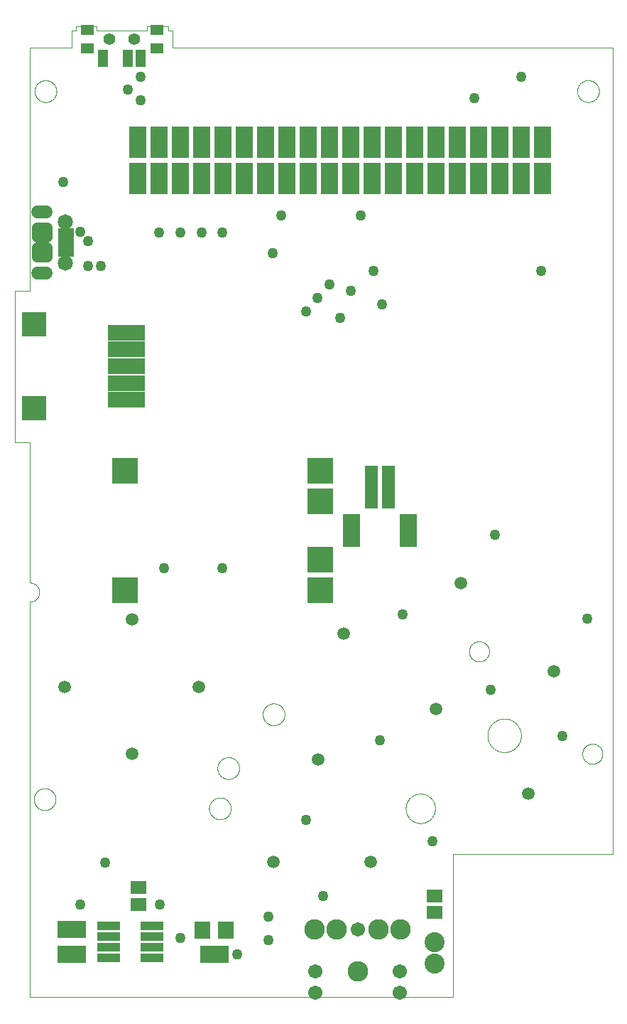
<source format=gbs>
G75*
%MOIN*%
%OFA0B0*%
%FSLAX25Y25*%
%IPPOS*%
%LPD*%
%AMOC8*
5,1,8,0,0,1.08239X$1,22.5*
%
%ADD10C,0.00000*%
%ADD11C,0.00039*%
%ADD12R,0.08000X0.15000*%
%ADD13R,0.12000X0.12000*%
%ADD14C,0.01000*%
%ADD15C,0.05937*%
%ADD16R,0.05937X0.05150*%
%ADD17R,0.04756X0.07906*%
%ADD18C,0.05543*%
%ADD19R,0.10661X0.04362*%
%ADD20R,0.07118X0.07906*%
%ADD21R,0.17748X0.07512*%
%ADD22R,0.11449X0.11449*%
%ADD23C,0.09400*%
%ADD24R,0.05937X0.20110*%
%ADD25R,0.08299X0.15386*%
%ADD26C,0.04740*%
%ADD27R,0.07315X0.03575*%
%ADD28C,0.06000*%
%ADD29C,0.07150*%
%ADD30R,0.07512X0.08299*%
%ADD31R,0.07512X0.06331*%
%ADD32C,0.06724*%
%ADD33C,0.09600*%
%ADD34C,0.04978*%
D10*
X0029320Y0017142D02*
X0029320Y0202181D01*
X0029453Y0202183D01*
X0029586Y0202189D01*
X0029718Y0202199D01*
X0029851Y0202212D01*
X0029982Y0202230D01*
X0030114Y0202251D01*
X0030244Y0202276D01*
X0030374Y0202305D01*
X0030503Y0202338D01*
X0030630Y0202375D01*
X0030757Y0202415D01*
X0030883Y0202459D01*
X0031007Y0202507D01*
X0031129Y0202558D01*
X0031250Y0202613D01*
X0031370Y0202672D01*
X0031487Y0202733D01*
X0031603Y0202799D01*
X0031717Y0202867D01*
X0031829Y0202939D01*
X0031938Y0203015D01*
X0032046Y0203093D01*
X0032151Y0203175D01*
X0032253Y0203259D01*
X0032353Y0203347D01*
X0032451Y0203437D01*
X0032545Y0203531D01*
X0032637Y0203627D01*
X0032726Y0203726D01*
X0032812Y0203827D01*
X0032895Y0203931D01*
X0032975Y0204037D01*
X0033052Y0204145D01*
X0033126Y0204256D01*
X0033196Y0204369D01*
X0033263Y0204483D01*
X0033327Y0204600D01*
X0033387Y0204719D01*
X0033444Y0204839D01*
X0033497Y0204961D01*
X0033546Y0205084D01*
X0033592Y0205209D01*
X0033635Y0205335D01*
X0033673Y0205462D01*
X0033708Y0205591D01*
X0033739Y0205720D01*
X0033766Y0205850D01*
X0033789Y0205981D01*
X0033809Y0206112D01*
X0033824Y0206245D01*
X0033836Y0206377D01*
X0033844Y0206510D01*
X0033848Y0206643D01*
X0033848Y0206775D01*
X0033844Y0206908D01*
X0033836Y0207041D01*
X0033824Y0207173D01*
X0033809Y0207306D01*
X0033789Y0207437D01*
X0033766Y0207568D01*
X0033739Y0207698D01*
X0033708Y0207827D01*
X0033673Y0207956D01*
X0033635Y0208083D01*
X0033592Y0208209D01*
X0033546Y0208334D01*
X0033497Y0208457D01*
X0033444Y0208579D01*
X0033387Y0208699D01*
X0033327Y0208818D01*
X0033263Y0208935D01*
X0033196Y0209049D01*
X0033126Y0209162D01*
X0033052Y0209273D01*
X0032975Y0209381D01*
X0032895Y0209487D01*
X0032812Y0209591D01*
X0032726Y0209692D01*
X0032637Y0209791D01*
X0032545Y0209887D01*
X0032451Y0209981D01*
X0032353Y0210071D01*
X0032253Y0210159D01*
X0032151Y0210243D01*
X0032046Y0210325D01*
X0031938Y0210403D01*
X0031829Y0210479D01*
X0031717Y0210551D01*
X0031603Y0210619D01*
X0031487Y0210685D01*
X0031370Y0210746D01*
X0031250Y0210805D01*
X0031129Y0210860D01*
X0031007Y0210911D01*
X0030883Y0210959D01*
X0030757Y0211003D01*
X0030630Y0211043D01*
X0030503Y0211080D01*
X0030374Y0211113D01*
X0030244Y0211142D01*
X0030114Y0211167D01*
X0029982Y0211188D01*
X0029851Y0211206D01*
X0029718Y0211219D01*
X0029586Y0211229D01*
X0029453Y0211235D01*
X0029320Y0211237D01*
X0029320Y0211236D02*
X0029320Y0276984D01*
X0022430Y0276984D01*
X0022430Y0347850D01*
X0029320Y0347850D01*
X0029320Y0462024D01*
X0049005Y0462024D01*
X0049005Y0469898D01*
X0050974Y0469898D01*
X0050974Y0471866D01*
X0060816Y0471866D01*
X0060816Y0469898D01*
X0084438Y0469898D01*
X0084438Y0471866D01*
X0094281Y0471866D01*
X0094281Y0469898D01*
X0096249Y0469898D01*
X0096249Y0462024D01*
X0302942Y0462024D01*
X0302942Y0083874D01*
X0228139Y0083874D01*
X0228139Y0017142D01*
X0029320Y0017142D01*
X0075383Y0130921D02*
X0075385Y0131009D01*
X0075391Y0131097D01*
X0075401Y0131185D01*
X0075415Y0131273D01*
X0075432Y0131359D01*
X0075454Y0131445D01*
X0075479Y0131529D01*
X0075509Y0131613D01*
X0075541Y0131695D01*
X0075578Y0131775D01*
X0075618Y0131854D01*
X0075662Y0131931D01*
X0075709Y0132006D01*
X0075759Y0132078D01*
X0075813Y0132149D01*
X0075869Y0132216D01*
X0075929Y0132282D01*
X0075991Y0132344D01*
X0076057Y0132404D01*
X0076124Y0132460D01*
X0076195Y0132514D01*
X0076267Y0132564D01*
X0076342Y0132611D01*
X0076419Y0132655D01*
X0076498Y0132695D01*
X0076578Y0132732D01*
X0076660Y0132764D01*
X0076744Y0132794D01*
X0076828Y0132819D01*
X0076914Y0132841D01*
X0077000Y0132858D01*
X0077088Y0132872D01*
X0077176Y0132882D01*
X0077264Y0132888D01*
X0077352Y0132890D01*
X0077440Y0132888D01*
X0077528Y0132882D01*
X0077616Y0132872D01*
X0077704Y0132858D01*
X0077790Y0132841D01*
X0077876Y0132819D01*
X0077960Y0132794D01*
X0078044Y0132764D01*
X0078126Y0132732D01*
X0078206Y0132695D01*
X0078285Y0132655D01*
X0078362Y0132611D01*
X0078437Y0132564D01*
X0078509Y0132514D01*
X0078580Y0132460D01*
X0078647Y0132404D01*
X0078713Y0132344D01*
X0078775Y0132282D01*
X0078835Y0132216D01*
X0078891Y0132149D01*
X0078945Y0132078D01*
X0078995Y0132006D01*
X0079042Y0131931D01*
X0079086Y0131854D01*
X0079126Y0131775D01*
X0079163Y0131695D01*
X0079195Y0131613D01*
X0079225Y0131529D01*
X0079250Y0131445D01*
X0079272Y0131359D01*
X0079289Y0131273D01*
X0079303Y0131185D01*
X0079313Y0131097D01*
X0079319Y0131009D01*
X0079321Y0130921D01*
X0079319Y0130833D01*
X0079313Y0130745D01*
X0079303Y0130657D01*
X0079289Y0130569D01*
X0079272Y0130483D01*
X0079250Y0130397D01*
X0079225Y0130313D01*
X0079195Y0130229D01*
X0079163Y0130147D01*
X0079126Y0130067D01*
X0079086Y0129988D01*
X0079042Y0129911D01*
X0078995Y0129836D01*
X0078945Y0129764D01*
X0078891Y0129693D01*
X0078835Y0129626D01*
X0078775Y0129560D01*
X0078713Y0129498D01*
X0078647Y0129438D01*
X0078580Y0129382D01*
X0078509Y0129328D01*
X0078437Y0129278D01*
X0078362Y0129231D01*
X0078285Y0129187D01*
X0078206Y0129147D01*
X0078126Y0129110D01*
X0078044Y0129078D01*
X0077960Y0129048D01*
X0077876Y0129023D01*
X0077790Y0129001D01*
X0077704Y0128984D01*
X0077616Y0128970D01*
X0077528Y0128960D01*
X0077440Y0128954D01*
X0077352Y0128952D01*
X0077264Y0128954D01*
X0077176Y0128960D01*
X0077088Y0128970D01*
X0077000Y0128984D01*
X0076914Y0129001D01*
X0076828Y0129023D01*
X0076744Y0129048D01*
X0076660Y0129078D01*
X0076578Y0129110D01*
X0076498Y0129147D01*
X0076419Y0129187D01*
X0076342Y0129231D01*
X0076267Y0129278D01*
X0076195Y0129328D01*
X0076124Y0129382D01*
X0076057Y0129438D01*
X0075991Y0129498D01*
X0075929Y0129560D01*
X0075869Y0129626D01*
X0075813Y0129693D01*
X0075759Y0129764D01*
X0075709Y0129836D01*
X0075662Y0129911D01*
X0075618Y0129988D01*
X0075578Y0130067D01*
X0075541Y0130147D01*
X0075509Y0130229D01*
X0075479Y0130313D01*
X0075454Y0130397D01*
X0075432Y0130483D01*
X0075415Y0130569D01*
X0075401Y0130657D01*
X0075391Y0130745D01*
X0075385Y0130833D01*
X0075383Y0130921D01*
X0043887Y0162417D02*
X0043889Y0162505D01*
X0043895Y0162593D01*
X0043905Y0162681D01*
X0043919Y0162769D01*
X0043936Y0162855D01*
X0043958Y0162941D01*
X0043983Y0163025D01*
X0044013Y0163109D01*
X0044045Y0163191D01*
X0044082Y0163271D01*
X0044122Y0163350D01*
X0044166Y0163427D01*
X0044213Y0163502D01*
X0044263Y0163574D01*
X0044317Y0163645D01*
X0044373Y0163712D01*
X0044433Y0163778D01*
X0044495Y0163840D01*
X0044561Y0163900D01*
X0044628Y0163956D01*
X0044699Y0164010D01*
X0044771Y0164060D01*
X0044846Y0164107D01*
X0044923Y0164151D01*
X0045002Y0164191D01*
X0045082Y0164228D01*
X0045164Y0164260D01*
X0045248Y0164290D01*
X0045332Y0164315D01*
X0045418Y0164337D01*
X0045504Y0164354D01*
X0045592Y0164368D01*
X0045680Y0164378D01*
X0045768Y0164384D01*
X0045856Y0164386D01*
X0045944Y0164384D01*
X0046032Y0164378D01*
X0046120Y0164368D01*
X0046208Y0164354D01*
X0046294Y0164337D01*
X0046380Y0164315D01*
X0046464Y0164290D01*
X0046548Y0164260D01*
X0046630Y0164228D01*
X0046710Y0164191D01*
X0046789Y0164151D01*
X0046866Y0164107D01*
X0046941Y0164060D01*
X0047013Y0164010D01*
X0047084Y0163956D01*
X0047151Y0163900D01*
X0047217Y0163840D01*
X0047279Y0163778D01*
X0047339Y0163712D01*
X0047395Y0163645D01*
X0047449Y0163574D01*
X0047499Y0163502D01*
X0047546Y0163427D01*
X0047590Y0163350D01*
X0047630Y0163271D01*
X0047667Y0163191D01*
X0047699Y0163109D01*
X0047729Y0163025D01*
X0047754Y0162941D01*
X0047776Y0162855D01*
X0047793Y0162769D01*
X0047807Y0162681D01*
X0047817Y0162593D01*
X0047823Y0162505D01*
X0047825Y0162417D01*
X0047823Y0162329D01*
X0047817Y0162241D01*
X0047807Y0162153D01*
X0047793Y0162065D01*
X0047776Y0161979D01*
X0047754Y0161893D01*
X0047729Y0161809D01*
X0047699Y0161725D01*
X0047667Y0161643D01*
X0047630Y0161563D01*
X0047590Y0161484D01*
X0047546Y0161407D01*
X0047499Y0161332D01*
X0047449Y0161260D01*
X0047395Y0161189D01*
X0047339Y0161122D01*
X0047279Y0161056D01*
X0047217Y0160994D01*
X0047151Y0160934D01*
X0047084Y0160878D01*
X0047013Y0160824D01*
X0046941Y0160774D01*
X0046866Y0160727D01*
X0046789Y0160683D01*
X0046710Y0160643D01*
X0046630Y0160606D01*
X0046548Y0160574D01*
X0046464Y0160544D01*
X0046380Y0160519D01*
X0046294Y0160497D01*
X0046208Y0160480D01*
X0046120Y0160466D01*
X0046032Y0160456D01*
X0045944Y0160450D01*
X0045856Y0160448D01*
X0045768Y0160450D01*
X0045680Y0160456D01*
X0045592Y0160466D01*
X0045504Y0160480D01*
X0045418Y0160497D01*
X0045332Y0160519D01*
X0045248Y0160544D01*
X0045164Y0160574D01*
X0045082Y0160606D01*
X0045002Y0160643D01*
X0044923Y0160683D01*
X0044846Y0160727D01*
X0044771Y0160774D01*
X0044699Y0160824D01*
X0044628Y0160878D01*
X0044561Y0160934D01*
X0044495Y0160994D01*
X0044433Y0161056D01*
X0044373Y0161122D01*
X0044317Y0161189D01*
X0044263Y0161260D01*
X0044213Y0161332D01*
X0044166Y0161407D01*
X0044122Y0161484D01*
X0044082Y0161563D01*
X0044045Y0161643D01*
X0044013Y0161725D01*
X0043983Y0161809D01*
X0043958Y0161893D01*
X0043936Y0161979D01*
X0043919Y0162065D01*
X0043905Y0162153D01*
X0043895Y0162241D01*
X0043889Y0162329D01*
X0043887Y0162417D01*
X0075383Y0193913D02*
X0075385Y0194001D01*
X0075391Y0194089D01*
X0075401Y0194177D01*
X0075415Y0194265D01*
X0075432Y0194351D01*
X0075454Y0194437D01*
X0075479Y0194521D01*
X0075509Y0194605D01*
X0075541Y0194687D01*
X0075578Y0194767D01*
X0075618Y0194846D01*
X0075662Y0194923D01*
X0075709Y0194998D01*
X0075759Y0195070D01*
X0075813Y0195141D01*
X0075869Y0195208D01*
X0075929Y0195274D01*
X0075991Y0195336D01*
X0076057Y0195396D01*
X0076124Y0195452D01*
X0076195Y0195506D01*
X0076267Y0195556D01*
X0076342Y0195603D01*
X0076419Y0195647D01*
X0076498Y0195687D01*
X0076578Y0195724D01*
X0076660Y0195756D01*
X0076744Y0195786D01*
X0076828Y0195811D01*
X0076914Y0195833D01*
X0077000Y0195850D01*
X0077088Y0195864D01*
X0077176Y0195874D01*
X0077264Y0195880D01*
X0077352Y0195882D01*
X0077440Y0195880D01*
X0077528Y0195874D01*
X0077616Y0195864D01*
X0077704Y0195850D01*
X0077790Y0195833D01*
X0077876Y0195811D01*
X0077960Y0195786D01*
X0078044Y0195756D01*
X0078126Y0195724D01*
X0078206Y0195687D01*
X0078285Y0195647D01*
X0078362Y0195603D01*
X0078437Y0195556D01*
X0078509Y0195506D01*
X0078580Y0195452D01*
X0078647Y0195396D01*
X0078713Y0195336D01*
X0078775Y0195274D01*
X0078835Y0195208D01*
X0078891Y0195141D01*
X0078945Y0195070D01*
X0078995Y0194998D01*
X0079042Y0194923D01*
X0079086Y0194846D01*
X0079126Y0194767D01*
X0079163Y0194687D01*
X0079195Y0194605D01*
X0079225Y0194521D01*
X0079250Y0194437D01*
X0079272Y0194351D01*
X0079289Y0194265D01*
X0079303Y0194177D01*
X0079313Y0194089D01*
X0079319Y0194001D01*
X0079321Y0193913D01*
X0079319Y0193825D01*
X0079313Y0193737D01*
X0079303Y0193649D01*
X0079289Y0193561D01*
X0079272Y0193475D01*
X0079250Y0193389D01*
X0079225Y0193305D01*
X0079195Y0193221D01*
X0079163Y0193139D01*
X0079126Y0193059D01*
X0079086Y0192980D01*
X0079042Y0192903D01*
X0078995Y0192828D01*
X0078945Y0192756D01*
X0078891Y0192685D01*
X0078835Y0192618D01*
X0078775Y0192552D01*
X0078713Y0192490D01*
X0078647Y0192430D01*
X0078580Y0192374D01*
X0078509Y0192320D01*
X0078437Y0192270D01*
X0078362Y0192223D01*
X0078285Y0192179D01*
X0078206Y0192139D01*
X0078126Y0192102D01*
X0078044Y0192070D01*
X0077960Y0192040D01*
X0077876Y0192015D01*
X0077790Y0191993D01*
X0077704Y0191976D01*
X0077616Y0191962D01*
X0077528Y0191952D01*
X0077440Y0191946D01*
X0077352Y0191944D01*
X0077264Y0191946D01*
X0077176Y0191952D01*
X0077088Y0191962D01*
X0077000Y0191976D01*
X0076914Y0191993D01*
X0076828Y0192015D01*
X0076744Y0192040D01*
X0076660Y0192070D01*
X0076578Y0192102D01*
X0076498Y0192139D01*
X0076419Y0192179D01*
X0076342Y0192223D01*
X0076267Y0192270D01*
X0076195Y0192320D01*
X0076124Y0192374D01*
X0076057Y0192430D01*
X0075991Y0192490D01*
X0075929Y0192552D01*
X0075869Y0192618D01*
X0075813Y0192685D01*
X0075759Y0192756D01*
X0075709Y0192828D01*
X0075662Y0192903D01*
X0075618Y0192980D01*
X0075578Y0193059D01*
X0075541Y0193139D01*
X0075509Y0193221D01*
X0075479Y0193305D01*
X0075454Y0193389D01*
X0075432Y0193475D01*
X0075415Y0193561D01*
X0075401Y0193649D01*
X0075391Y0193737D01*
X0075385Y0193825D01*
X0075383Y0193913D01*
X0106879Y0162417D02*
X0106881Y0162505D01*
X0106887Y0162593D01*
X0106897Y0162681D01*
X0106911Y0162769D01*
X0106928Y0162855D01*
X0106950Y0162941D01*
X0106975Y0163025D01*
X0107005Y0163109D01*
X0107037Y0163191D01*
X0107074Y0163271D01*
X0107114Y0163350D01*
X0107158Y0163427D01*
X0107205Y0163502D01*
X0107255Y0163574D01*
X0107309Y0163645D01*
X0107365Y0163712D01*
X0107425Y0163778D01*
X0107487Y0163840D01*
X0107553Y0163900D01*
X0107620Y0163956D01*
X0107691Y0164010D01*
X0107763Y0164060D01*
X0107838Y0164107D01*
X0107915Y0164151D01*
X0107994Y0164191D01*
X0108074Y0164228D01*
X0108156Y0164260D01*
X0108240Y0164290D01*
X0108324Y0164315D01*
X0108410Y0164337D01*
X0108496Y0164354D01*
X0108584Y0164368D01*
X0108672Y0164378D01*
X0108760Y0164384D01*
X0108848Y0164386D01*
X0108936Y0164384D01*
X0109024Y0164378D01*
X0109112Y0164368D01*
X0109200Y0164354D01*
X0109286Y0164337D01*
X0109372Y0164315D01*
X0109456Y0164290D01*
X0109540Y0164260D01*
X0109622Y0164228D01*
X0109702Y0164191D01*
X0109781Y0164151D01*
X0109858Y0164107D01*
X0109933Y0164060D01*
X0110005Y0164010D01*
X0110076Y0163956D01*
X0110143Y0163900D01*
X0110209Y0163840D01*
X0110271Y0163778D01*
X0110331Y0163712D01*
X0110387Y0163645D01*
X0110441Y0163574D01*
X0110491Y0163502D01*
X0110538Y0163427D01*
X0110582Y0163350D01*
X0110622Y0163271D01*
X0110659Y0163191D01*
X0110691Y0163109D01*
X0110721Y0163025D01*
X0110746Y0162941D01*
X0110768Y0162855D01*
X0110785Y0162769D01*
X0110799Y0162681D01*
X0110809Y0162593D01*
X0110815Y0162505D01*
X0110817Y0162417D01*
X0110815Y0162329D01*
X0110809Y0162241D01*
X0110799Y0162153D01*
X0110785Y0162065D01*
X0110768Y0161979D01*
X0110746Y0161893D01*
X0110721Y0161809D01*
X0110691Y0161725D01*
X0110659Y0161643D01*
X0110622Y0161563D01*
X0110582Y0161484D01*
X0110538Y0161407D01*
X0110491Y0161332D01*
X0110441Y0161260D01*
X0110387Y0161189D01*
X0110331Y0161122D01*
X0110271Y0161056D01*
X0110209Y0160994D01*
X0110143Y0160934D01*
X0110076Y0160878D01*
X0110005Y0160824D01*
X0109933Y0160774D01*
X0109858Y0160727D01*
X0109781Y0160683D01*
X0109702Y0160643D01*
X0109622Y0160606D01*
X0109540Y0160574D01*
X0109456Y0160544D01*
X0109372Y0160519D01*
X0109286Y0160497D01*
X0109200Y0160480D01*
X0109112Y0160466D01*
X0109024Y0160456D01*
X0108936Y0160450D01*
X0108848Y0160448D01*
X0108760Y0160450D01*
X0108672Y0160456D01*
X0108584Y0160466D01*
X0108496Y0160480D01*
X0108410Y0160497D01*
X0108324Y0160519D01*
X0108240Y0160544D01*
X0108156Y0160574D01*
X0108074Y0160606D01*
X0107994Y0160643D01*
X0107915Y0160683D01*
X0107838Y0160727D01*
X0107763Y0160774D01*
X0107691Y0160824D01*
X0107620Y0160878D01*
X0107553Y0160934D01*
X0107487Y0160994D01*
X0107425Y0161056D01*
X0107365Y0161122D01*
X0107309Y0161189D01*
X0107255Y0161260D01*
X0107205Y0161332D01*
X0107158Y0161407D01*
X0107114Y0161484D01*
X0107074Y0161563D01*
X0107037Y0161643D01*
X0107005Y0161725D01*
X0106975Y0161809D01*
X0106950Y0161893D01*
X0106928Y0161979D01*
X0106911Y0162065D01*
X0106897Y0162153D01*
X0106887Y0162241D01*
X0106881Y0162329D01*
X0106879Y0162417D01*
X0141741Y0080173D02*
X0141743Y0080261D01*
X0141749Y0080349D01*
X0141759Y0080437D01*
X0141773Y0080525D01*
X0141790Y0080611D01*
X0141812Y0080697D01*
X0141837Y0080781D01*
X0141867Y0080865D01*
X0141899Y0080947D01*
X0141936Y0081027D01*
X0141976Y0081106D01*
X0142020Y0081183D01*
X0142067Y0081258D01*
X0142117Y0081330D01*
X0142171Y0081401D01*
X0142227Y0081468D01*
X0142287Y0081534D01*
X0142349Y0081596D01*
X0142415Y0081656D01*
X0142482Y0081712D01*
X0142553Y0081766D01*
X0142625Y0081816D01*
X0142700Y0081863D01*
X0142777Y0081907D01*
X0142856Y0081947D01*
X0142936Y0081984D01*
X0143018Y0082016D01*
X0143102Y0082046D01*
X0143186Y0082071D01*
X0143272Y0082093D01*
X0143358Y0082110D01*
X0143446Y0082124D01*
X0143534Y0082134D01*
X0143622Y0082140D01*
X0143710Y0082142D01*
X0143798Y0082140D01*
X0143886Y0082134D01*
X0143974Y0082124D01*
X0144062Y0082110D01*
X0144148Y0082093D01*
X0144234Y0082071D01*
X0144318Y0082046D01*
X0144402Y0082016D01*
X0144484Y0081984D01*
X0144564Y0081947D01*
X0144643Y0081907D01*
X0144720Y0081863D01*
X0144795Y0081816D01*
X0144867Y0081766D01*
X0144938Y0081712D01*
X0145005Y0081656D01*
X0145071Y0081596D01*
X0145133Y0081534D01*
X0145193Y0081468D01*
X0145249Y0081401D01*
X0145303Y0081330D01*
X0145353Y0081258D01*
X0145400Y0081183D01*
X0145444Y0081106D01*
X0145484Y0081027D01*
X0145521Y0080947D01*
X0145553Y0080865D01*
X0145583Y0080781D01*
X0145608Y0080697D01*
X0145630Y0080611D01*
X0145647Y0080525D01*
X0145661Y0080437D01*
X0145671Y0080349D01*
X0145677Y0080261D01*
X0145679Y0080173D01*
X0145677Y0080085D01*
X0145671Y0079997D01*
X0145661Y0079909D01*
X0145647Y0079821D01*
X0145630Y0079735D01*
X0145608Y0079649D01*
X0145583Y0079565D01*
X0145553Y0079481D01*
X0145521Y0079399D01*
X0145484Y0079319D01*
X0145444Y0079240D01*
X0145400Y0079163D01*
X0145353Y0079088D01*
X0145303Y0079016D01*
X0145249Y0078945D01*
X0145193Y0078878D01*
X0145133Y0078812D01*
X0145071Y0078750D01*
X0145005Y0078690D01*
X0144938Y0078634D01*
X0144867Y0078580D01*
X0144795Y0078530D01*
X0144720Y0078483D01*
X0144643Y0078439D01*
X0144564Y0078399D01*
X0144484Y0078362D01*
X0144402Y0078330D01*
X0144318Y0078300D01*
X0144234Y0078275D01*
X0144148Y0078253D01*
X0144062Y0078236D01*
X0143974Y0078222D01*
X0143886Y0078212D01*
X0143798Y0078206D01*
X0143710Y0078204D01*
X0143622Y0078206D01*
X0143534Y0078212D01*
X0143446Y0078222D01*
X0143358Y0078236D01*
X0143272Y0078253D01*
X0143186Y0078275D01*
X0143102Y0078300D01*
X0143018Y0078330D01*
X0142936Y0078362D01*
X0142856Y0078399D01*
X0142777Y0078439D01*
X0142700Y0078483D01*
X0142625Y0078530D01*
X0142553Y0078580D01*
X0142482Y0078634D01*
X0142415Y0078690D01*
X0142349Y0078750D01*
X0142287Y0078812D01*
X0142227Y0078878D01*
X0142171Y0078945D01*
X0142117Y0079016D01*
X0142067Y0079088D01*
X0142020Y0079163D01*
X0141976Y0079240D01*
X0141936Y0079319D01*
X0141899Y0079399D01*
X0141867Y0079481D01*
X0141837Y0079565D01*
X0141812Y0079649D01*
X0141790Y0079735D01*
X0141773Y0079821D01*
X0141759Y0079909D01*
X0141749Y0079997D01*
X0141743Y0080085D01*
X0141741Y0080173D01*
X0162863Y0128205D02*
X0162865Y0128293D01*
X0162871Y0128381D01*
X0162881Y0128469D01*
X0162895Y0128557D01*
X0162912Y0128643D01*
X0162934Y0128729D01*
X0162959Y0128813D01*
X0162989Y0128897D01*
X0163021Y0128979D01*
X0163058Y0129059D01*
X0163098Y0129138D01*
X0163142Y0129215D01*
X0163189Y0129290D01*
X0163239Y0129362D01*
X0163293Y0129433D01*
X0163349Y0129500D01*
X0163409Y0129566D01*
X0163471Y0129628D01*
X0163537Y0129688D01*
X0163604Y0129744D01*
X0163675Y0129798D01*
X0163747Y0129848D01*
X0163822Y0129895D01*
X0163899Y0129939D01*
X0163978Y0129979D01*
X0164058Y0130016D01*
X0164140Y0130048D01*
X0164224Y0130078D01*
X0164308Y0130103D01*
X0164394Y0130125D01*
X0164480Y0130142D01*
X0164568Y0130156D01*
X0164656Y0130166D01*
X0164744Y0130172D01*
X0164832Y0130174D01*
X0164920Y0130172D01*
X0165008Y0130166D01*
X0165096Y0130156D01*
X0165184Y0130142D01*
X0165270Y0130125D01*
X0165356Y0130103D01*
X0165440Y0130078D01*
X0165524Y0130048D01*
X0165606Y0130016D01*
X0165686Y0129979D01*
X0165765Y0129939D01*
X0165842Y0129895D01*
X0165917Y0129848D01*
X0165989Y0129798D01*
X0166060Y0129744D01*
X0166127Y0129688D01*
X0166193Y0129628D01*
X0166255Y0129566D01*
X0166315Y0129500D01*
X0166371Y0129433D01*
X0166425Y0129362D01*
X0166475Y0129290D01*
X0166522Y0129215D01*
X0166566Y0129138D01*
X0166606Y0129059D01*
X0166643Y0128979D01*
X0166675Y0128897D01*
X0166705Y0128813D01*
X0166730Y0128729D01*
X0166752Y0128643D01*
X0166769Y0128557D01*
X0166783Y0128469D01*
X0166793Y0128381D01*
X0166799Y0128293D01*
X0166801Y0128205D01*
X0166799Y0128117D01*
X0166793Y0128029D01*
X0166783Y0127941D01*
X0166769Y0127853D01*
X0166752Y0127767D01*
X0166730Y0127681D01*
X0166705Y0127597D01*
X0166675Y0127513D01*
X0166643Y0127431D01*
X0166606Y0127351D01*
X0166566Y0127272D01*
X0166522Y0127195D01*
X0166475Y0127120D01*
X0166425Y0127048D01*
X0166371Y0126977D01*
X0166315Y0126910D01*
X0166255Y0126844D01*
X0166193Y0126782D01*
X0166127Y0126722D01*
X0166060Y0126666D01*
X0165989Y0126612D01*
X0165917Y0126562D01*
X0165842Y0126515D01*
X0165765Y0126471D01*
X0165686Y0126431D01*
X0165606Y0126394D01*
X0165524Y0126362D01*
X0165440Y0126332D01*
X0165356Y0126307D01*
X0165270Y0126285D01*
X0165184Y0126268D01*
X0165096Y0126254D01*
X0165008Y0126244D01*
X0164920Y0126238D01*
X0164832Y0126236D01*
X0164744Y0126238D01*
X0164656Y0126244D01*
X0164568Y0126254D01*
X0164480Y0126268D01*
X0164394Y0126285D01*
X0164308Y0126307D01*
X0164224Y0126332D01*
X0164140Y0126362D01*
X0164058Y0126394D01*
X0163978Y0126431D01*
X0163899Y0126471D01*
X0163822Y0126515D01*
X0163747Y0126562D01*
X0163675Y0126612D01*
X0163604Y0126666D01*
X0163537Y0126722D01*
X0163471Y0126782D01*
X0163409Y0126844D01*
X0163349Y0126910D01*
X0163293Y0126977D01*
X0163239Y0127048D01*
X0163189Y0127120D01*
X0163142Y0127195D01*
X0163098Y0127272D01*
X0163058Y0127351D01*
X0163021Y0127431D01*
X0162989Y0127513D01*
X0162959Y0127597D01*
X0162934Y0127681D01*
X0162912Y0127767D01*
X0162895Y0127853D01*
X0162881Y0127941D01*
X0162871Y0128029D01*
X0162865Y0128117D01*
X0162863Y0128205D01*
X0187410Y0080173D02*
X0187412Y0080261D01*
X0187418Y0080349D01*
X0187428Y0080437D01*
X0187442Y0080525D01*
X0187459Y0080611D01*
X0187481Y0080697D01*
X0187506Y0080781D01*
X0187536Y0080865D01*
X0187568Y0080947D01*
X0187605Y0081027D01*
X0187645Y0081106D01*
X0187689Y0081183D01*
X0187736Y0081258D01*
X0187786Y0081330D01*
X0187840Y0081401D01*
X0187896Y0081468D01*
X0187956Y0081534D01*
X0188018Y0081596D01*
X0188084Y0081656D01*
X0188151Y0081712D01*
X0188222Y0081766D01*
X0188294Y0081816D01*
X0188369Y0081863D01*
X0188446Y0081907D01*
X0188525Y0081947D01*
X0188605Y0081984D01*
X0188687Y0082016D01*
X0188771Y0082046D01*
X0188855Y0082071D01*
X0188941Y0082093D01*
X0189027Y0082110D01*
X0189115Y0082124D01*
X0189203Y0082134D01*
X0189291Y0082140D01*
X0189379Y0082142D01*
X0189467Y0082140D01*
X0189555Y0082134D01*
X0189643Y0082124D01*
X0189731Y0082110D01*
X0189817Y0082093D01*
X0189903Y0082071D01*
X0189987Y0082046D01*
X0190071Y0082016D01*
X0190153Y0081984D01*
X0190233Y0081947D01*
X0190312Y0081907D01*
X0190389Y0081863D01*
X0190464Y0081816D01*
X0190536Y0081766D01*
X0190607Y0081712D01*
X0190674Y0081656D01*
X0190740Y0081596D01*
X0190802Y0081534D01*
X0190862Y0081468D01*
X0190918Y0081401D01*
X0190972Y0081330D01*
X0191022Y0081258D01*
X0191069Y0081183D01*
X0191113Y0081106D01*
X0191153Y0081027D01*
X0191190Y0080947D01*
X0191222Y0080865D01*
X0191252Y0080781D01*
X0191277Y0080697D01*
X0191299Y0080611D01*
X0191316Y0080525D01*
X0191330Y0080437D01*
X0191340Y0080349D01*
X0191346Y0080261D01*
X0191348Y0080173D01*
X0191346Y0080085D01*
X0191340Y0079997D01*
X0191330Y0079909D01*
X0191316Y0079821D01*
X0191299Y0079735D01*
X0191277Y0079649D01*
X0191252Y0079565D01*
X0191222Y0079481D01*
X0191190Y0079399D01*
X0191153Y0079319D01*
X0191113Y0079240D01*
X0191069Y0079163D01*
X0191022Y0079088D01*
X0190972Y0079016D01*
X0190918Y0078945D01*
X0190862Y0078878D01*
X0190802Y0078812D01*
X0190740Y0078750D01*
X0190674Y0078690D01*
X0190607Y0078634D01*
X0190536Y0078580D01*
X0190464Y0078530D01*
X0190389Y0078483D01*
X0190312Y0078439D01*
X0190233Y0078399D01*
X0190153Y0078362D01*
X0190071Y0078330D01*
X0189987Y0078300D01*
X0189903Y0078275D01*
X0189817Y0078253D01*
X0189731Y0078236D01*
X0189643Y0078222D01*
X0189555Y0078212D01*
X0189467Y0078206D01*
X0189379Y0078204D01*
X0189291Y0078206D01*
X0189203Y0078212D01*
X0189115Y0078222D01*
X0189027Y0078236D01*
X0188941Y0078253D01*
X0188855Y0078275D01*
X0188771Y0078300D01*
X0188687Y0078330D01*
X0188605Y0078362D01*
X0188525Y0078399D01*
X0188446Y0078439D01*
X0188369Y0078483D01*
X0188294Y0078530D01*
X0188222Y0078580D01*
X0188151Y0078634D01*
X0188084Y0078690D01*
X0188018Y0078750D01*
X0187956Y0078812D01*
X0187896Y0078878D01*
X0187840Y0078945D01*
X0187786Y0079016D01*
X0187736Y0079088D01*
X0187689Y0079163D01*
X0187645Y0079240D01*
X0187605Y0079319D01*
X0187568Y0079399D01*
X0187536Y0079481D01*
X0187506Y0079565D01*
X0187481Y0079649D01*
X0187459Y0079735D01*
X0187442Y0079821D01*
X0187428Y0079909D01*
X0187418Y0079997D01*
X0187412Y0080085D01*
X0187410Y0080173D01*
X0180895Y0048638D02*
X0180897Y0048735D01*
X0180903Y0048832D01*
X0180913Y0048928D01*
X0180927Y0049024D01*
X0180945Y0049120D01*
X0180966Y0049214D01*
X0180992Y0049308D01*
X0181021Y0049400D01*
X0181055Y0049491D01*
X0181091Y0049581D01*
X0181132Y0049669D01*
X0181176Y0049755D01*
X0181224Y0049840D01*
X0181275Y0049922D01*
X0181329Y0050003D01*
X0181387Y0050081D01*
X0181448Y0050156D01*
X0181511Y0050229D01*
X0181578Y0050300D01*
X0181648Y0050367D01*
X0181720Y0050432D01*
X0181795Y0050493D01*
X0181873Y0050552D01*
X0181952Y0050607D01*
X0182034Y0050659D01*
X0182118Y0050707D01*
X0182204Y0050752D01*
X0182292Y0050794D01*
X0182381Y0050832D01*
X0182472Y0050866D01*
X0182564Y0050896D01*
X0182657Y0050923D01*
X0182752Y0050945D01*
X0182847Y0050964D01*
X0182943Y0050979D01*
X0183039Y0050990D01*
X0183136Y0050997D01*
X0183233Y0051000D01*
X0183330Y0050999D01*
X0183427Y0050994D01*
X0183523Y0050985D01*
X0183619Y0050972D01*
X0183715Y0050955D01*
X0183810Y0050934D01*
X0183903Y0050910D01*
X0183996Y0050881D01*
X0184088Y0050849D01*
X0184178Y0050813D01*
X0184266Y0050774D01*
X0184353Y0050730D01*
X0184438Y0050684D01*
X0184521Y0050633D01*
X0184602Y0050580D01*
X0184680Y0050523D01*
X0184757Y0050463D01*
X0184830Y0050400D01*
X0184901Y0050334D01*
X0184969Y0050265D01*
X0185035Y0050193D01*
X0185097Y0050119D01*
X0185156Y0050042D01*
X0185212Y0049963D01*
X0185265Y0049881D01*
X0185315Y0049798D01*
X0185360Y0049712D01*
X0185403Y0049625D01*
X0185442Y0049536D01*
X0185477Y0049446D01*
X0185508Y0049354D01*
X0185535Y0049261D01*
X0185559Y0049167D01*
X0185579Y0049072D01*
X0185595Y0048976D01*
X0185607Y0048880D01*
X0185615Y0048783D01*
X0185619Y0048686D01*
X0185619Y0048590D01*
X0185615Y0048493D01*
X0185607Y0048396D01*
X0185595Y0048300D01*
X0185579Y0048204D01*
X0185559Y0048109D01*
X0185535Y0048015D01*
X0185508Y0047922D01*
X0185477Y0047830D01*
X0185442Y0047740D01*
X0185403Y0047651D01*
X0185360Y0047564D01*
X0185315Y0047478D01*
X0185265Y0047395D01*
X0185212Y0047313D01*
X0185156Y0047234D01*
X0185097Y0047157D01*
X0185035Y0047083D01*
X0184969Y0047011D01*
X0184901Y0046942D01*
X0184830Y0046876D01*
X0184757Y0046813D01*
X0184680Y0046753D01*
X0184602Y0046696D01*
X0184521Y0046643D01*
X0184438Y0046592D01*
X0184353Y0046546D01*
X0184266Y0046502D01*
X0184178Y0046463D01*
X0184088Y0046427D01*
X0183996Y0046395D01*
X0183903Y0046366D01*
X0183810Y0046342D01*
X0183715Y0046321D01*
X0183619Y0046304D01*
X0183523Y0046291D01*
X0183427Y0046282D01*
X0183330Y0046277D01*
X0183233Y0046276D01*
X0183136Y0046279D01*
X0183039Y0046286D01*
X0182943Y0046297D01*
X0182847Y0046312D01*
X0182752Y0046331D01*
X0182657Y0046353D01*
X0182564Y0046380D01*
X0182472Y0046410D01*
X0182381Y0046444D01*
X0182292Y0046482D01*
X0182204Y0046524D01*
X0182118Y0046569D01*
X0182034Y0046617D01*
X0181952Y0046669D01*
X0181873Y0046724D01*
X0181795Y0046783D01*
X0181720Y0046844D01*
X0181648Y0046909D01*
X0181578Y0046976D01*
X0181511Y0047047D01*
X0181448Y0047120D01*
X0181387Y0047195D01*
X0181329Y0047273D01*
X0181275Y0047354D01*
X0181224Y0047436D01*
X0181176Y0047521D01*
X0181132Y0047607D01*
X0181091Y0047695D01*
X0181055Y0047785D01*
X0181021Y0047876D01*
X0180992Y0047968D01*
X0180966Y0048062D01*
X0180945Y0048156D01*
X0180927Y0048252D01*
X0180913Y0048348D01*
X0180903Y0048444D01*
X0180897Y0048541D01*
X0180895Y0048638D01*
X0161210Y0028953D02*
X0161212Y0029050D01*
X0161218Y0029147D01*
X0161228Y0029243D01*
X0161242Y0029339D01*
X0161260Y0029435D01*
X0161281Y0029529D01*
X0161307Y0029623D01*
X0161336Y0029715D01*
X0161370Y0029806D01*
X0161406Y0029896D01*
X0161447Y0029984D01*
X0161491Y0030070D01*
X0161539Y0030155D01*
X0161590Y0030237D01*
X0161644Y0030318D01*
X0161702Y0030396D01*
X0161763Y0030471D01*
X0161826Y0030544D01*
X0161893Y0030615D01*
X0161963Y0030682D01*
X0162035Y0030747D01*
X0162110Y0030808D01*
X0162188Y0030867D01*
X0162267Y0030922D01*
X0162349Y0030974D01*
X0162433Y0031022D01*
X0162519Y0031067D01*
X0162607Y0031109D01*
X0162696Y0031147D01*
X0162787Y0031181D01*
X0162879Y0031211D01*
X0162972Y0031238D01*
X0163067Y0031260D01*
X0163162Y0031279D01*
X0163258Y0031294D01*
X0163354Y0031305D01*
X0163451Y0031312D01*
X0163548Y0031315D01*
X0163645Y0031314D01*
X0163742Y0031309D01*
X0163838Y0031300D01*
X0163934Y0031287D01*
X0164030Y0031270D01*
X0164125Y0031249D01*
X0164218Y0031225D01*
X0164311Y0031196D01*
X0164403Y0031164D01*
X0164493Y0031128D01*
X0164581Y0031089D01*
X0164668Y0031045D01*
X0164753Y0030999D01*
X0164836Y0030948D01*
X0164917Y0030895D01*
X0164995Y0030838D01*
X0165072Y0030778D01*
X0165145Y0030715D01*
X0165216Y0030649D01*
X0165284Y0030580D01*
X0165350Y0030508D01*
X0165412Y0030434D01*
X0165471Y0030357D01*
X0165527Y0030278D01*
X0165580Y0030196D01*
X0165630Y0030113D01*
X0165675Y0030027D01*
X0165718Y0029940D01*
X0165757Y0029851D01*
X0165792Y0029761D01*
X0165823Y0029669D01*
X0165850Y0029576D01*
X0165874Y0029482D01*
X0165894Y0029387D01*
X0165910Y0029291D01*
X0165922Y0029195D01*
X0165930Y0029098D01*
X0165934Y0029001D01*
X0165934Y0028905D01*
X0165930Y0028808D01*
X0165922Y0028711D01*
X0165910Y0028615D01*
X0165894Y0028519D01*
X0165874Y0028424D01*
X0165850Y0028330D01*
X0165823Y0028237D01*
X0165792Y0028145D01*
X0165757Y0028055D01*
X0165718Y0027966D01*
X0165675Y0027879D01*
X0165630Y0027793D01*
X0165580Y0027710D01*
X0165527Y0027628D01*
X0165471Y0027549D01*
X0165412Y0027472D01*
X0165350Y0027398D01*
X0165284Y0027326D01*
X0165216Y0027257D01*
X0165145Y0027191D01*
X0165072Y0027128D01*
X0164995Y0027068D01*
X0164917Y0027011D01*
X0164836Y0026958D01*
X0164753Y0026907D01*
X0164668Y0026861D01*
X0164581Y0026817D01*
X0164493Y0026778D01*
X0164403Y0026742D01*
X0164311Y0026710D01*
X0164218Y0026681D01*
X0164125Y0026657D01*
X0164030Y0026636D01*
X0163934Y0026619D01*
X0163838Y0026606D01*
X0163742Y0026597D01*
X0163645Y0026592D01*
X0163548Y0026591D01*
X0163451Y0026594D01*
X0163354Y0026601D01*
X0163258Y0026612D01*
X0163162Y0026627D01*
X0163067Y0026646D01*
X0162972Y0026668D01*
X0162879Y0026695D01*
X0162787Y0026725D01*
X0162696Y0026759D01*
X0162607Y0026797D01*
X0162519Y0026839D01*
X0162433Y0026884D01*
X0162349Y0026932D01*
X0162267Y0026984D01*
X0162188Y0027039D01*
X0162110Y0027098D01*
X0162035Y0027159D01*
X0161963Y0027224D01*
X0161893Y0027291D01*
X0161826Y0027362D01*
X0161763Y0027435D01*
X0161702Y0027510D01*
X0161644Y0027588D01*
X0161590Y0027669D01*
X0161539Y0027751D01*
X0161491Y0027836D01*
X0161447Y0027922D01*
X0161406Y0028010D01*
X0161370Y0028100D01*
X0161336Y0028191D01*
X0161307Y0028283D01*
X0161281Y0028377D01*
X0161260Y0028471D01*
X0161242Y0028567D01*
X0161228Y0028663D01*
X0161218Y0028759D01*
X0161212Y0028856D01*
X0161210Y0028953D01*
X0161210Y0019110D02*
X0161212Y0019207D01*
X0161218Y0019304D01*
X0161228Y0019400D01*
X0161242Y0019496D01*
X0161260Y0019592D01*
X0161281Y0019686D01*
X0161307Y0019780D01*
X0161336Y0019872D01*
X0161370Y0019963D01*
X0161406Y0020053D01*
X0161447Y0020141D01*
X0161491Y0020227D01*
X0161539Y0020312D01*
X0161590Y0020394D01*
X0161644Y0020475D01*
X0161702Y0020553D01*
X0161763Y0020628D01*
X0161826Y0020701D01*
X0161893Y0020772D01*
X0161963Y0020839D01*
X0162035Y0020904D01*
X0162110Y0020965D01*
X0162188Y0021024D01*
X0162267Y0021079D01*
X0162349Y0021131D01*
X0162433Y0021179D01*
X0162519Y0021224D01*
X0162607Y0021266D01*
X0162696Y0021304D01*
X0162787Y0021338D01*
X0162879Y0021368D01*
X0162972Y0021395D01*
X0163067Y0021417D01*
X0163162Y0021436D01*
X0163258Y0021451D01*
X0163354Y0021462D01*
X0163451Y0021469D01*
X0163548Y0021472D01*
X0163645Y0021471D01*
X0163742Y0021466D01*
X0163838Y0021457D01*
X0163934Y0021444D01*
X0164030Y0021427D01*
X0164125Y0021406D01*
X0164218Y0021382D01*
X0164311Y0021353D01*
X0164403Y0021321D01*
X0164493Y0021285D01*
X0164581Y0021246D01*
X0164668Y0021202D01*
X0164753Y0021156D01*
X0164836Y0021105D01*
X0164917Y0021052D01*
X0164995Y0020995D01*
X0165072Y0020935D01*
X0165145Y0020872D01*
X0165216Y0020806D01*
X0165284Y0020737D01*
X0165350Y0020665D01*
X0165412Y0020591D01*
X0165471Y0020514D01*
X0165527Y0020435D01*
X0165580Y0020353D01*
X0165630Y0020270D01*
X0165675Y0020184D01*
X0165718Y0020097D01*
X0165757Y0020008D01*
X0165792Y0019918D01*
X0165823Y0019826D01*
X0165850Y0019733D01*
X0165874Y0019639D01*
X0165894Y0019544D01*
X0165910Y0019448D01*
X0165922Y0019352D01*
X0165930Y0019255D01*
X0165934Y0019158D01*
X0165934Y0019062D01*
X0165930Y0018965D01*
X0165922Y0018868D01*
X0165910Y0018772D01*
X0165894Y0018676D01*
X0165874Y0018581D01*
X0165850Y0018487D01*
X0165823Y0018394D01*
X0165792Y0018302D01*
X0165757Y0018212D01*
X0165718Y0018123D01*
X0165675Y0018036D01*
X0165630Y0017950D01*
X0165580Y0017867D01*
X0165527Y0017785D01*
X0165471Y0017706D01*
X0165412Y0017629D01*
X0165350Y0017555D01*
X0165284Y0017483D01*
X0165216Y0017414D01*
X0165145Y0017348D01*
X0165072Y0017285D01*
X0164995Y0017225D01*
X0164917Y0017168D01*
X0164836Y0017115D01*
X0164753Y0017064D01*
X0164668Y0017018D01*
X0164581Y0016974D01*
X0164493Y0016935D01*
X0164403Y0016899D01*
X0164311Y0016867D01*
X0164218Y0016838D01*
X0164125Y0016814D01*
X0164030Y0016793D01*
X0163934Y0016776D01*
X0163838Y0016763D01*
X0163742Y0016754D01*
X0163645Y0016749D01*
X0163548Y0016748D01*
X0163451Y0016751D01*
X0163354Y0016758D01*
X0163258Y0016769D01*
X0163162Y0016784D01*
X0163067Y0016803D01*
X0162972Y0016825D01*
X0162879Y0016852D01*
X0162787Y0016882D01*
X0162696Y0016916D01*
X0162607Y0016954D01*
X0162519Y0016996D01*
X0162433Y0017041D01*
X0162349Y0017089D01*
X0162267Y0017141D01*
X0162188Y0017196D01*
X0162110Y0017255D01*
X0162035Y0017316D01*
X0161963Y0017381D01*
X0161893Y0017448D01*
X0161826Y0017519D01*
X0161763Y0017592D01*
X0161702Y0017667D01*
X0161644Y0017745D01*
X0161590Y0017826D01*
X0161539Y0017908D01*
X0161491Y0017993D01*
X0161447Y0018079D01*
X0161406Y0018167D01*
X0161370Y0018257D01*
X0161336Y0018348D01*
X0161307Y0018440D01*
X0161281Y0018534D01*
X0161260Y0018628D01*
X0161242Y0018724D01*
X0161228Y0018820D01*
X0161218Y0018916D01*
X0161212Y0019013D01*
X0161210Y0019110D01*
X0200580Y0019110D02*
X0200582Y0019207D01*
X0200588Y0019304D01*
X0200598Y0019400D01*
X0200612Y0019496D01*
X0200630Y0019592D01*
X0200651Y0019686D01*
X0200677Y0019780D01*
X0200706Y0019872D01*
X0200740Y0019963D01*
X0200776Y0020053D01*
X0200817Y0020141D01*
X0200861Y0020227D01*
X0200909Y0020312D01*
X0200960Y0020394D01*
X0201014Y0020475D01*
X0201072Y0020553D01*
X0201133Y0020628D01*
X0201196Y0020701D01*
X0201263Y0020772D01*
X0201333Y0020839D01*
X0201405Y0020904D01*
X0201480Y0020965D01*
X0201558Y0021024D01*
X0201637Y0021079D01*
X0201719Y0021131D01*
X0201803Y0021179D01*
X0201889Y0021224D01*
X0201977Y0021266D01*
X0202066Y0021304D01*
X0202157Y0021338D01*
X0202249Y0021368D01*
X0202342Y0021395D01*
X0202437Y0021417D01*
X0202532Y0021436D01*
X0202628Y0021451D01*
X0202724Y0021462D01*
X0202821Y0021469D01*
X0202918Y0021472D01*
X0203015Y0021471D01*
X0203112Y0021466D01*
X0203208Y0021457D01*
X0203304Y0021444D01*
X0203400Y0021427D01*
X0203495Y0021406D01*
X0203588Y0021382D01*
X0203681Y0021353D01*
X0203773Y0021321D01*
X0203863Y0021285D01*
X0203951Y0021246D01*
X0204038Y0021202D01*
X0204123Y0021156D01*
X0204206Y0021105D01*
X0204287Y0021052D01*
X0204365Y0020995D01*
X0204442Y0020935D01*
X0204515Y0020872D01*
X0204586Y0020806D01*
X0204654Y0020737D01*
X0204720Y0020665D01*
X0204782Y0020591D01*
X0204841Y0020514D01*
X0204897Y0020435D01*
X0204950Y0020353D01*
X0205000Y0020270D01*
X0205045Y0020184D01*
X0205088Y0020097D01*
X0205127Y0020008D01*
X0205162Y0019918D01*
X0205193Y0019826D01*
X0205220Y0019733D01*
X0205244Y0019639D01*
X0205264Y0019544D01*
X0205280Y0019448D01*
X0205292Y0019352D01*
X0205300Y0019255D01*
X0205304Y0019158D01*
X0205304Y0019062D01*
X0205300Y0018965D01*
X0205292Y0018868D01*
X0205280Y0018772D01*
X0205264Y0018676D01*
X0205244Y0018581D01*
X0205220Y0018487D01*
X0205193Y0018394D01*
X0205162Y0018302D01*
X0205127Y0018212D01*
X0205088Y0018123D01*
X0205045Y0018036D01*
X0205000Y0017950D01*
X0204950Y0017867D01*
X0204897Y0017785D01*
X0204841Y0017706D01*
X0204782Y0017629D01*
X0204720Y0017555D01*
X0204654Y0017483D01*
X0204586Y0017414D01*
X0204515Y0017348D01*
X0204442Y0017285D01*
X0204365Y0017225D01*
X0204287Y0017168D01*
X0204206Y0017115D01*
X0204123Y0017064D01*
X0204038Y0017018D01*
X0203951Y0016974D01*
X0203863Y0016935D01*
X0203773Y0016899D01*
X0203681Y0016867D01*
X0203588Y0016838D01*
X0203495Y0016814D01*
X0203400Y0016793D01*
X0203304Y0016776D01*
X0203208Y0016763D01*
X0203112Y0016754D01*
X0203015Y0016749D01*
X0202918Y0016748D01*
X0202821Y0016751D01*
X0202724Y0016758D01*
X0202628Y0016769D01*
X0202532Y0016784D01*
X0202437Y0016803D01*
X0202342Y0016825D01*
X0202249Y0016852D01*
X0202157Y0016882D01*
X0202066Y0016916D01*
X0201977Y0016954D01*
X0201889Y0016996D01*
X0201803Y0017041D01*
X0201719Y0017089D01*
X0201637Y0017141D01*
X0201558Y0017196D01*
X0201480Y0017255D01*
X0201405Y0017316D01*
X0201333Y0017381D01*
X0201263Y0017448D01*
X0201196Y0017519D01*
X0201133Y0017592D01*
X0201072Y0017667D01*
X0201014Y0017745D01*
X0200960Y0017826D01*
X0200909Y0017908D01*
X0200861Y0017993D01*
X0200817Y0018079D01*
X0200776Y0018167D01*
X0200740Y0018257D01*
X0200706Y0018348D01*
X0200677Y0018440D01*
X0200651Y0018534D01*
X0200630Y0018628D01*
X0200612Y0018724D01*
X0200598Y0018820D01*
X0200588Y0018916D01*
X0200582Y0019013D01*
X0200580Y0019110D01*
X0200580Y0028953D02*
X0200582Y0029050D01*
X0200588Y0029147D01*
X0200598Y0029243D01*
X0200612Y0029339D01*
X0200630Y0029435D01*
X0200651Y0029529D01*
X0200677Y0029623D01*
X0200706Y0029715D01*
X0200740Y0029806D01*
X0200776Y0029896D01*
X0200817Y0029984D01*
X0200861Y0030070D01*
X0200909Y0030155D01*
X0200960Y0030237D01*
X0201014Y0030318D01*
X0201072Y0030396D01*
X0201133Y0030471D01*
X0201196Y0030544D01*
X0201263Y0030615D01*
X0201333Y0030682D01*
X0201405Y0030747D01*
X0201480Y0030808D01*
X0201558Y0030867D01*
X0201637Y0030922D01*
X0201719Y0030974D01*
X0201803Y0031022D01*
X0201889Y0031067D01*
X0201977Y0031109D01*
X0202066Y0031147D01*
X0202157Y0031181D01*
X0202249Y0031211D01*
X0202342Y0031238D01*
X0202437Y0031260D01*
X0202532Y0031279D01*
X0202628Y0031294D01*
X0202724Y0031305D01*
X0202821Y0031312D01*
X0202918Y0031315D01*
X0203015Y0031314D01*
X0203112Y0031309D01*
X0203208Y0031300D01*
X0203304Y0031287D01*
X0203400Y0031270D01*
X0203495Y0031249D01*
X0203588Y0031225D01*
X0203681Y0031196D01*
X0203773Y0031164D01*
X0203863Y0031128D01*
X0203951Y0031089D01*
X0204038Y0031045D01*
X0204123Y0030999D01*
X0204206Y0030948D01*
X0204287Y0030895D01*
X0204365Y0030838D01*
X0204442Y0030778D01*
X0204515Y0030715D01*
X0204586Y0030649D01*
X0204654Y0030580D01*
X0204720Y0030508D01*
X0204782Y0030434D01*
X0204841Y0030357D01*
X0204897Y0030278D01*
X0204950Y0030196D01*
X0205000Y0030113D01*
X0205045Y0030027D01*
X0205088Y0029940D01*
X0205127Y0029851D01*
X0205162Y0029761D01*
X0205193Y0029669D01*
X0205220Y0029576D01*
X0205244Y0029482D01*
X0205264Y0029387D01*
X0205280Y0029291D01*
X0205292Y0029195D01*
X0205300Y0029098D01*
X0205304Y0029001D01*
X0205304Y0028905D01*
X0205300Y0028808D01*
X0205292Y0028711D01*
X0205280Y0028615D01*
X0205264Y0028519D01*
X0205244Y0028424D01*
X0205220Y0028330D01*
X0205193Y0028237D01*
X0205162Y0028145D01*
X0205127Y0028055D01*
X0205088Y0027966D01*
X0205045Y0027879D01*
X0205000Y0027793D01*
X0204950Y0027710D01*
X0204897Y0027628D01*
X0204841Y0027549D01*
X0204782Y0027472D01*
X0204720Y0027398D01*
X0204654Y0027326D01*
X0204586Y0027257D01*
X0204515Y0027191D01*
X0204442Y0027128D01*
X0204365Y0027068D01*
X0204287Y0027011D01*
X0204206Y0026958D01*
X0204123Y0026907D01*
X0204038Y0026861D01*
X0203951Y0026817D01*
X0203863Y0026778D01*
X0203773Y0026742D01*
X0203681Y0026710D01*
X0203588Y0026681D01*
X0203495Y0026657D01*
X0203400Y0026636D01*
X0203304Y0026619D01*
X0203208Y0026606D01*
X0203112Y0026597D01*
X0203015Y0026592D01*
X0202918Y0026591D01*
X0202821Y0026594D01*
X0202724Y0026601D01*
X0202628Y0026612D01*
X0202532Y0026627D01*
X0202437Y0026646D01*
X0202342Y0026668D01*
X0202249Y0026695D01*
X0202157Y0026725D01*
X0202066Y0026759D01*
X0201977Y0026797D01*
X0201889Y0026839D01*
X0201803Y0026884D01*
X0201719Y0026932D01*
X0201637Y0026984D01*
X0201558Y0027039D01*
X0201480Y0027098D01*
X0201405Y0027159D01*
X0201333Y0027224D01*
X0201263Y0027291D01*
X0201196Y0027362D01*
X0201133Y0027435D01*
X0201072Y0027510D01*
X0201014Y0027588D01*
X0200960Y0027669D01*
X0200909Y0027751D01*
X0200861Y0027836D01*
X0200817Y0027922D01*
X0200776Y0028010D01*
X0200740Y0028100D01*
X0200706Y0028191D01*
X0200677Y0028283D01*
X0200651Y0028377D01*
X0200630Y0028471D01*
X0200612Y0028567D01*
X0200598Y0028663D01*
X0200588Y0028759D01*
X0200582Y0028856D01*
X0200580Y0028953D01*
X0261288Y0112457D02*
X0261290Y0112545D01*
X0261296Y0112633D01*
X0261306Y0112721D01*
X0261320Y0112809D01*
X0261337Y0112895D01*
X0261359Y0112981D01*
X0261384Y0113065D01*
X0261414Y0113149D01*
X0261446Y0113231D01*
X0261483Y0113311D01*
X0261523Y0113390D01*
X0261567Y0113467D01*
X0261614Y0113542D01*
X0261664Y0113614D01*
X0261718Y0113685D01*
X0261774Y0113752D01*
X0261834Y0113818D01*
X0261896Y0113880D01*
X0261962Y0113940D01*
X0262029Y0113996D01*
X0262100Y0114050D01*
X0262172Y0114100D01*
X0262247Y0114147D01*
X0262324Y0114191D01*
X0262403Y0114231D01*
X0262483Y0114268D01*
X0262565Y0114300D01*
X0262649Y0114330D01*
X0262733Y0114355D01*
X0262819Y0114377D01*
X0262905Y0114394D01*
X0262993Y0114408D01*
X0263081Y0114418D01*
X0263169Y0114424D01*
X0263257Y0114426D01*
X0263345Y0114424D01*
X0263433Y0114418D01*
X0263521Y0114408D01*
X0263609Y0114394D01*
X0263695Y0114377D01*
X0263781Y0114355D01*
X0263865Y0114330D01*
X0263949Y0114300D01*
X0264031Y0114268D01*
X0264111Y0114231D01*
X0264190Y0114191D01*
X0264267Y0114147D01*
X0264342Y0114100D01*
X0264414Y0114050D01*
X0264485Y0113996D01*
X0264552Y0113940D01*
X0264618Y0113880D01*
X0264680Y0113818D01*
X0264740Y0113752D01*
X0264796Y0113685D01*
X0264850Y0113614D01*
X0264900Y0113542D01*
X0264947Y0113467D01*
X0264991Y0113390D01*
X0265031Y0113311D01*
X0265068Y0113231D01*
X0265100Y0113149D01*
X0265130Y0113065D01*
X0265155Y0112981D01*
X0265177Y0112895D01*
X0265194Y0112809D01*
X0265208Y0112721D01*
X0265218Y0112633D01*
X0265224Y0112545D01*
X0265226Y0112457D01*
X0265224Y0112369D01*
X0265218Y0112281D01*
X0265208Y0112193D01*
X0265194Y0112105D01*
X0265177Y0112019D01*
X0265155Y0111933D01*
X0265130Y0111849D01*
X0265100Y0111765D01*
X0265068Y0111683D01*
X0265031Y0111603D01*
X0264991Y0111524D01*
X0264947Y0111447D01*
X0264900Y0111372D01*
X0264850Y0111300D01*
X0264796Y0111229D01*
X0264740Y0111162D01*
X0264680Y0111096D01*
X0264618Y0111034D01*
X0264552Y0110974D01*
X0264485Y0110918D01*
X0264414Y0110864D01*
X0264342Y0110814D01*
X0264267Y0110767D01*
X0264190Y0110723D01*
X0264111Y0110683D01*
X0264031Y0110646D01*
X0263949Y0110614D01*
X0263865Y0110584D01*
X0263781Y0110559D01*
X0263695Y0110537D01*
X0263609Y0110520D01*
X0263521Y0110506D01*
X0263433Y0110496D01*
X0263345Y0110490D01*
X0263257Y0110488D01*
X0263169Y0110490D01*
X0263081Y0110496D01*
X0262993Y0110506D01*
X0262905Y0110520D01*
X0262819Y0110537D01*
X0262733Y0110559D01*
X0262649Y0110584D01*
X0262565Y0110614D01*
X0262483Y0110646D01*
X0262403Y0110683D01*
X0262324Y0110723D01*
X0262247Y0110767D01*
X0262172Y0110814D01*
X0262100Y0110864D01*
X0262029Y0110918D01*
X0261962Y0110974D01*
X0261896Y0111034D01*
X0261834Y0111096D01*
X0261774Y0111162D01*
X0261718Y0111229D01*
X0261664Y0111300D01*
X0261614Y0111372D01*
X0261567Y0111447D01*
X0261523Y0111524D01*
X0261483Y0111603D01*
X0261446Y0111683D01*
X0261414Y0111765D01*
X0261384Y0111849D01*
X0261359Y0111933D01*
X0261337Y0112019D01*
X0261320Y0112105D01*
X0261306Y0112193D01*
X0261296Y0112281D01*
X0261290Y0112369D01*
X0261288Y0112457D01*
X0273296Y0169504D02*
X0273298Y0169592D01*
X0273304Y0169680D01*
X0273314Y0169768D01*
X0273328Y0169856D01*
X0273345Y0169942D01*
X0273367Y0170028D01*
X0273392Y0170112D01*
X0273422Y0170196D01*
X0273454Y0170278D01*
X0273491Y0170358D01*
X0273531Y0170437D01*
X0273575Y0170514D01*
X0273622Y0170589D01*
X0273672Y0170661D01*
X0273726Y0170732D01*
X0273782Y0170799D01*
X0273842Y0170865D01*
X0273904Y0170927D01*
X0273970Y0170987D01*
X0274037Y0171043D01*
X0274108Y0171097D01*
X0274180Y0171147D01*
X0274255Y0171194D01*
X0274332Y0171238D01*
X0274411Y0171278D01*
X0274491Y0171315D01*
X0274573Y0171347D01*
X0274657Y0171377D01*
X0274741Y0171402D01*
X0274827Y0171424D01*
X0274913Y0171441D01*
X0275001Y0171455D01*
X0275089Y0171465D01*
X0275177Y0171471D01*
X0275265Y0171473D01*
X0275353Y0171471D01*
X0275441Y0171465D01*
X0275529Y0171455D01*
X0275617Y0171441D01*
X0275703Y0171424D01*
X0275789Y0171402D01*
X0275873Y0171377D01*
X0275957Y0171347D01*
X0276039Y0171315D01*
X0276119Y0171278D01*
X0276198Y0171238D01*
X0276275Y0171194D01*
X0276350Y0171147D01*
X0276422Y0171097D01*
X0276493Y0171043D01*
X0276560Y0170987D01*
X0276626Y0170927D01*
X0276688Y0170865D01*
X0276748Y0170799D01*
X0276804Y0170732D01*
X0276858Y0170661D01*
X0276908Y0170589D01*
X0276955Y0170514D01*
X0276999Y0170437D01*
X0277039Y0170358D01*
X0277076Y0170278D01*
X0277108Y0170196D01*
X0277138Y0170112D01*
X0277163Y0170028D01*
X0277185Y0169942D01*
X0277202Y0169856D01*
X0277216Y0169768D01*
X0277226Y0169680D01*
X0277232Y0169592D01*
X0277234Y0169504D01*
X0277232Y0169416D01*
X0277226Y0169328D01*
X0277216Y0169240D01*
X0277202Y0169152D01*
X0277185Y0169066D01*
X0277163Y0168980D01*
X0277138Y0168896D01*
X0277108Y0168812D01*
X0277076Y0168730D01*
X0277039Y0168650D01*
X0276999Y0168571D01*
X0276955Y0168494D01*
X0276908Y0168419D01*
X0276858Y0168347D01*
X0276804Y0168276D01*
X0276748Y0168209D01*
X0276688Y0168143D01*
X0276626Y0168081D01*
X0276560Y0168021D01*
X0276493Y0167965D01*
X0276422Y0167911D01*
X0276350Y0167861D01*
X0276275Y0167814D01*
X0276198Y0167770D01*
X0276119Y0167730D01*
X0276039Y0167693D01*
X0275957Y0167661D01*
X0275873Y0167631D01*
X0275789Y0167606D01*
X0275703Y0167584D01*
X0275617Y0167567D01*
X0275529Y0167553D01*
X0275441Y0167543D01*
X0275353Y0167537D01*
X0275265Y0167535D01*
X0275177Y0167537D01*
X0275089Y0167543D01*
X0275001Y0167553D01*
X0274913Y0167567D01*
X0274827Y0167584D01*
X0274741Y0167606D01*
X0274657Y0167631D01*
X0274573Y0167661D01*
X0274491Y0167693D01*
X0274411Y0167730D01*
X0274332Y0167770D01*
X0274255Y0167814D01*
X0274180Y0167861D01*
X0274108Y0167911D01*
X0274037Y0167965D01*
X0273970Y0168021D01*
X0273904Y0168081D01*
X0273842Y0168143D01*
X0273782Y0168209D01*
X0273726Y0168276D01*
X0273672Y0168347D01*
X0273622Y0168419D01*
X0273575Y0168494D01*
X0273531Y0168571D01*
X0273491Y0168650D01*
X0273454Y0168730D01*
X0273422Y0168812D01*
X0273392Y0168896D01*
X0273367Y0168980D01*
X0273345Y0169066D01*
X0273328Y0169152D01*
X0273314Y0169240D01*
X0273304Y0169328D01*
X0273298Y0169416D01*
X0273296Y0169504D01*
X0229792Y0210882D02*
X0229794Y0210970D01*
X0229800Y0211058D01*
X0229810Y0211146D01*
X0229824Y0211234D01*
X0229841Y0211320D01*
X0229863Y0211406D01*
X0229888Y0211490D01*
X0229918Y0211574D01*
X0229950Y0211656D01*
X0229987Y0211736D01*
X0230027Y0211815D01*
X0230071Y0211892D01*
X0230118Y0211967D01*
X0230168Y0212039D01*
X0230222Y0212110D01*
X0230278Y0212177D01*
X0230338Y0212243D01*
X0230400Y0212305D01*
X0230466Y0212365D01*
X0230533Y0212421D01*
X0230604Y0212475D01*
X0230676Y0212525D01*
X0230751Y0212572D01*
X0230828Y0212616D01*
X0230907Y0212656D01*
X0230987Y0212693D01*
X0231069Y0212725D01*
X0231153Y0212755D01*
X0231237Y0212780D01*
X0231323Y0212802D01*
X0231409Y0212819D01*
X0231497Y0212833D01*
X0231585Y0212843D01*
X0231673Y0212849D01*
X0231761Y0212851D01*
X0231849Y0212849D01*
X0231937Y0212843D01*
X0232025Y0212833D01*
X0232113Y0212819D01*
X0232199Y0212802D01*
X0232285Y0212780D01*
X0232369Y0212755D01*
X0232453Y0212725D01*
X0232535Y0212693D01*
X0232615Y0212656D01*
X0232694Y0212616D01*
X0232771Y0212572D01*
X0232846Y0212525D01*
X0232918Y0212475D01*
X0232989Y0212421D01*
X0233056Y0212365D01*
X0233122Y0212305D01*
X0233184Y0212243D01*
X0233244Y0212177D01*
X0233300Y0212110D01*
X0233354Y0212039D01*
X0233404Y0211967D01*
X0233451Y0211892D01*
X0233495Y0211815D01*
X0233535Y0211736D01*
X0233572Y0211656D01*
X0233604Y0211574D01*
X0233634Y0211490D01*
X0233659Y0211406D01*
X0233681Y0211320D01*
X0233698Y0211234D01*
X0233712Y0211146D01*
X0233722Y0211058D01*
X0233728Y0210970D01*
X0233730Y0210882D01*
X0233728Y0210794D01*
X0233722Y0210706D01*
X0233712Y0210618D01*
X0233698Y0210530D01*
X0233681Y0210444D01*
X0233659Y0210358D01*
X0233634Y0210274D01*
X0233604Y0210190D01*
X0233572Y0210108D01*
X0233535Y0210028D01*
X0233495Y0209949D01*
X0233451Y0209872D01*
X0233404Y0209797D01*
X0233354Y0209725D01*
X0233300Y0209654D01*
X0233244Y0209587D01*
X0233184Y0209521D01*
X0233122Y0209459D01*
X0233056Y0209399D01*
X0232989Y0209343D01*
X0232918Y0209289D01*
X0232846Y0209239D01*
X0232771Y0209192D01*
X0232694Y0209148D01*
X0232615Y0209108D01*
X0232535Y0209071D01*
X0232453Y0209039D01*
X0232369Y0209009D01*
X0232285Y0208984D01*
X0232199Y0208962D01*
X0232113Y0208945D01*
X0232025Y0208931D01*
X0231937Y0208921D01*
X0231849Y0208915D01*
X0231761Y0208913D01*
X0231673Y0208915D01*
X0231585Y0208921D01*
X0231497Y0208931D01*
X0231409Y0208945D01*
X0231323Y0208962D01*
X0231237Y0208984D01*
X0231153Y0209009D01*
X0231069Y0209039D01*
X0230987Y0209071D01*
X0230907Y0209108D01*
X0230828Y0209148D01*
X0230751Y0209192D01*
X0230676Y0209239D01*
X0230604Y0209289D01*
X0230533Y0209343D01*
X0230466Y0209399D01*
X0230400Y0209459D01*
X0230338Y0209521D01*
X0230278Y0209587D01*
X0230222Y0209654D01*
X0230168Y0209725D01*
X0230118Y0209797D01*
X0230071Y0209872D01*
X0230027Y0209949D01*
X0229987Y0210028D01*
X0229950Y0210108D01*
X0229918Y0210190D01*
X0229888Y0210274D01*
X0229863Y0210358D01*
X0229841Y0210444D01*
X0229824Y0210530D01*
X0229810Y0210618D01*
X0229800Y0210706D01*
X0229794Y0210794D01*
X0229792Y0210882D01*
X0217981Y0151827D02*
X0217983Y0151915D01*
X0217989Y0152003D01*
X0217999Y0152091D01*
X0218013Y0152179D01*
X0218030Y0152265D01*
X0218052Y0152351D01*
X0218077Y0152435D01*
X0218107Y0152519D01*
X0218139Y0152601D01*
X0218176Y0152681D01*
X0218216Y0152760D01*
X0218260Y0152837D01*
X0218307Y0152912D01*
X0218357Y0152984D01*
X0218411Y0153055D01*
X0218467Y0153122D01*
X0218527Y0153188D01*
X0218589Y0153250D01*
X0218655Y0153310D01*
X0218722Y0153366D01*
X0218793Y0153420D01*
X0218865Y0153470D01*
X0218940Y0153517D01*
X0219017Y0153561D01*
X0219096Y0153601D01*
X0219176Y0153638D01*
X0219258Y0153670D01*
X0219342Y0153700D01*
X0219426Y0153725D01*
X0219512Y0153747D01*
X0219598Y0153764D01*
X0219686Y0153778D01*
X0219774Y0153788D01*
X0219862Y0153794D01*
X0219950Y0153796D01*
X0220038Y0153794D01*
X0220126Y0153788D01*
X0220214Y0153778D01*
X0220302Y0153764D01*
X0220388Y0153747D01*
X0220474Y0153725D01*
X0220558Y0153700D01*
X0220642Y0153670D01*
X0220724Y0153638D01*
X0220804Y0153601D01*
X0220883Y0153561D01*
X0220960Y0153517D01*
X0221035Y0153470D01*
X0221107Y0153420D01*
X0221178Y0153366D01*
X0221245Y0153310D01*
X0221311Y0153250D01*
X0221373Y0153188D01*
X0221433Y0153122D01*
X0221489Y0153055D01*
X0221543Y0152984D01*
X0221593Y0152912D01*
X0221640Y0152837D01*
X0221684Y0152760D01*
X0221724Y0152681D01*
X0221761Y0152601D01*
X0221793Y0152519D01*
X0221823Y0152435D01*
X0221848Y0152351D01*
X0221870Y0152265D01*
X0221887Y0152179D01*
X0221901Y0152091D01*
X0221911Y0152003D01*
X0221917Y0151915D01*
X0221919Y0151827D01*
X0221917Y0151739D01*
X0221911Y0151651D01*
X0221901Y0151563D01*
X0221887Y0151475D01*
X0221870Y0151389D01*
X0221848Y0151303D01*
X0221823Y0151219D01*
X0221793Y0151135D01*
X0221761Y0151053D01*
X0221724Y0150973D01*
X0221684Y0150894D01*
X0221640Y0150817D01*
X0221593Y0150742D01*
X0221543Y0150670D01*
X0221489Y0150599D01*
X0221433Y0150532D01*
X0221373Y0150466D01*
X0221311Y0150404D01*
X0221245Y0150344D01*
X0221178Y0150288D01*
X0221107Y0150234D01*
X0221035Y0150184D01*
X0220960Y0150137D01*
X0220883Y0150093D01*
X0220804Y0150053D01*
X0220724Y0150016D01*
X0220642Y0149984D01*
X0220558Y0149954D01*
X0220474Y0149929D01*
X0220388Y0149907D01*
X0220302Y0149890D01*
X0220214Y0149876D01*
X0220126Y0149866D01*
X0220038Y0149860D01*
X0219950Y0149858D01*
X0219862Y0149860D01*
X0219774Y0149866D01*
X0219686Y0149876D01*
X0219598Y0149890D01*
X0219512Y0149907D01*
X0219426Y0149929D01*
X0219342Y0149954D01*
X0219258Y0149984D01*
X0219176Y0150016D01*
X0219096Y0150053D01*
X0219017Y0150093D01*
X0218940Y0150137D01*
X0218865Y0150184D01*
X0218793Y0150234D01*
X0218722Y0150288D01*
X0218655Y0150344D01*
X0218589Y0150404D01*
X0218527Y0150466D01*
X0218467Y0150532D01*
X0218411Y0150599D01*
X0218357Y0150670D01*
X0218307Y0150742D01*
X0218260Y0150817D01*
X0218216Y0150894D01*
X0218176Y0150973D01*
X0218139Y0151053D01*
X0218107Y0151135D01*
X0218077Y0151219D01*
X0218052Y0151303D01*
X0218030Y0151389D01*
X0218013Y0151475D01*
X0217999Y0151563D01*
X0217989Y0151651D01*
X0217983Y0151739D01*
X0217981Y0151827D01*
X0174674Y0187260D02*
X0174676Y0187348D01*
X0174682Y0187436D01*
X0174692Y0187524D01*
X0174706Y0187612D01*
X0174723Y0187698D01*
X0174745Y0187784D01*
X0174770Y0187868D01*
X0174800Y0187952D01*
X0174832Y0188034D01*
X0174869Y0188114D01*
X0174909Y0188193D01*
X0174953Y0188270D01*
X0175000Y0188345D01*
X0175050Y0188417D01*
X0175104Y0188488D01*
X0175160Y0188555D01*
X0175220Y0188621D01*
X0175282Y0188683D01*
X0175348Y0188743D01*
X0175415Y0188799D01*
X0175486Y0188853D01*
X0175558Y0188903D01*
X0175633Y0188950D01*
X0175710Y0188994D01*
X0175789Y0189034D01*
X0175869Y0189071D01*
X0175951Y0189103D01*
X0176035Y0189133D01*
X0176119Y0189158D01*
X0176205Y0189180D01*
X0176291Y0189197D01*
X0176379Y0189211D01*
X0176467Y0189221D01*
X0176555Y0189227D01*
X0176643Y0189229D01*
X0176731Y0189227D01*
X0176819Y0189221D01*
X0176907Y0189211D01*
X0176995Y0189197D01*
X0177081Y0189180D01*
X0177167Y0189158D01*
X0177251Y0189133D01*
X0177335Y0189103D01*
X0177417Y0189071D01*
X0177497Y0189034D01*
X0177576Y0188994D01*
X0177653Y0188950D01*
X0177728Y0188903D01*
X0177800Y0188853D01*
X0177871Y0188799D01*
X0177938Y0188743D01*
X0178004Y0188683D01*
X0178066Y0188621D01*
X0178126Y0188555D01*
X0178182Y0188488D01*
X0178236Y0188417D01*
X0178286Y0188345D01*
X0178333Y0188270D01*
X0178377Y0188193D01*
X0178417Y0188114D01*
X0178454Y0188034D01*
X0178486Y0187952D01*
X0178516Y0187868D01*
X0178541Y0187784D01*
X0178563Y0187698D01*
X0178580Y0187612D01*
X0178594Y0187524D01*
X0178604Y0187436D01*
X0178610Y0187348D01*
X0178612Y0187260D01*
X0178610Y0187172D01*
X0178604Y0187084D01*
X0178594Y0186996D01*
X0178580Y0186908D01*
X0178563Y0186822D01*
X0178541Y0186736D01*
X0178516Y0186652D01*
X0178486Y0186568D01*
X0178454Y0186486D01*
X0178417Y0186406D01*
X0178377Y0186327D01*
X0178333Y0186250D01*
X0178286Y0186175D01*
X0178236Y0186103D01*
X0178182Y0186032D01*
X0178126Y0185965D01*
X0178066Y0185899D01*
X0178004Y0185837D01*
X0177938Y0185777D01*
X0177871Y0185721D01*
X0177800Y0185667D01*
X0177728Y0185617D01*
X0177653Y0185570D01*
X0177576Y0185526D01*
X0177497Y0185486D01*
X0177417Y0185449D01*
X0177335Y0185417D01*
X0177251Y0185387D01*
X0177167Y0185362D01*
X0177081Y0185340D01*
X0176995Y0185323D01*
X0176907Y0185309D01*
X0176819Y0185299D01*
X0176731Y0185293D01*
X0176643Y0185291D01*
X0176555Y0185293D01*
X0176467Y0185299D01*
X0176379Y0185309D01*
X0176291Y0185323D01*
X0176205Y0185340D01*
X0176119Y0185362D01*
X0176035Y0185387D01*
X0175951Y0185417D01*
X0175869Y0185449D01*
X0175789Y0185486D01*
X0175710Y0185526D01*
X0175633Y0185570D01*
X0175558Y0185617D01*
X0175486Y0185667D01*
X0175415Y0185721D01*
X0175348Y0185777D01*
X0175282Y0185837D01*
X0175220Y0185899D01*
X0175160Y0185965D01*
X0175104Y0186032D01*
X0175050Y0186103D01*
X0175000Y0186175D01*
X0174953Y0186250D01*
X0174909Y0186327D01*
X0174869Y0186406D01*
X0174832Y0186486D01*
X0174800Y0186568D01*
X0174770Y0186652D01*
X0174745Y0186736D01*
X0174723Y0186822D01*
X0174706Y0186908D01*
X0174692Y0186996D01*
X0174682Y0187084D01*
X0174676Y0187172D01*
X0174674Y0187260D01*
X0076761Y0465961D02*
X0076763Y0466045D01*
X0076769Y0466128D01*
X0076779Y0466211D01*
X0076793Y0466294D01*
X0076810Y0466376D01*
X0076832Y0466457D01*
X0076857Y0466536D01*
X0076886Y0466615D01*
X0076919Y0466692D01*
X0076955Y0466767D01*
X0076995Y0466841D01*
X0077038Y0466913D01*
X0077085Y0466982D01*
X0077135Y0467049D01*
X0077188Y0467114D01*
X0077244Y0467176D01*
X0077302Y0467236D01*
X0077364Y0467293D01*
X0077428Y0467346D01*
X0077495Y0467397D01*
X0077564Y0467444D01*
X0077635Y0467489D01*
X0077708Y0467529D01*
X0077783Y0467566D01*
X0077860Y0467600D01*
X0077938Y0467630D01*
X0078017Y0467656D01*
X0078098Y0467679D01*
X0078180Y0467697D01*
X0078262Y0467712D01*
X0078345Y0467723D01*
X0078428Y0467730D01*
X0078512Y0467733D01*
X0078596Y0467732D01*
X0078679Y0467727D01*
X0078763Y0467718D01*
X0078845Y0467705D01*
X0078927Y0467689D01*
X0079008Y0467668D01*
X0079089Y0467644D01*
X0079167Y0467616D01*
X0079245Y0467584D01*
X0079321Y0467548D01*
X0079395Y0467509D01*
X0079467Y0467467D01*
X0079537Y0467421D01*
X0079605Y0467372D01*
X0079670Y0467320D01*
X0079733Y0467265D01*
X0079793Y0467207D01*
X0079851Y0467146D01*
X0079905Y0467082D01*
X0079957Y0467016D01*
X0080005Y0466948D01*
X0080050Y0466877D01*
X0080091Y0466804D01*
X0080130Y0466730D01*
X0080164Y0466654D01*
X0080195Y0466576D01*
X0080222Y0466497D01*
X0080246Y0466416D01*
X0080265Y0466335D01*
X0080281Y0466253D01*
X0080293Y0466170D01*
X0080301Y0466086D01*
X0080305Y0466003D01*
X0080305Y0465919D01*
X0080301Y0465836D01*
X0080293Y0465752D01*
X0080281Y0465669D01*
X0080265Y0465587D01*
X0080246Y0465506D01*
X0080222Y0465425D01*
X0080195Y0465346D01*
X0080164Y0465268D01*
X0080130Y0465192D01*
X0080091Y0465118D01*
X0080050Y0465045D01*
X0080005Y0464974D01*
X0079957Y0464906D01*
X0079905Y0464840D01*
X0079851Y0464776D01*
X0079793Y0464715D01*
X0079733Y0464657D01*
X0079670Y0464602D01*
X0079605Y0464550D01*
X0079537Y0464501D01*
X0079467Y0464455D01*
X0079395Y0464413D01*
X0079321Y0464374D01*
X0079245Y0464338D01*
X0079167Y0464306D01*
X0079089Y0464278D01*
X0079008Y0464254D01*
X0078927Y0464233D01*
X0078845Y0464217D01*
X0078763Y0464204D01*
X0078679Y0464195D01*
X0078596Y0464190D01*
X0078512Y0464189D01*
X0078428Y0464192D01*
X0078345Y0464199D01*
X0078262Y0464210D01*
X0078180Y0464225D01*
X0078098Y0464243D01*
X0078017Y0464266D01*
X0077938Y0464292D01*
X0077860Y0464322D01*
X0077783Y0464356D01*
X0077708Y0464393D01*
X0077635Y0464433D01*
X0077564Y0464478D01*
X0077495Y0464525D01*
X0077428Y0464576D01*
X0077364Y0464629D01*
X0077302Y0464686D01*
X0077244Y0464746D01*
X0077188Y0464808D01*
X0077135Y0464873D01*
X0077085Y0464940D01*
X0077038Y0465009D01*
X0076995Y0465081D01*
X0076955Y0465155D01*
X0076919Y0465230D01*
X0076886Y0465307D01*
X0076857Y0465386D01*
X0076832Y0465465D01*
X0076810Y0465546D01*
X0076793Y0465628D01*
X0076779Y0465711D01*
X0076769Y0465794D01*
X0076763Y0465877D01*
X0076761Y0465961D01*
X0064950Y0465961D02*
X0064952Y0466045D01*
X0064958Y0466128D01*
X0064968Y0466211D01*
X0064982Y0466294D01*
X0064999Y0466376D01*
X0065021Y0466457D01*
X0065046Y0466536D01*
X0065075Y0466615D01*
X0065108Y0466692D01*
X0065144Y0466767D01*
X0065184Y0466841D01*
X0065227Y0466913D01*
X0065274Y0466982D01*
X0065324Y0467049D01*
X0065377Y0467114D01*
X0065433Y0467176D01*
X0065491Y0467236D01*
X0065553Y0467293D01*
X0065617Y0467346D01*
X0065684Y0467397D01*
X0065753Y0467444D01*
X0065824Y0467489D01*
X0065897Y0467529D01*
X0065972Y0467566D01*
X0066049Y0467600D01*
X0066127Y0467630D01*
X0066206Y0467656D01*
X0066287Y0467679D01*
X0066369Y0467697D01*
X0066451Y0467712D01*
X0066534Y0467723D01*
X0066617Y0467730D01*
X0066701Y0467733D01*
X0066785Y0467732D01*
X0066868Y0467727D01*
X0066952Y0467718D01*
X0067034Y0467705D01*
X0067116Y0467689D01*
X0067197Y0467668D01*
X0067278Y0467644D01*
X0067356Y0467616D01*
X0067434Y0467584D01*
X0067510Y0467548D01*
X0067584Y0467509D01*
X0067656Y0467467D01*
X0067726Y0467421D01*
X0067794Y0467372D01*
X0067859Y0467320D01*
X0067922Y0467265D01*
X0067982Y0467207D01*
X0068040Y0467146D01*
X0068094Y0467082D01*
X0068146Y0467016D01*
X0068194Y0466948D01*
X0068239Y0466877D01*
X0068280Y0466804D01*
X0068319Y0466730D01*
X0068353Y0466654D01*
X0068384Y0466576D01*
X0068411Y0466497D01*
X0068435Y0466416D01*
X0068454Y0466335D01*
X0068470Y0466253D01*
X0068482Y0466170D01*
X0068490Y0466086D01*
X0068494Y0466003D01*
X0068494Y0465919D01*
X0068490Y0465836D01*
X0068482Y0465752D01*
X0068470Y0465669D01*
X0068454Y0465587D01*
X0068435Y0465506D01*
X0068411Y0465425D01*
X0068384Y0465346D01*
X0068353Y0465268D01*
X0068319Y0465192D01*
X0068280Y0465118D01*
X0068239Y0465045D01*
X0068194Y0464974D01*
X0068146Y0464906D01*
X0068094Y0464840D01*
X0068040Y0464776D01*
X0067982Y0464715D01*
X0067922Y0464657D01*
X0067859Y0464602D01*
X0067794Y0464550D01*
X0067726Y0464501D01*
X0067656Y0464455D01*
X0067584Y0464413D01*
X0067510Y0464374D01*
X0067434Y0464338D01*
X0067356Y0464306D01*
X0067278Y0464278D01*
X0067197Y0464254D01*
X0067116Y0464233D01*
X0067034Y0464217D01*
X0066952Y0464204D01*
X0066868Y0464195D01*
X0066785Y0464190D01*
X0066701Y0464189D01*
X0066617Y0464192D01*
X0066534Y0464199D01*
X0066451Y0464210D01*
X0066369Y0464225D01*
X0066287Y0464243D01*
X0066206Y0464266D01*
X0066127Y0464292D01*
X0066049Y0464322D01*
X0065972Y0464356D01*
X0065897Y0464393D01*
X0065824Y0464433D01*
X0065753Y0464478D01*
X0065684Y0464525D01*
X0065617Y0464576D01*
X0065553Y0464629D01*
X0065491Y0464686D01*
X0065433Y0464746D01*
X0065377Y0464808D01*
X0065324Y0464873D01*
X0065274Y0464940D01*
X0065227Y0465009D01*
X0065184Y0465081D01*
X0065144Y0465155D01*
X0065108Y0465230D01*
X0065075Y0465307D01*
X0065046Y0465386D01*
X0065021Y0465465D01*
X0064999Y0465546D01*
X0064982Y0465628D01*
X0064968Y0465711D01*
X0064958Y0465794D01*
X0064952Y0465877D01*
X0064950Y0465961D01*
D11*
X0031683Y0441551D02*
X0031685Y0441694D01*
X0031691Y0441837D01*
X0031701Y0441979D01*
X0031715Y0442121D01*
X0031733Y0442263D01*
X0031755Y0442405D01*
X0031780Y0442545D01*
X0031810Y0442685D01*
X0031844Y0442824D01*
X0031881Y0442962D01*
X0031923Y0443099D01*
X0031968Y0443234D01*
X0032017Y0443368D01*
X0032069Y0443501D01*
X0032125Y0443633D01*
X0032185Y0443762D01*
X0032249Y0443890D01*
X0032316Y0444017D01*
X0032387Y0444141D01*
X0032461Y0444263D01*
X0032538Y0444383D01*
X0032619Y0444501D01*
X0032703Y0444617D01*
X0032790Y0444730D01*
X0032880Y0444841D01*
X0032974Y0444949D01*
X0033070Y0445055D01*
X0033169Y0445157D01*
X0033272Y0445257D01*
X0033376Y0445354D01*
X0033484Y0445449D01*
X0033594Y0445540D01*
X0033707Y0445628D01*
X0033822Y0445712D01*
X0033939Y0445794D01*
X0034059Y0445872D01*
X0034180Y0445947D01*
X0034304Y0446019D01*
X0034430Y0446087D01*
X0034557Y0446151D01*
X0034687Y0446212D01*
X0034818Y0446269D01*
X0034950Y0446323D01*
X0035084Y0446372D01*
X0035219Y0446419D01*
X0035356Y0446461D01*
X0035494Y0446499D01*
X0035632Y0446534D01*
X0035772Y0446564D01*
X0035912Y0446591D01*
X0036053Y0446614D01*
X0036195Y0446633D01*
X0036337Y0446648D01*
X0036480Y0446659D01*
X0036622Y0446666D01*
X0036765Y0446669D01*
X0036908Y0446668D01*
X0037051Y0446663D01*
X0037194Y0446654D01*
X0037336Y0446641D01*
X0037478Y0446624D01*
X0037619Y0446603D01*
X0037760Y0446578D01*
X0037900Y0446550D01*
X0038039Y0446517D01*
X0038177Y0446480D01*
X0038314Y0446440D01*
X0038450Y0446396D01*
X0038585Y0446348D01*
X0038718Y0446296D01*
X0038850Y0446241D01*
X0038980Y0446182D01*
X0039109Y0446119D01*
X0039235Y0446053D01*
X0039360Y0445983D01*
X0039483Y0445910D01*
X0039603Y0445834D01*
X0039722Y0445754D01*
X0039838Y0445670D01*
X0039952Y0445584D01*
X0040063Y0445494D01*
X0040172Y0445402D01*
X0040278Y0445306D01*
X0040382Y0445208D01*
X0040483Y0445106D01*
X0040580Y0445002D01*
X0040675Y0444895D01*
X0040767Y0444786D01*
X0040856Y0444674D01*
X0040942Y0444559D01*
X0041024Y0444443D01*
X0041103Y0444323D01*
X0041179Y0444202D01*
X0041251Y0444079D01*
X0041320Y0443954D01*
X0041385Y0443827D01*
X0041447Y0443698D01*
X0041505Y0443567D01*
X0041560Y0443435D01*
X0041610Y0443301D01*
X0041657Y0443166D01*
X0041701Y0443030D01*
X0041740Y0442893D01*
X0041775Y0442754D01*
X0041807Y0442615D01*
X0041835Y0442475D01*
X0041859Y0442334D01*
X0041879Y0442192D01*
X0041895Y0442050D01*
X0041907Y0441908D01*
X0041915Y0441765D01*
X0041919Y0441622D01*
X0041919Y0441480D01*
X0041915Y0441337D01*
X0041907Y0441194D01*
X0041895Y0441052D01*
X0041879Y0440910D01*
X0041859Y0440768D01*
X0041835Y0440627D01*
X0041807Y0440487D01*
X0041775Y0440348D01*
X0041740Y0440209D01*
X0041701Y0440072D01*
X0041657Y0439936D01*
X0041610Y0439801D01*
X0041560Y0439667D01*
X0041505Y0439535D01*
X0041447Y0439404D01*
X0041385Y0439275D01*
X0041320Y0439148D01*
X0041251Y0439023D01*
X0041179Y0438900D01*
X0041103Y0438779D01*
X0041024Y0438659D01*
X0040942Y0438543D01*
X0040856Y0438428D01*
X0040767Y0438316D01*
X0040675Y0438207D01*
X0040580Y0438100D01*
X0040483Y0437996D01*
X0040382Y0437894D01*
X0040278Y0437796D01*
X0040172Y0437700D01*
X0040063Y0437608D01*
X0039952Y0437518D01*
X0039838Y0437432D01*
X0039722Y0437348D01*
X0039603Y0437268D01*
X0039483Y0437192D01*
X0039360Y0437119D01*
X0039235Y0437049D01*
X0039109Y0436983D01*
X0038980Y0436920D01*
X0038850Y0436861D01*
X0038718Y0436806D01*
X0038585Y0436754D01*
X0038450Y0436706D01*
X0038314Y0436662D01*
X0038177Y0436622D01*
X0038039Y0436585D01*
X0037900Y0436552D01*
X0037760Y0436524D01*
X0037619Y0436499D01*
X0037478Y0436478D01*
X0037336Y0436461D01*
X0037194Y0436448D01*
X0037051Y0436439D01*
X0036908Y0436434D01*
X0036765Y0436433D01*
X0036622Y0436436D01*
X0036480Y0436443D01*
X0036337Y0436454D01*
X0036195Y0436469D01*
X0036053Y0436488D01*
X0035912Y0436511D01*
X0035772Y0436538D01*
X0035632Y0436568D01*
X0035494Y0436603D01*
X0035356Y0436641D01*
X0035219Y0436683D01*
X0035084Y0436730D01*
X0034950Y0436779D01*
X0034818Y0436833D01*
X0034687Y0436890D01*
X0034557Y0436951D01*
X0034430Y0437015D01*
X0034304Y0437083D01*
X0034180Y0437155D01*
X0034059Y0437230D01*
X0033939Y0437308D01*
X0033822Y0437390D01*
X0033707Y0437474D01*
X0033594Y0437562D01*
X0033484Y0437653D01*
X0033376Y0437748D01*
X0033272Y0437845D01*
X0033169Y0437945D01*
X0033070Y0438047D01*
X0032974Y0438153D01*
X0032880Y0438261D01*
X0032790Y0438372D01*
X0032703Y0438485D01*
X0032619Y0438601D01*
X0032538Y0438719D01*
X0032461Y0438839D01*
X0032387Y0438961D01*
X0032316Y0439085D01*
X0032249Y0439212D01*
X0032185Y0439340D01*
X0032125Y0439469D01*
X0032069Y0439601D01*
X0032017Y0439734D01*
X0031968Y0439868D01*
X0031923Y0440003D01*
X0031881Y0440140D01*
X0031844Y0440278D01*
X0031810Y0440417D01*
X0031780Y0440557D01*
X0031755Y0440697D01*
X0031733Y0440839D01*
X0031715Y0440981D01*
X0031701Y0441123D01*
X0031691Y0441265D01*
X0031685Y0441408D01*
X0031683Y0441551D01*
X0138769Y0149425D02*
X0138771Y0149568D01*
X0138777Y0149711D01*
X0138787Y0149853D01*
X0138801Y0149995D01*
X0138819Y0150137D01*
X0138841Y0150279D01*
X0138866Y0150419D01*
X0138896Y0150559D01*
X0138930Y0150698D01*
X0138967Y0150836D01*
X0139009Y0150973D01*
X0139054Y0151108D01*
X0139103Y0151242D01*
X0139155Y0151375D01*
X0139211Y0151507D01*
X0139271Y0151636D01*
X0139335Y0151764D01*
X0139402Y0151891D01*
X0139473Y0152015D01*
X0139547Y0152137D01*
X0139624Y0152257D01*
X0139705Y0152375D01*
X0139789Y0152491D01*
X0139876Y0152604D01*
X0139966Y0152715D01*
X0140060Y0152823D01*
X0140156Y0152929D01*
X0140255Y0153031D01*
X0140358Y0153131D01*
X0140462Y0153228D01*
X0140570Y0153323D01*
X0140680Y0153414D01*
X0140793Y0153502D01*
X0140908Y0153586D01*
X0141025Y0153668D01*
X0141145Y0153746D01*
X0141266Y0153821D01*
X0141390Y0153893D01*
X0141516Y0153961D01*
X0141643Y0154025D01*
X0141773Y0154086D01*
X0141904Y0154143D01*
X0142036Y0154197D01*
X0142170Y0154246D01*
X0142305Y0154293D01*
X0142442Y0154335D01*
X0142580Y0154373D01*
X0142718Y0154408D01*
X0142858Y0154438D01*
X0142998Y0154465D01*
X0143139Y0154488D01*
X0143281Y0154507D01*
X0143423Y0154522D01*
X0143566Y0154533D01*
X0143708Y0154540D01*
X0143851Y0154543D01*
X0143994Y0154542D01*
X0144137Y0154537D01*
X0144280Y0154528D01*
X0144422Y0154515D01*
X0144564Y0154498D01*
X0144705Y0154477D01*
X0144846Y0154452D01*
X0144986Y0154424D01*
X0145125Y0154391D01*
X0145263Y0154354D01*
X0145400Y0154314D01*
X0145536Y0154270D01*
X0145671Y0154222D01*
X0145804Y0154170D01*
X0145936Y0154115D01*
X0146066Y0154056D01*
X0146195Y0153993D01*
X0146321Y0153927D01*
X0146446Y0153857D01*
X0146569Y0153784D01*
X0146689Y0153708D01*
X0146808Y0153628D01*
X0146924Y0153544D01*
X0147038Y0153458D01*
X0147149Y0153368D01*
X0147258Y0153276D01*
X0147364Y0153180D01*
X0147468Y0153082D01*
X0147569Y0152980D01*
X0147666Y0152876D01*
X0147761Y0152769D01*
X0147853Y0152660D01*
X0147942Y0152548D01*
X0148028Y0152433D01*
X0148110Y0152317D01*
X0148189Y0152197D01*
X0148265Y0152076D01*
X0148337Y0151953D01*
X0148406Y0151828D01*
X0148471Y0151701D01*
X0148533Y0151572D01*
X0148591Y0151441D01*
X0148646Y0151309D01*
X0148696Y0151175D01*
X0148743Y0151040D01*
X0148787Y0150904D01*
X0148826Y0150767D01*
X0148861Y0150628D01*
X0148893Y0150489D01*
X0148921Y0150349D01*
X0148945Y0150208D01*
X0148965Y0150066D01*
X0148981Y0149924D01*
X0148993Y0149782D01*
X0149001Y0149639D01*
X0149005Y0149496D01*
X0149005Y0149354D01*
X0149001Y0149211D01*
X0148993Y0149068D01*
X0148981Y0148926D01*
X0148965Y0148784D01*
X0148945Y0148642D01*
X0148921Y0148501D01*
X0148893Y0148361D01*
X0148861Y0148222D01*
X0148826Y0148083D01*
X0148787Y0147946D01*
X0148743Y0147810D01*
X0148696Y0147675D01*
X0148646Y0147541D01*
X0148591Y0147409D01*
X0148533Y0147278D01*
X0148471Y0147149D01*
X0148406Y0147022D01*
X0148337Y0146897D01*
X0148265Y0146774D01*
X0148189Y0146653D01*
X0148110Y0146533D01*
X0148028Y0146417D01*
X0147942Y0146302D01*
X0147853Y0146190D01*
X0147761Y0146081D01*
X0147666Y0145974D01*
X0147569Y0145870D01*
X0147468Y0145768D01*
X0147364Y0145670D01*
X0147258Y0145574D01*
X0147149Y0145482D01*
X0147038Y0145392D01*
X0146924Y0145306D01*
X0146808Y0145222D01*
X0146689Y0145142D01*
X0146569Y0145066D01*
X0146446Y0144993D01*
X0146321Y0144923D01*
X0146195Y0144857D01*
X0146066Y0144794D01*
X0145936Y0144735D01*
X0145804Y0144680D01*
X0145671Y0144628D01*
X0145536Y0144580D01*
X0145400Y0144536D01*
X0145263Y0144496D01*
X0145125Y0144459D01*
X0144986Y0144426D01*
X0144846Y0144398D01*
X0144705Y0144373D01*
X0144564Y0144352D01*
X0144422Y0144335D01*
X0144280Y0144322D01*
X0144137Y0144313D01*
X0143994Y0144308D01*
X0143851Y0144307D01*
X0143708Y0144310D01*
X0143566Y0144317D01*
X0143423Y0144328D01*
X0143281Y0144343D01*
X0143139Y0144362D01*
X0142998Y0144385D01*
X0142858Y0144412D01*
X0142718Y0144442D01*
X0142580Y0144477D01*
X0142442Y0144515D01*
X0142305Y0144557D01*
X0142170Y0144604D01*
X0142036Y0144653D01*
X0141904Y0144707D01*
X0141773Y0144764D01*
X0141643Y0144825D01*
X0141516Y0144889D01*
X0141390Y0144957D01*
X0141266Y0145029D01*
X0141145Y0145104D01*
X0141025Y0145182D01*
X0140908Y0145264D01*
X0140793Y0145348D01*
X0140680Y0145436D01*
X0140570Y0145527D01*
X0140462Y0145622D01*
X0140358Y0145719D01*
X0140255Y0145819D01*
X0140156Y0145921D01*
X0140060Y0146027D01*
X0139966Y0146135D01*
X0139876Y0146246D01*
X0139789Y0146359D01*
X0139705Y0146475D01*
X0139624Y0146593D01*
X0139547Y0146713D01*
X0139473Y0146835D01*
X0139402Y0146959D01*
X0139335Y0147086D01*
X0139271Y0147214D01*
X0139211Y0147343D01*
X0139155Y0147475D01*
X0139103Y0147608D01*
X0139054Y0147742D01*
X0139009Y0147877D01*
X0138967Y0148014D01*
X0138930Y0148152D01*
X0138896Y0148291D01*
X0138866Y0148431D01*
X0138841Y0148571D01*
X0138819Y0148713D01*
X0138801Y0148855D01*
X0138787Y0148997D01*
X0138777Y0149139D01*
X0138771Y0149282D01*
X0138769Y0149425D01*
X0117509Y0124228D02*
X0117511Y0124371D01*
X0117517Y0124514D01*
X0117527Y0124656D01*
X0117541Y0124798D01*
X0117559Y0124940D01*
X0117581Y0125082D01*
X0117606Y0125222D01*
X0117636Y0125362D01*
X0117670Y0125501D01*
X0117707Y0125639D01*
X0117749Y0125776D01*
X0117794Y0125911D01*
X0117843Y0126045D01*
X0117895Y0126178D01*
X0117951Y0126310D01*
X0118011Y0126439D01*
X0118075Y0126567D01*
X0118142Y0126694D01*
X0118213Y0126818D01*
X0118287Y0126940D01*
X0118364Y0127060D01*
X0118445Y0127178D01*
X0118529Y0127294D01*
X0118616Y0127407D01*
X0118706Y0127518D01*
X0118800Y0127626D01*
X0118896Y0127732D01*
X0118995Y0127834D01*
X0119098Y0127934D01*
X0119202Y0128031D01*
X0119310Y0128126D01*
X0119420Y0128217D01*
X0119533Y0128305D01*
X0119648Y0128389D01*
X0119765Y0128471D01*
X0119885Y0128549D01*
X0120006Y0128624D01*
X0120130Y0128696D01*
X0120256Y0128764D01*
X0120383Y0128828D01*
X0120513Y0128889D01*
X0120644Y0128946D01*
X0120776Y0129000D01*
X0120910Y0129049D01*
X0121045Y0129096D01*
X0121182Y0129138D01*
X0121320Y0129176D01*
X0121458Y0129211D01*
X0121598Y0129241D01*
X0121738Y0129268D01*
X0121879Y0129291D01*
X0122021Y0129310D01*
X0122163Y0129325D01*
X0122306Y0129336D01*
X0122448Y0129343D01*
X0122591Y0129346D01*
X0122734Y0129345D01*
X0122877Y0129340D01*
X0123020Y0129331D01*
X0123162Y0129318D01*
X0123304Y0129301D01*
X0123445Y0129280D01*
X0123586Y0129255D01*
X0123726Y0129227D01*
X0123865Y0129194D01*
X0124003Y0129157D01*
X0124140Y0129117D01*
X0124276Y0129073D01*
X0124411Y0129025D01*
X0124544Y0128973D01*
X0124676Y0128918D01*
X0124806Y0128859D01*
X0124935Y0128796D01*
X0125061Y0128730D01*
X0125186Y0128660D01*
X0125309Y0128587D01*
X0125429Y0128511D01*
X0125548Y0128431D01*
X0125664Y0128347D01*
X0125778Y0128261D01*
X0125889Y0128171D01*
X0125998Y0128079D01*
X0126104Y0127983D01*
X0126208Y0127885D01*
X0126309Y0127783D01*
X0126406Y0127679D01*
X0126501Y0127572D01*
X0126593Y0127463D01*
X0126682Y0127351D01*
X0126768Y0127236D01*
X0126850Y0127120D01*
X0126929Y0127000D01*
X0127005Y0126879D01*
X0127077Y0126756D01*
X0127146Y0126631D01*
X0127211Y0126504D01*
X0127273Y0126375D01*
X0127331Y0126244D01*
X0127386Y0126112D01*
X0127436Y0125978D01*
X0127483Y0125843D01*
X0127527Y0125707D01*
X0127566Y0125570D01*
X0127601Y0125431D01*
X0127633Y0125292D01*
X0127661Y0125152D01*
X0127685Y0125011D01*
X0127705Y0124869D01*
X0127721Y0124727D01*
X0127733Y0124585D01*
X0127741Y0124442D01*
X0127745Y0124299D01*
X0127745Y0124157D01*
X0127741Y0124014D01*
X0127733Y0123871D01*
X0127721Y0123729D01*
X0127705Y0123587D01*
X0127685Y0123445D01*
X0127661Y0123304D01*
X0127633Y0123164D01*
X0127601Y0123025D01*
X0127566Y0122886D01*
X0127527Y0122749D01*
X0127483Y0122613D01*
X0127436Y0122478D01*
X0127386Y0122344D01*
X0127331Y0122212D01*
X0127273Y0122081D01*
X0127211Y0121952D01*
X0127146Y0121825D01*
X0127077Y0121700D01*
X0127005Y0121577D01*
X0126929Y0121456D01*
X0126850Y0121336D01*
X0126768Y0121220D01*
X0126682Y0121105D01*
X0126593Y0120993D01*
X0126501Y0120884D01*
X0126406Y0120777D01*
X0126309Y0120673D01*
X0126208Y0120571D01*
X0126104Y0120473D01*
X0125998Y0120377D01*
X0125889Y0120285D01*
X0125778Y0120195D01*
X0125664Y0120109D01*
X0125548Y0120025D01*
X0125429Y0119945D01*
X0125309Y0119869D01*
X0125186Y0119796D01*
X0125061Y0119726D01*
X0124935Y0119660D01*
X0124806Y0119597D01*
X0124676Y0119538D01*
X0124544Y0119483D01*
X0124411Y0119431D01*
X0124276Y0119383D01*
X0124140Y0119339D01*
X0124003Y0119299D01*
X0123865Y0119262D01*
X0123726Y0119229D01*
X0123586Y0119201D01*
X0123445Y0119176D01*
X0123304Y0119155D01*
X0123162Y0119138D01*
X0123020Y0119125D01*
X0122877Y0119116D01*
X0122734Y0119111D01*
X0122591Y0119110D01*
X0122448Y0119113D01*
X0122306Y0119120D01*
X0122163Y0119131D01*
X0122021Y0119146D01*
X0121879Y0119165D01*
X0121738Y0119188D01*
X0121598Y0119215D01*
X0121458Y0119245D01*
X0121320Y0119280D01*
X0121182Y0119318D01*
X0121045Y0119360D01*
X0120910Y0119407D01*
X0120776Y0119456D01*
X0120644Y0119510D01*
X0120513Y0119567D01*
X0120383Y0119628D01*
X0120256Y0119692D01*
X0120130Y0119760D01*
X0120006Y0119832D01*
X0119885Y0119907D01*
X0119765Y0119985D01*
X0119648Y0120067D01*
X0119533Y0120151D01*
X0119420Y0120239D01*
X0119310Y0120330D01*
X0119202Y0120425D01*
X0119098Y0120522D01*
X0118995Y0120622D01*
X0118896Y0120724D01*
X0118800Y0120830D01*
X0118706Y0120938D01*
X0118616Y0121049D01*
X0118529Y0121162D01*
X0118445Y0121278D01*
X0118364Y0121396D01*
X0118287Y0121516D01*
X0118213Y0121638D01*
X0118142Y0121762D01*
X0118075Y0121889D01*
X0118011Y0122017D01*
X0117951Y0122146D01*
X0117895Y0122278D01*
X0117843Y0122411D01*
X0117794Y0122545D01*
X0117749Y0122680D01*
X0117707Y0122817D01*
X0117670Y0122955D01*
X0117636Y0123094D01*
X0117606Y0123234D01*
X0117581Y0123374D01*
X0117559Y0123516D01*
X0117541Y0123658D01*
X0117527Y0123800D01*
X0117517Y0123942D01*
X0117511Y0124085D01*
X0117509Y0124228D01*
X0113572Y0105331D02*
X0113574Y0105474D01*
X0113580Y0105617D01*
X0113590Y0105759D01*
X0113604Y0105901D01*
X0113622Y0106043D01*
X0113644Y0106185D01*
X0113669Y0106325D01*
X0113699Y0106465D01*
X0113733Y0106604D01*
X0113770Y0106742D01*
X0113812Y0106879D01*
X0113857Y0107014D01*
X0113906Y0107148D01*
X0113958Y0107281D01*
X0114014Y0107413D01*
X0114074Y0107542D01*
X0114138Y0107670D01*
X0114205Y0107797D01*
X0114276Y0107921D01*
X0114350Y0108043D01*
X0114427Y0108163D01*
X0114508Y0108281D01*
X0114592Y0108397D01*
X0114679Y0108510D01*
X0114769Y0108621D01*
X0114863Y0108729D01*
X0114959Y0108835D01*
X0115058Y0108937D01*
X0115161Y0109037D01*
X0115265Y0109134D01*
X0115373Y0109229D01*
X0115483Y0109320D01*
X0115596Y0109408D01*
X0115711Y0109492D01*
X0115828Y0109574D01*
X0115948Y0109652D01*
X0116069Y0109727D01*
X0116193Y0109799D01*
X0116319Y0109867D01*
X0116446Y0109931D01*
X0116576Y0109992D01*
X0116707Y0110049D01*
X0116839Y0110103D01*
X0116973Y0110152D01*
X0117108Y0110199D01*
X0117245Y0110241D01*
X0117383Y0110279D01*
X0117521Y0110314D01*
X0117661Y0110344D01*
X0117801Y0110371D01*
X0117942Y0110394D01*
X0118084Y0110413D01*
X0118226Y0110428D01*
X0118369Y0110439D01*
X0118511Y0110446D01*
X0118654Y0110449D01*
X0118797Y0110448D01*
X0118940Y0110443D01*
X0119083Y0110434D01*
X0119225Y0110421D01*
X0119367Y0110404D01*
X0119508Y0110383D01*
X0119649Y0110358D01*
X0119789Y0110330D01*
X0119928Y0110297D01*
X0120066Y0110260D01*
X0120203Y0110220D01*
X0120339Y0110176D01*
X0120474Y0110128D01*
X0120607Y0110076D01*
X0120739Y0110021D01*
X0120869Y0109962D01*
X0120998Y0109899D01*
X0121124Y0109833D01*
X0121249Y0109763D01*
X0121372Y0109690D01*
X0121492Y0109614D01*
X0121611Y0109534D01*
X0121727Y0109450D01*
X0121841Y0109364D01*
X0121952Y0109274D01*
X0122061Y0109182D01*
X0122167Y0109086D01*
X0122271Y0108988D01*
X0122372Y0108886D01*
X0122469Y0108782D01*
X0122564Y0108675D01*
X0122656Y0108566D01*
X0122745Y0108454D01*
X0122831Y0108339D01*
X0122913Y0108223D01*
X0122992Y0108103D01*
X0123068Y0107982D01*
X0123140Y0107859D01*
X0123209Y0107734D01*
X0123274Y0107607D01*
X0123336Y0107478D01*
X0123394Y0107347D01*
X0123449Y0107215D01*
X0123499Y0107081D01*
X0123546Y0106946D01*
X0123590Y0106810D01*
X0123629Y0106673D01*
X0123664Y0106534D01*
X0123696Y0106395D01*
X0123724Y0106255D01*
X0123748Y0106114D01*
X0123768Y0105972D01*
X0123784Y0105830D01*
X0123796Y0105688D01*
X0123804Y0105545D01*
X0123808Y0105402D01*
X0123808Y0105260D01*
X0123804Y0105117D01*
X0123796Y0104974D01*
X0123784Y0104832D01*
X0123768Y0104690D01*
X0123748Y0104548D01*
X0123724Y0104407D01*
X0123696Y0104267D01*
X0123664Y0104128D01*
X0123629Y0103989D01*
X0123590Y0103852D01*
X0123546Y0103716D01*
X0123499Y0103581D01*
X0123449Y0103447D01*
X0123394Y0103315D01*
X0123336Y0103184D01*
X0123274Y0103055D01*
X0123209Y0102928D01*
X0123140Y0102803D01*
X0123068Y0102680D01*
X0122992Y0102559D01*
X0122913Y0102439D01*
X0122831Y0102323D01*
X0122745Y0102208D01*
X0122656Y0102096D01*
X0122564Y0101987D01*
X0122469Y0101880D01*
X0122372Y0101776D01*
X0122271Y0101674D01*
X0122167Y0101576D01*
X0122061Y0101480D01*
X0121952Y0101388D01*
X0121841Y0101298D01*
X0121727Y0101212D01*
X0121611Y0101128D01*
X0121492Y0101048D01*
X0121372Y0100972D01*
X0121249Y0100899D01*
X0121124Y0100829D01*
X0120998Y0100763D01*
X0120869Y0100700D01*
X0120739Y0100641D01*
X0120607Y0100586D01*
X0120474Y0100534D01*
X0120339Y0100486D01*
X0120203Y0100442D01*
X0120066Y0100402D01*
X0119928Y0100365D01*
X0119789Y0100332D01*
X0119649Y0100304D01*
X0119508Y0100279D01*
X0119367Y0100258D01*
X0119225Y0100241D01*
X0119083Y0100228D01*
X0118940Y0100219D01*
X0118797Y0100214D01*
X0118654Y0100213D01*
X0118511Y0100216D01*
X0118369Y0100223D01*
X0118226Y0100234D01*
X0118084Y0100249D01*
X0117942Y0100268D01*
X0117801Y0100291D01*
X0117661Y0100318D01*
X0117521Y0100348D01*
X0117383Y0100383D01*
X0117245Y0100421D01*
X0117108Y0100463D01*
X0116973Y0100510D01*
X0116839Y0100559D01*
X0116707Y0100613D01*
X0116576Y0100670D01*
X0116446Y0100731D01*
X0116319Y0100795D01*
X0116193Y0100863D01*
X0116069Y0100935D01*
X0115948Y0101010D01*
X0115828Y0101088D01*
X0115711Y0101170D01*
X0115596Y0101254D01*
X0115483Y0101342D01*
X0115373Y0101433D01*
X0115265Y0101528D01*
X0115161Y0101625D01*
X0115058Y0101725D01*
X0114959Y0101827D01*
X0114863Y0101933D01*
X0114769Y0102041D01*
X0114679Y0102152D01*
X0114592Y0102265D01*
X0114508Y0102381D01*
X0114427Y0102499D01*
X0114350Y0102619D01*
X0114276Y0102741D01*
X0114205Y0102865D01*
X0114138Y0102992D01*
X0114074Y0103120D01*
X0114014Y0103249D01*
X0113958Y0103381D01*
X0113906Y0103514D01*
X0113857Y0103648D01*
X0113812Y0103783D01*
X0113770Y0103920D01*
X0113733Y0104058D01*
X0113699Y0104197D01*
X0113669Y0104337D01*
X0113644Y0104477D01*
X0113622Y0104619D01*
X0113604Y0104761D01*
X0113590Y0104903D01*
X0113580Y0105045D01*
X0113574Y0105188D01*
X0113572Y0105331D01*
X0031289Y0109661D02*
X0031291Y0109804D01*
X0031297Y0109947D01*
X0031307Y0110089D01*
X0031321Y0110231D01*
X0031339Y0110373D01*
X0031361Y0110515D01*
X0031386Y0110655D01*
X0031416Y0110795D01*
X0031450Y0110934D01*
X0031487Y0111072D01*
X0031529Y0111209D01*
X0031574Y0111344D01*
X0031623Y0111478D01*
X0031675Y0111611D01*
X0031731Y0111743D01*
X0031791Y0111872D01*
X0031855Y0112000D01*
X0031922Y0112127D01*
X0031993Y0112251D01*
X0032067Y0112373D01*
X0032144Y0112493D01*
X0032225Y0112611D01*
X0032309Y0112727D01*
X0032396Y0112840D01*
X0032486Y0112951D01*
X0032580Y0113059D01*
X0032676Y0113165D01*
X0032775Y0113267D01*
X0032878Y0113367D01*
X0032982Y0113464D01*
X0033090Y0113559D01*
X0033200Y0113650D01*
X0033313Y0113738D01*
X0033428Y0113822D01*
X0033545Y0113904D01*
X0033665Y0113982D01*
X0033786Y0114057D01*
X0033910Y0114129D01*
X0034036Y0114197D01*
X0034163Y0114261D01*
X0034293Y0114322D01*
X0034424Y0114379D01*
X0034556Y0114433D01*
X0034690Y0114482D01*
X0034825Y0114529D01*
X0034962Y0114571D01*
X0035100Y0114609D01*
X0035238Y0114644D01*
X0035378Y0114674D01*
X0035518Y0114701D01*
X0035659Y0114724D01*
X0035801Y0114743D01*
X0035943Y0114758D01*
X0036086Y0114769D01*
X0036228Y0114776D01*
X0036371Y0114779D01*
X0036514Y0114778D01*
X0036657Y0114773D01*
X0036800Y0114764D01*
X0036942Y0114751D01*
X0037084Y0114734D01*
X0037225Y0114713D01*
X0037366Y0114688D01*
X0037506Y0114660D01*
X0037645Y0114627D01*
X0037783Y0114590D01*
X0037920Y0114550D01*
X0038056Y0114506D01*
X0038191Y0114458D01*
X0038324Y0114406D01*
X0038456Y0114351D01*
X0038586Y0114292D01*
X0038715Y0114229D01*
X0038841Y0114163D01*
X0038966Y0114093D01*
X0039089Y0114020D01*
X0039209Y0113944D01*
X0039328Y0113864D01*
X0039444Y0113780D01*
X0039558Y0113694D01*
X0039669Y0113604D01*
X0039778Y0113512D01*
X0039884Y0113416D01*
X0039988Y0113318D01*
X0040089Y0113216D01*
X0040186Y0113112D01*
X0040281Y0113005D01*
X0040373Y0112896D01*
X0040462Y0112784D01*
X0040548Y0112669D01*
X0040630Y0112553D01*
X0040709Y0112433D01*
X0040785Y0112312D01*
X0040857Y0112189D01*
X0040926Y0112064D01*
X0040991Y0111937D01*
X0041053Y0111808D01*
X0041111Y0111677D01*
X0041166Y0111545D01*
X0041216Y0111411D01*
X0041263Y0111276D01*
X0041307Y0111140D01*
X0041346Y0111003D01*
X0041381Y0110864D01*
X0041413Y0110725D01*
X0041441Y0110585D01*
X0041465Y0110444D01*
X0041485Y0110302D01*
X0041501Y0110160D01*
X0041513Y0110018D01*
X0041521Y0109875D01*
X0041525Y0109732D01*
X0041525Y0109590D01*
X0041521Y0109447D01*
X0041513Y0109304D01*
X0041501Y0109162D01*
X0041485Y0109020D01*
X0041465Y0108878D01*
X0041441Y0108737D01*
X0041413Y0108597D01*
X0041381Y0108458D01*
X0041346Y0108319D01*
X0041307Y0108182D01*
X0041263Y0108046D01*
X0041216Y0107911D01*
X0041166Y0107777D01*
X0041111Y0107645D01*
X0041053Y0107514D01*
X0040991Y0107385D01*
X0040926Y0107258D01*
X0040857Y0107133D01*
X0040785Y0107010D01*
X0040709Y0106889D01*
X0040630Y0106769D01*
X0040548Y0106653D01*
X0040462Y0106538D01*
X0040373Y0106426D01*
X0040281Y0106317D01*
X0040186Y0106210D01*
X0040089Y0106106D01*
X0039988Y0106004D01*
X0039884Y0105906D01*
X0039778Y0105810D01*
X0039669Y0105718D01*
X0039558Y0105628D01*
X0039444Y0105542D01*
X0039328Y0105458D01*
X0039209Y0105378D01*
X0039089Y0105302D01*
X0038966Y0105229D01*
X0038841Y0105159D01*
X0038715Y0105093D01*
X0038586Y0105030D01*
X0038456Y0104971D01*
X0038324Y0104916D01*
X0038191Y0104864D01*
X0038056Y0104816D01*
X0037920Y0104772D01*
X0037783Y0104732D01*
X0037645Y0104695D01*
X0037506Y0104662D01*
X0037366Y0104634D01*
X0037225Y0104609D01*
X0037084Y0104588D01*
X0036942Y0104571D01*
X0036800Y0104558D01*
X0036657Y0104549D01*
X0036514Y0104544D01*
X0036371Y0104543D01*
X0036228Y0104546D01*
X0036086Y0104553D01*
X0035943Y0104564D01*
X0035801Y0104579D01*
X0035659Y0104598D01*
X0035518Y0104621D01*
X0035378Y0104648D01*
X0035238Y0104678D01*
X0035100Y0104713D01*
X0034962Y0104751D01*
X0034825Y0104793D01*
X0034690Y0104840D01*
X0034556Y0104889D01*
X0034424Y0104943D01*
X0034293Y0105000D01*
X0034163Y0105061D01*
X0034036Y0105125D01*
X0033910Y0105193D01*
X0033786Y0105265D01*
X0033665Y0105340D01*
X0033545Y0105418D01*
X0033428Y0105500D01*
X0033313Y0105584D01*
X0033200Y0105672D01*
X0033090Y0105763D01*
X0032982Y0105858D01*
X0032878Y0105955D01*
X0032775Y0106055D01*
X0032676Y0106157D01*
X0032580Y0106263D01*
X0032486Y0106371D01*
X0032396Y0106482D01*
X0032309Y0106595D01*
X0032225Y0106711D01*
X0032144Y0106829D01*
X0032067Y0106949D01*
X0031993Y0107071D01*
X0031922Y0107195D01*
X0031855Y0107322D01*
X0031791Y0107450D01*
X0031731Y0107579D01*
X0031675Y0107711D01*
X0031623Y0107844D01*
X0031574Y0107978D01*
X0031529Y0108113D01*
X0031487Y0108250D01*
X0031450Y0108388D01*
X0031416Y0108527D01*
X0031386Y0108667D01*
X0031361Y0108807D01*
X0031339Y0108949D01*
X0031321Y0109091D01*
X0031307Y0109233D01*
X0031297Y0109375D01*
X0031291Y0109518D01*
X0031289Y0109661D01*
X0205895Y0105331D02*
X0205897Y0105500D01*
X0205903Y0105669D01*
X0205914Y0105838D01*
X0205928Y0106006D01*
X0205947Y0106174D01*
X0205970Y0106342D01*
X0205996Y0106509D01*
X0206027Y0106675D01*
X0206062Y0106841D01*
X0206101Y0107005D01*
X0206145Y0107169D01*
X0206192Y0107331D01*
X0206243Y0107492D01*
X0206298Y0107652D01*
X0206357Y0107811D01*
X0206419Y0107968D01*
X0206486Y0108123D01*
X0206557Y0108277D01*
X0206631Y0108429D01*
X0206709Y0108579D01*
X0206790Y0108727D01*
X0206875Y0108873D01*
X0206964Y0109017D01*
X0207056Y0109159D01*
X0207152Y0109298D01*
X0207251Y0109435D01*
X0207353Y0109570D01*
X0207459Y0109702D01*
X0207568Y0109831D01*
X0207680Y0109958D01*
X0207795Y0110082D01*
X0207913Y0110203D01*
X0208034Y0110321D01*
X0208158Y0110436D01*
X0208285Y0110548D01*
X0208414Y0110657D01*
X0208546Y0110763D01*
X0208681Y0110865D01*
X0208818Y0110964D01*
X0208957Y0111060D01*
X0209099Y0111152D01*
X0209243Y0111241D01*
X0209389Y0111326D01*
X0209537Y0111407D01*
X0209687Y0111485D01*
X0209839Y0111559D01*
X0209993Y0111630D01*
X0210148Y0111697D01*
X0210305Y0111759D01*
X0210464Y0111818D01*
X0210624Y0111873D01*
X0210785Y0111924D01*
X0210947Y0111971D01*
X0211111Y0112015D01*
X0211275Y0112054D01*
X0211441Y0112089D01*
X0211607Y0112120D01*
X0211774Y0112146D01*
X0211942Y0112169D01*
X0212110Y0112188D01*
X0212278Y0112202D01*
X0212447Y0112213D01*
X0212616Y0112219D01*
X0212785Y0112221D01*
X0212954Y0112219D01*
X0213123Y0112213D01*
X0213292Y0112202D01*
X0213460Y0112188D01*
X0213628Y0112169D01*
X0213796Y0112146D01*
X0213963Y0112120D01*
X0214129Y0112089D01*
X0214295Y0112054D01*
X0214459Y0112015D01*
X0214623Y0111971D01*
X0214785Y0111924D01*
X0214946Y0111873D01*
X0215106Y0111818D01*
X0215265Y0111759D01*
X0215422Y0111697D01*
X0215577Y0111630D01*
X0215731Y0111559D01*
X0215883Y0111485D01*
X0216033Y0111407D01*
X0216181Y0111326D01*
X0216327Y0111241D01*
X0216471Y0111152D01*
X0216613Y0111060D01*
X0216752Y0110964D01*
X0216889Y0110865D01*
X0217024Y0110763D01*
X0217156Y0110657D01*
X0217285Y0110548D01*
X0217412Y0110436D01*
X0217536Y0110321D01*
X0217657Y0110203D01*
X0217775Y0110082D01*
X0217890Y0109958D01*
X0218002Y0109831D01*
X0218111Y0109702D01*
X0218217Y0109570D01*
X0218319Y0109435D01*
X0218418Y0109298D01*
X0218514Y0109159D01*
X0218606Y0109017D01*
X0218695Y0108873D01*
X0218780Y0108727D01*
X0218861Y0108579D01*
X0218939Y0108429D01*
X0219013Y0108277D01*
X0219084Y0108123D01*
X0219151Y0107968D01*
X0219213Y0107811D01*
X0219272Y0107652D01*
X0219327Y0107492D01*
X0219378Y0107331D01*
X0219425Y0107169D01*
X0219469Y0107005D01*
X0219508Y0106841D01*
X0219543Y0106675D01*
X0219574Y0106509D01*
X0219600Y0106342D01*
X0219623Y0106174D01*
X0219642Y0106006D01*
X0219656Y0105838D01*
X0219667Y0105669D01*
X0219673Y0105500D01*
X0219675Y0105331D01*
X0219673Y0105162D01*
X0219667Y0104993D01*
X0219656Y0104824D01*
X0219642Y0104656D01*
X0219623Y0104488D01*
X0219600Y0104320D01*
X0219574Y0104153D01*
X0219543Y0103987D01*
X0219508Y0103821D01*
X0219469Y0103657D01*
X0219425Y0103493D01*
X0219378Y0103331D01*
X0219327Y0103170D01*
X0219272Y0103010D01*
X0219213Y0102851D01*
X0219151Y0102694D01*
X0219084Y0102539D01*
X0219013Y0102385D01*
X0218939Y0102233D01*
X0218861Y0102083D01*
X0218780Y0101935D01*
X0218695Y0101789D01*
X0218606Y0101645D01*
X0218514Y0101503D01*
X0218418Y0101364D01*
X0218319Y0101227D01*
X0218217Y0101092D01*
X0218111Y0100960D01*
X0218002Y0100831D01*
X0217890Y0100704D01*
X0217775Y0100580D01*
X0217657Y0100459D01*
X0217536Y0100341D01*
X0217412Y0100226D01*
X0217285Y0100114D01*
X0217156Y0100005D01*
X0217024Y0099899D01*
X0216889Y0099797D01*
X0216752Y0099698D01*
X0216613Y0099602D01*
X0216471Y0099510D01*
X0216327Y0099421D01*
X0216181Y0099336D01*
X0216033Y0099255D01*
X0215883Y0099177D01*
X0215731Y0099103D01*
X0215577Y0099032D01*
X0215422Y0098965D01*
X0215265Y0098903D01*
X0215106Y0098844D01*
X0214946Y0098789D01*
X0214785Y0098738D01*
X0214623Y0098691D01*
X0214459Y0098647D01*
X0214295Y0098608D01*
X0214129Y0098573D01*
X0213963Y0098542D01*
X0213796Y0098516D01*
X0213628Y0098493D01*
X0213460Y0098474D01*
X0213292Y0098460D01*
X0213123Y0098449D01*
X0212954Y0098443D01*
X0212785Y0098441D01*
X0212616Y0098443D01*
X0212447Y0098449D01*
X0212278Y0098460D01*
X0212110Y0098474D01*
X0211942Y0098493D01*
X0211774Y0098516D01*
X0211607Y0098542D01*
X0211441Y0098573D01*
X0211275Y0098608D01*
X0211111Y0098647D01*
X0210947Y0098691D01*
X0210785Y0098738D01*
X0210624Y0098789D01*
X0210464Y0098844D01*
X0210305Y0098903D01*
X0210148Y0098965D01*
X0209993Y0099032D01*
X0209839Y0099103D01*
X0209687Y0099177D01*
X0209537Y0099255D01*
X0209389Y0099336D01*
X0209243Y0099421D01*
X0209099Y0099510D01*
X0208957Y0099602D01*
X0208818Y0099698D01*
X0208681Y0099797D01*
X0208546Y0099899D01*
X0208414Y0100005D01*
X0208285Y0100114D01*
X0208158Y0100226D01*
X0208034Y0100341D01*
X0207913Y0100459D01*
X0207795Y0100580D01*
X0207680Y0100704D01*
X0207568Y0100831D01*
X0207459Y0100960D01*
X0207353Y0101092D01*
X0207251Y0101227D01*
X0207152Y0101364D01*
X0207056Y0101503D01*
X0206964Y0101645D01*
X0206875Y0101789D01*
X0206790Y0101935D01*
X0206709Y0102083D01*
X0206631Y0102233D01*
X0206557Y0102385D01*
X0206486Y0102539D01*
X0206419Y0102694D01*
X0206357Y0102851D01*
X0206298Y0103010D01*
X0206243Y0103170D01*
X0206192Y0103331D01*
X0206145Y0103493D01*
X0206101Y0103657D01*
X0206062Y0103821D01*
X0206027Y0103987D01*
X0205996Y0104153D01*
X0205970Y0104320D01*
X0205947Y0104488D01*
X0205928Y0104656D01*
X0205914Y0104824D01*
X0205903Y0104993D01*
X0205897Y0105162D01*
X0205895Y0105331D01*
X0244281Y0139583D02*
X0244283Y0139776D01*
X0244290Y0139969D01*
X0244302Y0140162D01*
X0244319Y0140355D01*
X0244340Y0140547D01*
X0244366Y0140738D01*
X0244397Y0140929D01*
X0244432Y0141119D01*
X0244472Y0141308D01*
X0244517Y0141496D01*
X0244566Y0141683D01*
X0244620Y0141869D01*
X0244678Y0142053D01*
X0244741Y0142236D01*
X0244809Y0142417D01*
X0244880Y0142596D01*
X0244957Y0142774D01*
X0245037Y0142950D01*
X0245122Y0143123D01*
X0245211Y0143295D01*
X0245304Y0143464D01*
X0245401Y0143631D01*
X0245503Y0143796D01*
X0245608Y0143958D01*
X0245717Y0144117D01*
X0245831Y0144274D01*
X0245948Y0144427D01*
X0246068Y0144578D01*
X0246193Y0144726D01*
X0246321Y0144871D01*
X0246452Y0145012D01*
X0246587Y0145151D01*
X0246726Y0145286D01*
X0246867Y0145417D01*
X0247012Y0145545D01*
X0247160Y0145670D01*
X0247311Y0145790D01*
X0247464Y0145907D01*
X0247621Y0146021D01*
X0247780Y0146130D01*
X0247942Y0146235D01*
X0248107Y0146337D01*
X0248274Y0146434D01*
X0248443Y0146527D01*
X0248615Y0146616D01*
X0248788Y0146701D01*
X0248964Y0146781D01*
X0249142Y0146858D01*
X0249321Y0146929D01*
X0249502Y0146997D01*
X0249685Y0147060D01*
X0249869Y0147118D01*
X0250055Y0147172D01*
X0250242Y0147221D01*
X0250430Y0147266D01*
X0250619Y0147306D01*
X0250809Y0147341D01*
X0251000Y0147372D01*
X0251191Y0147398D01*
X0251383Y0147419D01*
X0251576Y0147436D01*
X0251769Y0147448D01*
X0251962Y0147455D01*
X0252155Y0147457D01*
X0252348Y0147455D01*
X0252541Y0147448D01*
X0252734Y0147436D01*
X0252927Y0147419D01*
X0253119Y0147398D01*
X0253310Y0147372D01*
X0253501Y0147341D01*
X0253691Y0147306D01*
X0253880Y0147266D01*
X0254068Y0147221D01*
X0254255Y0147172D01*
X0254441Y0147118D01*
X0254625Y0147060D01*
X0254808Y0146997D01*
X0254989Y0146929D01*
X0255168Y0146858D01*
X0255346Y0146781D01*
X0255522Y0146701D01*
X0255695Y0146616D01*
X0255867Y0146527D01*
X0256036Y0146434D01*
X0256203Y0146337D01*
X0256368Y0146235D01*
X0256530Y0146130D01*
X0256689Y0146021D01*
X0256846Y0145907D01*
X0256999Y0145790D01*
X0257150Y0145670D01*
X0257298Y0145545D01*
X0257443Y0145417D01*
X0257584Y0145286D01*
X0257723Y0145151D01*
X0257858Y0145012D01*
X0257989Y0144871D01*
X0258117Y0144726D01*
X0258242Y0144578D01*
X0258362Y0144427D01*
X0258479Y0144274D01*
X0258593Y0144117D01*
X0258702Y0143958D01*
X0258807Y0143796D01*
X0258909Y0143631D01*
X0259006Y0143464D01*
X0259099Y0143295D01*
X0259188Y0143123D01*
X0259273Y0142950D01*
X0259353Y0142774D01*
X0259430Y0142596D01*
X0259501Y0142417D01*
X0259569Y0142236D01*
X0259632Y0142053D01*
X0259690Y0141869D01*
X0259744Y0141683D01*
X0259793Y0141496D01*
X0259838Y0141308D01*
X0259878Y0141119D01*
X0259913Y0140929D01*
X0259944Y0140738D01*
X0259970Y0140547D01*
X0259991Y0140355D01*
X0260008Y0140162D01*
X0260020Y0139969D01*
X0260027Y0139776D01*
X0260029Y0139583D01*
X0260027Y0139390D01*
X0260020Y0139197D01*
X0260008Y0139004D01*
X0259991Y0138811D01*
X0259970Y0138619D01*
X0259944Y0138428D01*
X0259913Y0138237D01*
X0259878Y0138047D01*
X0259838Y0137858D01*
X0259793Y0137670D01*
X0259744Y0137483D01*
X0259690Y0137297D01*
X0259632Y0137113D01*
X0259569Y0136930D01*
X0259501Y0136749D01*
X0259430Y0136570D01*
X0259353Y0136392D01*
X0259273Y0136216D01*
X0259188Y0136043D01*
X0259099Y0135871D01*
X0259006Y0135702D01*
X0258909Y0135535D01*
X0258807Y0135370D01*
X0258702Y0135208D01*
X0258593Y0135049D01*
X0258479Y0134892D01*
X0258362Y0134739D01*
X0258242Y0134588D01*
X0258117Y0134440D01*
X0257989Y0134295D01*
X0257858Y0134154D01*
X0257723Y0134015D01*
X0257584Y0133880D01*
X0257443Y0133749D01*
X0257298Y0133621D01*
X0257150Y0133496D01*
X0256999Y0133376D01*
X0256846Y0133259D01*
X0256689Y0133145D01*
X0256530Y0133036D01*
X0256368Y0132931D01*
X0256203Y0132829D01*
X0256036Y0132732D01*
X0255867Y0132639D01*
X0255695Y0132550D01*
X0255522Y0132465D01*
X0255346Y0132385D01*
X0255168Y0132308D01*
X0254989Y0132237D01*
X0254808Y0132169D01*
X0254625Y0132106D01*
X0254441Y0132048D01*
X0254255Y0131994D01*
X0254068Y0131945D01*
X0253880Y0131900D01*
X0253691Y0131860D01*
X0253501Y0131825D01*
X0253310Y0131794D01*
X0253119Y0131768D01*
X0252927Y0131747D01*
X0252734Y0131730D01*
X0252541Y0131718D01*
X0252348Y0131711D01*
X0252155Y0131709D01*
X0251962Y0131711D01*
X0251769Y0131718D01*
X0251576Y0131730D01*
X0251383Y0131747D01*
X0251191Y0131768D01*
X0251000Y0131794D01*
X0250809Y0131825D01*
X0250619Y0131860D01*
X0250430Y0131900D01*
X0250242Y0131945D01*
X0250055Y0131994D01*
X0249869Y0132048D01*
X0249685Y0132106D01*
X0249502Y0132169D01*
X0249321Y0132237D01*
X0249142Y0132308D01*
X0248964Y0132385D01*
X0248788Y0132465D01*
X0248615Y0132550D01*
X0248443Y0132639D01*
X0248274Y0132732D01*
X0248107Y0132829D01*
X0247942Y0132931D01*
X0247780Y0133036D01*
X0247621Y0133145D01*
X0247464Y0133259D01*
X0247311Y0133376D01*
X0247160Y0133496D01*
X0247012Y0133621D01*
X0246867Y0133749D01*
X0246726Y0133880D01*
X0246587Y0134015D01*
X0246452Y0134154D01*
X0246321Y0134295D01*
X0246193Y0134440D01*
X0246068Y0134588D01*
X0245948Y0134739D01*
X0245831Y0134892D01*
X0245717Y0135049D01*
X0245608Y0135208D01*
X0245503Y0135370D01*
X0245401Y0135535D01*
X0245304Y0135702D01*
X0245211Y0135871D01*
X0245122Y0136043D01*
X0245037Y0136216D01*
X0244957Y0136392D01*
X0244880Y0136570D01*
X0244809Y0136749D01*
X0244741Y0136930D01*
X0244678Y0137113D01*
X0244620Y0137297D01*
X0244566Y0137483D01*
X0244517Y0137670D01*
X0244472Y0137858D01*
X0244432Y0138047D01*
X0244397Y0138237D01*
X0244366Y0138428D01*
X0244340Y0138619D01*
X0244319Y0138811D01*
X0244302Y0139004D01*
X0244290Y0139197D01*
X0244283Y0139390D01*
X0244281Y0139583D01*
X0235620Y0178953D02*
X0235622Y0179090D01*
X0235628Y0179228D01*
X0235638Y0179365D01*
X0235652Y0179501D01*
X0235670Y0179638D01*
X0235692Y0179773D01*
X0235718Y0179908D01*
X0235747Y0180042D01*
X0235781Y0180176D01*
X0235818Y0180308D01*
X0235860Y0180439D01*
X0235905Y0180569D01*
X0235954Y0180697D01*
X0236006Y0180824D01*
X0236063Y0180949D01*
X0236122Y0181073D01*
X0236186Y0181195D01*
X0236253Y0181315D01*
X0236323Y0181433D01*
X0236397Y0181549D01*
X0236474Y0181663D01*
X0236555Y0181774D01*
X0236638Y0181883D01*
X0236725Y0181990D01*
X0236815Y0182093D01*
X0236908Y0182195D01*
X0237004Y0182293D01*
X0237102Y0182389D01*
X0237204Y0182482D01*
X0237307Y0182572D01*
X0237414Y0182659D01*
X0237523Y0182742D01*
X0237634Y0182823D01*
X0237748Y0182900D01*
X0237864Y0182974D01*
X0237982Y0183044D01*
X0238102Y0183111D01*
X0238224Y0183175D01*
X0238348Y0183234D01*
X0238473Y0183291D01*
X0238600Y0183343D01*
X0238728Y0183392D01*
X0238858Y0183437D01*
X0238989Y0183479D01*
X0239121Y0183516D01*
X0239255Y0183550D01*
X0239389Y0183579D01*
X0239524Y0183605D01*
X0239659Y0183627D01*
X0239796Y0183645D01*
X0239932Y0183659D01*
X0240069Y0183669D01*
X0240207Y0183675D01*
X0240344Y0183677D01*
X0240481Y0183675D01*
X0240619Y0183669D01*
X0240756Y0183659D01*
X0240892Y0183645D01*
X0241029Y0183627D01*
X0241164Y0183605D01*
X0241299Y0183579D01*
X0241433Y0183550D01*
X0241567Y0183516D01*
X0241699Y0183479D01*
X0241830Y0183437D01*
X0241960Y0183392D01*
X0242088Y0183343D01*
X0242215Y0183291D01*
X0242340Y0183234D01*
X0242464Y0183175D01*
X0242586Y0183111D01*
X0242706Y0183044D01*
X0242824Y0182974D01*
X0242940Y0182900D01*
X0243054Y0182823D01*
X0243165Y0182742D01*
X0243274Y0182659D01*
X0243381Y0182572D01*
X0243484Y0182482D01*
X0243586Y0182389D01*
X0243684Y0182293D01*
X0243780Y0182195D01*
X0243873Y0182093D01*
X0243963Y0181990D01*
X0244050Y0181883D01*
X0244133Y0181774D01*
X0244214Y0181663D01*
X0244291Y0181549D01*
X0244365Y0181433D01*
X0244435Y0181315D01*
X0244502Y0181195D01*
X0244566Y0181073D01*
X0244625Y0180949D01*
X0244682Y0180824D01*
X0244734Y0180697D01*
X0244783Y0180569D01*
X0244828Y0180439D01*
X0244870Y0180308D01*
X0244907Y0180176D01*
X0244941Y0180042D01*
X0244970Y0179908D01*
X0244996Y0179773D01*
X0245018Y0179638D01*
X0245036Y0179501D01*
X0245050Y0179365D01*
X0245060Y0179228D01*
X0245066Y0179090D01*
X0245068Y0178953D01*
X0245066Y0178816D01*
X0245060Y0178678D01*
X0245050Y0178541D01*
X0245036Y0178405D01*
X0245018Y0178268D01*
X0244996Y0178133D01*
X0244970Y0177998D01*
X0244941Y0177864D01*
X0244907Y0177730D01*
X0244870Y0177598D01*
X0244828Y0177467D01*
X0244783Y0177337D01*
X0244734Y0177209D01*
X0244682Y0177082D01*
X0244625Y0176957D01*
X0244566Y0176833D01*
X0244502Y0176711D01*
X0244435Y0176591D01*
X0244365Y0176473D01*
X0244291Y0176357D01*
X0244214Y0176243D01*
X0244133Y0176132D01*
X0244050Y0176023D01*
X0243963Y0175916D01*
X0243873Y0175813D01*
X0243780Y0175711D01*
X0243684Y0175613D01*
X0243586Y0175517D01*
X0243484Y0175424D01*
X0243381Y0175334D01*
X0243274Y0175247D01*
X0243165Y0175164D01*
X0243054Y0175083D01*
X0242940Y0175006D01*
X0242824Y0174932D01*
X0242706Y0174862D01*
X0242586Y0174795D01*
X0242464Y0174731D01*
X0242340Y0174672D01*
X0242215Y0174615D01*
X0242088Y0174563D01*
X0241960Y0174514D01*
X0241830Y0174469D01*
X0241699Y0174427D01*
X0241567Y0174390D01*
X0241433Y0174356D01*
X0241299Y0174327D01*
X0241164Y0174301D01*
X0241029Y0174279D01*
X0240892Y0174261D01*
X0240756Y0174247D01*
X0240619Y0174237D01*
X0240481Y0174231D01*
X0240344Y0174229D01*
X0240207Y0174231D01*
X0240069Y0174237D01*
X0239932Y0174247D01*
X0239796Y0174261D01*
X0239659Y0174279D01*
X0239524Y0174301D01*
X0239389Y0174327D01*
X0239255Y0174356D01*
X0239121Y0174390D01*
X0238989Y0174427D01*
X0238858Y0174469D01*
X0238728Y0174514D01*
X0238600Y0174563D01*
X0238473Y0174615D01*
X0238348Y0174672D01*
X0238224Y0174731D01*
X0238102Y0174795D01*
X0237982Y0174862D01*
X0237864Y0174932D01*
X0237748Y0175006D01*
X0237634Y0175083D01*
X0237523Y0175164D01*
X0237414Y0175247D01*
X0237307Y0175334D01*
X0237204Y0175424D01*
X0237102Y0175517D01*
X0237004Y0175613D01*
X0236908Y0175711D01*
X0236815Y0175813D01*
X0236725Y0175916D01*
X0236638Y0176023D01*
X0236555Y0176132D01*
X0236474Y0176243D01*
X0236397Y0176357D01*
X0236323Y0176473D01*
X0236253Y0176591D01*
X0236186Y0176711D01*
X0236122Y0176833D01*
X0236063Y0176957D01*
X0236006Y0177082D01*
X0235954Y0177209D01*
X0235905Y0177337D01*
X0235860Y0177467D01*
X0235818Y0177598D01*
X0235781Y0177730D01*
X0235747Y0177864D01*
X0235718Y0177998D01*
X0235692Y0178133D01*
X0235670Y0178268D01*
X0235652Y0178405D01*
X0235638Y0178541D01*
X0235628Y0178678D01*
X0235622Y0178816D01*
X0235620Y0178953D01*
X0288769Y0130921D02*
X0288771Y0131058D01*
X0288777Y0131196D01*
X0288787Y0131333D01*
X0288801Y0131469D01*
X0288819Y0131606D01*
X0288841Y0131741D01*
X0288867Y0131876D01*
X0288896Y0132010D01*
X0288930Y0132144D01*
X0288967Y0132276D01*
X0289009Y0132407D01*
X0289054Y0132537D01*
X0289103Y0132665D01*
X0289155Y0132792D01*
X0289212Y0132917D01*
X0289271Y0133041D01*
X0289335Y0133163D01*
X0289402Y0133283D01*
X0289472Y0133401D01*
X0289546Y0133517D01*
X0289623Y0133631D01*
X0289704Y0133742D01*
X0289787Y0133851D01*
X0289874Y0133958D01*
X0289964Y0134061D01*
X0290057Y0134163D01*
X0290153Y0134261D01*
X0290251Y0134357D01*
X0290353Y0134450D01*
X0290456Y0134540D01*
X0290563Y0134627D01*
X0290672Y0134710D01*
X0290783Y0134791D01*
X0290897Y0134868D01*
X0291013Y0134942D01*
X0291131Y0135012D01*
X0291251Y0135079D01*
X0291373Y0135143D01*
X0291497Y0135202D01*
X0291622Y0135259D01*
X0291749Y0135311D01*
X0291877Y0135360D01*
X0292007Y0135405D01*
X0292138Y0135447D01*
X0292270Y0135484D01*
X0292404Y0135518D01*
X0292538Y0135547D01*
X0292673Y0135573D01*
X0292808Y0135595D01*
X0292945Y0135613D01*
X0293081Y0135627D01*
X0293218Y0135637D01*
X0293356Y0135643D01*
X0293493Y0135645D01*
X0293630Y0135643D01*
X0293768Y0135637D01*
X0293905Y0135627D01*
X0294041Y0135613D01*
X0294178Y0135595D01*
X0294313Y0135573D01*
X0294448Y0135547D01*
X0294582Y0135518D01*
X0294716Y0135484D01*
X0294848Y0135447D01*
X0294979Y0135405D01*
X0295109Y0135360D01*
X0295237Y0135311D01*
X0295364Y0135259D01*
X0295489Y0135202D01*
X0295613Y0135143D01*
X0295735Y0135079D01*
X0295855Y0135012D01*
X0295973Y0134942D01*
X0296089Y0134868D01*
X0296203Y0134791D01*
X0296314Y0134710D01*
X0296423Y0134627D01*
X0296530Y0134540D01*
X0296633Y0134450D01*
X0296735Y0134357D01*
X0296833Y0134261D01*
X0296929Y0134163D01*
X0297022Y0134061D01*
X0297112Y0133958D01*
X0297199Y0133851D01*
X0297282Y0133742D01*
X0297363Y0133631D01*
X0297440Y0133517D01*
X0297514Y0133401D01*
X0297584Y0133283D01*
X0297651Y0133163D01*
X0297715Y0133041D01*
X0297774Y0132917D01*
X0297831Y0132792D01*
X0297883Y0132665D01*
X0297932Y0132537D01*
X0297977Y0132407D01*
X0298019Y0132276D01*
X0298056Y0132144D01*
X0298090Y0132010D01*
X0298119Y0131876D01*
X0298145Y0131741D01*
X0298167Y0131606D01*
X0298185Y0131469D01*
X0298199Y0131333D01*
X0298209Y0131196D01*
X0298215Y0131058D01*
X0298217Y0130921D01*
X0298215Y0130784D01*
X0298209Y0130646D01*
X0298199Y0130509D01*
X0298185Y0130373D01*
X0298167Y0130236D01*
X0298145Y0130101D01*
X0298119Y0129966D01*
X0298090Y0129832D01*
X0298056Y0129698D01*
X0298019Y0129566D01*
X0297977Y0129435D01*
X0297932Y0129305D01*
X0297883Y0129177D01*
X0297831Y0129050D01*
X0297774Y0128925D01*
X0297715Y0128801D01*
X0297651Y0128679D01*
X0297584Y0128559D01*
X0297514Y0128441D01*
X0297440Y0128325D01*
X0297363Y0128211D01*
X0297282Y0128100D01*
X0297199Y0127991D01*
X0297112Y0127884D01*
X0297022Y0127781D01*
X0296929Y0127679D01*
X0296833Y0127581D01*
X0296735Y0127485D01*
X0296633Y0127392D01*
X0296530Y0127302D01*
X0296423Y0127215D01*
X0296314Y0127132D01*
X0296203Y0127051D01*
X0296089Y0126974D01*
X0295973Y0126900D01*
X0295855Y0126830D01*
X0295735Y0126763D01*
X0295613Y0126699D01*
X0295489Y0126640D01*
X0295364Y0126583D01*
X0295237Y0126531D01*
X0295109Y0126482D01*
X0294979Y0126437D01*
X0294848Y0126395D01*
X0294716Y0126358D01*
X0294582Y0126324D01*
X0294448Y0126295D01*
X0294313Y0126269D01*
X0294178Y0126247D01*
X0294041Y0126229D01*
X0293905Y0126215D01*
X0293768Y0126205D01*
X0293630Y0126199D01*
X0293493Y0126197D01*
X0293356Y0126199D01*
X0293218Y0126205D01*
X0293081Y0126215D01*
X0292945Y0126229D01*
X0292808Y0126247D01*
X0292673Y0126269D01*
X0292538Y0126295D01*
X0292404Y0126324D01*
X0292270Y0126358D01*
X0292138Y0126395D01*
X0292007Y0126437D01*
X0291877Y0126482D01*
X0291749Y0126531D01*
X0291622Y0126583D01*
X0291497Y0126640D01*
X0291373Y0126699D01*
X0291251Y0126763D01*
X0291131Y0126830D01*
X0291013Y0126900D01*
X0290897Y0126974D01*
X0290783Y0127051D01*
X0290672Y0127132D01*
X0290563Y0127215D01*
X0290456Y0127302D01*
X0290353Y0127392D01*
X0290251Y0127485D01*
X0290153Y0127581D01*
X0290057Y0127679D01*
X0289964Y0127781D01*
X0289874Y0127884D01*
X0289787Y0127991D01*
X0289704Y0128100D01*
X0289623Y0128211D01*
X0289546Y0128325D01*
X0289472Y0128441D01*
X0289402Y0128559D01*
X0289335Y0128679D01*
X0289271Y0128801D01*
X0289212Y0128925D01*
X0289155Y0129050D01*
X0289103Y0129177D01*
X0289054Y0129305D01*
X0289009Y0129435D01*
X0288967Y0129566D01*
X0288930Y0129698D01*
X0288896Y0129832D01*
X0288867Y0129966D01*
X0288841Y0130101D01*
X0288819Y0130236D01*
X0288801Y0130373D01*
X0288787Y0130509D01*
X0288777Y0130646D01*
X0288771Y0130784D01*
X0288769Y0130921D01*
X0286407Y0441551D02*
X0286409Y0441694D01*
X0286415Y0441837D01*
X0286425Y0441979D01*
X0286439Y0442121D01*
X0286457Y0442263D01*
X0286479Y0442405D01*
X0286504Y0442545D01*
X0286534Y0442685D01*
X0286568Y0442824D01*
X0286605Y0442962D01*
X0286647Y0443099D01*
X0286692Y0443234D01*
X0286741Y0443368D01*
X0286793Y0443501D01*
X0286849Y0443633D01*
X0286909Y0443762D01*
X0286973Y0443890D01*
X0287040Y0444017D01*
X0287111Y0444141D01*
X0287185Y0444263D01*
X0287262Y0444383D01*
X0287343Y0444501D01*
X0287427Y0444617D01*
X0287514Y0444730D01*
X0287604Y0444841D01*
X0287698Y0444949D01*
X0287794Y0445055D01*
X0287893Y0445157D01*
X0287996Y0445257D01*
X0288100Y0445354D01*
X0288208Y0445449D01*
X0288318Y0445540D01*
X0288431Y0445628D01*
X0288546Y0445712D01*
X0288663Y0445794D01*
X0288783Y0445872D01*
X0288904Y0445947D01*
X0289028Y0446019D01*
X0289154Y0446087D01*
X0289281Y0446151D01*
X0289411Y0446212D01*
X0289542Y0446269D01*
X0289674Y0446323D01*
X0289808Y0446372D01*
X0289943Y0446419D01*
X0290080Y0446461D01*
X0290218Y0446499D01*
X0290356Y0446534D01*
X0290496Y0446564D01*
X0290636Y0446591D01*
X0290777Y0446614D01*
X0290919Y0446633D01*
X0291061Y0446648D01*
X0291204Y0446659D01*
X0291346Y0446666D01*
X0291489Y0446669D01*
X0291632Y0446668D01*
X0291775Y0446663D01*
X0291918Y0446654D01*
X0292060Y0446641D01*
X0292202Y0446624D01*
X0292343Y0446603D01*
X0292484Y0446578D01*
X0292624Y0446550D01*
X0292763Y0446517D01*
X0292901Y0446480D01*
X0293038Y0446440D01*
X0293174Y0446396D01*
X0293309Y0446348D01*
X0293442Y0446296D01*
X0293574Y0446241D01*
X0293704Y0446182D01*
X0293833Y0446119D01*
X0293959Y0446053D01*
X0294084Y0445983D01*
X0294207Y0445910D01*
X0294327Y0445834D01*
X0294446Y0445754D01*
X0294562Y0445670D01*
X0294676Y0445584D01*
X0294787Y0445494D01*
X0294896Y0445402D01*
X0295002Y0445306D01*
X0295106Y0445208D01*
X0295207Y0445106D01*
X0295304Y0445002D01*
X0295399Y0444895D01*
X0295491Y0444786D01*
X0295580Y0444674D01*
X0295666Y0444559D01*
X0295748Y0444443D01*
X0295827Y0444323D01*
X0295903Y0444202D01*
X0295975Y0444079D01*
X0296044Y0443954D01*
X0296109Y0443827D01*
X0296171Y0443698D01*
X0296229Y0443567D01*
X0296284Y0443435D01*
X0296334Y0443301D01*
X0296381Y0443166D01*
X0296425Y0443030D01*
X0296464Y0442893D01*
X0296499Y0442754D01*
X0296531Y0442615D01*
X0296559Y0442475D01*
X0296583Y0442334D01*
X0296603Y0442192D01*
X0296619Y0442050D01*
X0296631Y0441908D01*
X0296639Y0441765D01*
X0296643Y0441622D01*
X0296643Y0441480D01*
X0296639Y0441337D01*
X0296631Y0441194D01*
X0296619Y0441052D01*
X0296603Y0440910D01*
X0296583Y0440768D01*
X0296559Y0440627D01*
X0296531Y0440487D01*
X0296499Y0440348D01*
X0296464Y0440209D01*
X0296425Y0440072D01*
X0296381Y0439936D01*
X0296334Y0439801D01*
X0296284Y0439667D01*
X0296229Y0439535D01*
X0296171Y0439404D01*
X0296109Y0439275D01*
X0296044Y0439148D01*
X0295975Y0439023D01*
X0295903Y0438900D01*
X0295827Y0438779D01*
X0295748Y0438659D01*
X0295666Y0438543D01*
X0295580Y0438428D01*
X0295491Y0438316D01*
X0295399Y0438207D01*
X0295304Y0438100D01*
X0295207Y0437996D01*
X0295106Y0437894D01*
X0295002Y0437796D01*
X0294896Y0437700D01*
X0294787Y0437608D01*
X0294676Y0437518D01*
X0294562Y0437432D01*
X0294446Y0437348D01*
X0294327Y0437268D01*
X0294207Y0437192D01*
X0294084Y0437119D01*
X0293959Y0437049D01*
X0293833Y0436983D01*
X0293704Y0436920D01*
X0293574Y0436861D01*
X0293442Y0436806D01*
X0293309Y0436754D01*
X0293174Y0436706D01*
X0293038Y0436662D01*
X0292901Y0436622D01*
X0292763Y0436585D01*
X0292624Y0436552D01*
X0292484Y0436524D01*
X0292343Y0436499D01*
X0292202Y0436478D01*
X0292060Y0436461D01*
X0291918Y0436448D01*
X0291775Y0436439D01*
X0291632Y0436434D01*
X0291489Y0436433D01*
X0291346Y0436436D01*
X0291204Y0436443D01*
X0291061Y0436454D01*
X0290919Y0436469D01*
X0290777Y0436488D01*
X0290636Y0436511D01*
X0290496Y0436538D01*
X0290356Y0436568D01*
X0290218Y0436603D01*
X0290080Y0436641D01*
X0289943Y0436683D01*
X0289808Y0436730D01*
X0289674Y0436779D01*
X0289542Y0436833D01*
X0289411Y0436890D01*
X0289281Y0436951D01*
X0289154Y0437015D01*
X0289028Y0437083D01*
X0288904Y0437155D01*
X0288783Y0437230D01*
X0288663Y0437308D01*
X0288546Y0437390D01*
X0288431Y0437474D01*
X0288318Y0437562D01*
X0288208Y0437653D01*
X0288100Y0437748D01*
X0287996Y0437845D01*
X0287893Y0437945D01*
X0287794Y0438047D01*
X0287698Y0438153D01*
X0287604Y0438261D01*
X0287514Y0438372D01*
X0287427Y0438485D01*
X0287343Y0438601D01*
X0287262Y0438719D01*
X0287185Y0438839D01*
X0287111Y0438961D01*
X0287040Y0439085D01*
X0286973Y0439212D01*
X0286909Y0439340D01*
X0286849Y0439469D01*
X0286793Y0439601D01*
X0286741Y0439734D01*
X0286692Y0439868D01*
X0286647Y0440003D01*
X0286605Y0440140D01*
X0286568Y0440278D01*
X0286534Y0440417D01*
X0286504Y0440557D01*
X0286479Y0440697D01*
X0286457Y0440839D01*
X0286439Y0440981D01*
X0286425Y0441123D01*
X0286415Y0441265D01*
X0286409Y0441408D01*
X0286407Y0441551D01*
D12*
X0269942Y0417543D03*
X0259942Y0417543D03*
X0249942Y0417543D03*
X0249942Y0400543D03*
X0259942Y0400543D03*
X0269942Y0400543D03*
X0239942Y0400543D03*
X0229942Y0400543D03*
X0219942Y0400543D03*
X0209942Y0400543D03*
X0199942Y0400543D03*
X0189942Y0400543D03*
X0179942Y0400543D03*
X0169942Y0400543D03*
X0169942Y0417543D03*
X0179942Y0417543D03*
X0189942Y0417543D03*
X0199942Y0417543D03*
X0209942Y0417543D03*
X0219942Y0417543D03*
X0229942Y0417543D03*
X0239942Y0417543D03*
X0159942Y0417543D03*
X0149942Y0417543D03*
X0139942Y0417543D03*
X0129942Y0417543D03*
X0119942Y0417543D03*
X0109942Y0417543D03*
X0099942Y0417543D03*
X0089942Y0417543D03*
X0089942Y0400543D03*
X0099942Y0400543D03*
X0109942Y0400543D03*
X0119942Y0400543D03*
X0129942Y0400543D03*
X0139942Y0400543D03*
X0149942Y0400543D03*
X0159942Y0400543D03*
X0079942Y0400543D03*
X0079942Y0417543D03*
D13*
X0074005Y0263795D03*
X0074005Y0207496D03*
X0165738Y0207496D03*
X0165738Y0221866D03*
X0165738Y0249425D03*
X0165738Y0263795D03*
D14*
X0174674Y0187260D02*
X0174676Y0187348D01*
X0174682Y0187436D01*
X0174692Y0187524D01*
X0174706Y0187612D01*
X0174723Y0187698D01*
X0174745Y0187784D01*
X0174770Y0187868D01*
X0174800Y0187952D01*
X0174832Y0188034D01*
X0174869Y0188114D01*
X0174909Y0188193D01*
X0174953Y0188270D01*
X0175000Y0188345D01*
X0175050Y0188417D01*
X0175104Y0188488D01*
X0175160Y0188555D01*
X0175220Y0188621D01*
X0175282Y0188683D01*
X0175348Y0188743D01*
X0175415Y0188799D01*
X0175486Y0188853D01*
X0175558Y0188903D01*
X0175633Y0188950D01*
X0175710Y0188994D01*
X0175789Y0189034D01*
X0175869Y0189071D01*
X0175951Y0189103D01*
X0176035Y0189133D01*
X0176119Y0189158D01*
X0176205Y0189180D01*
X0176291Y0189197D01*
X0176379Y0189211D01*
X0176467Y0189221D01*
X0176555Y0189227D01*
X0176643Y0189229D01*
X0176731Y0189227D01*
X0176819Y0189221D01*
X0176907Y0189211D01*
X0176995Y0189197D01*
X0177081Y0189180D01*
X0177167Y0189158D01*
X0177251Y0189133D01*
X0177335Y0189103D01*
X0177417Y0189071D01*
X0177497Y0189034D01*
X0177576Y0188994D01*
X0177653Y0188950D01*
X0177728Y0188903D01*
X0177800Y0188853D01*
X0177871Y0188799D01*
X0177938Y0188743D01*
X0178004Y0188683D01*
X0178066Y0188621D01*
X0178126Y0188555D01*
X0178182Y0188488D01*
X0178236Y0188417D01*
X0178286Y0188345D01*
X0178333Y0188270D01*
X0178377Y0188193D01*
X0178417Y0188114D01*
X0178454Y0188034D01*
X0178486Y0187952D01*
X0178516Y0187868D01*
X0178541Y0187784D01*
X0178563Y0187698D01*
X0178580Y0187612D01*
X0178594Y0187524D01*
X0178604Y0187436D01*
X0178610Y0187348D01*
X0178612Y0187260D01*
X0178610Y0187172D01*
X0178604Y0187084D01*
X0178594Y0186996D01*
X0178580Y0186908D01*
X0178563Y0186822D01*
X0178541Y0186736D01*
X0178516Y0186652D01*
X0178486Y0186568D01*
X0178454Y0186486D01*
X0178417Y0186406D01*
X0178377Y0186327D01*
X0178333Y0186250D01*
X0178286Y0186175D01*
X0178236Y0186103D01*
X0178182Y0186032D01*
X0178126Y0185965D01*
X0178066Y0185899D01*
X0178004Y0185837D01*
X0177938Y0185777D01*
X0177871Y0185721D01*
X0177800Y0185667D01*
X0177728Y0185617D01*
X0177653Y0185570D01*
X0177576Y0185526D01*
X0177497Y0185486D01*
X0177417Y0185449D01*
X0177335Y0185417D01*
X0177251Y0185387D01*
X0177167Y0185362D01*
X0177081Y0185340D01*
X0176995Y0185323D01*
X0176907Y0185309D01*
X0176819Y0185299D01*
X0176731Y0185293D01*
X0176643Y0185291D01*
X0176555Y0185293D01*
X0176467Y0185299D01*
X0176379Y0185309D01*
X0176291Y0185323D01*
X0176205Y0185340D01*
X0176119Y0185362D01*
X0176035Y0185387D01*
X0175951Y0185417D01*
X0175869Y0185449D01*
X0175789Y0185486D01*
X0175710Y0185526D01*
X0175633Y0185570D01*
X0175558Y0185617D01*
X0175486Y0185667D01*
X0175415Y0185721D01*
X0175348Y0185777D01*
X0175282Y0185837D01*
X0175220Y0185899D01*
X0175160Y0185965D01*
X0175104Y0186032D01*
X0175050Y0186103D01*
X0175000Y0186175D01*
X0174953Y0186250D01*
X0174909Y0186327D01*
X0174869Y0186406D01*
X0174832Y0186486D01*
X0174800Y0186568D01*
X0174770Y0186652D01*
X0174745Y0186736D01*
X0174723Y0186822D01*
X0174706Y0186908D01*
X0174692Y0186996D01*
X0174682Y0187084D01*
X0174676Y0187172D01*
X0174674Y0187260D01*
X0162863Y0128205D02*
X0162865Y0128293D01*
X0162871Y0128381D01*
X0162881Y0128469D01*
X0162895Y0128557D01*
X0162912Y0128643D01*
X0162934Y0128729D01*
X0162959Y0128813D01*
X0162989Y0128897D01*
X0163021Y0128979D01*
X0163058Y0129059D01*
X0163098Y0129138D01*
X0163142Y0129215D01*
X0163189Y0129290D01*
X0163239Y0129362D01*
X0163293Y0129433D01*
X0163349Y0129500D01*
X0163409Y0129566D01*
X0163471Y0129628D01*
X0163537Y0129688D01*
X0163604Y0129744D01*
X0163675Y0129798D01*
X0163747Y0129848D01*
X0163822Y0129895D01*
X0163899Y0129939D01*
X0163978Y0129979D01*
X0164058Y0130016D01*
X0164140Y0130048D01*
X0164224Y0130078D01*
X0164308Y0130103D01*
X0164394Y0130125D01*
X0164480Y0130142D01*
X0164568Y0130156D01*
X0164656Y0130166D01*
X0164744Y0130172D01*
X0164832Y0130174D01*
X0164920Y0130172D01*
X0165008Y0130166D01*
X0165096Y0130156D01*
X0165184Y0130142D01*
X0165270Y0130125D01*
X0165356Y0130103D01*
X0165440Y0130078D01*
X0165524Y0130048D01*
X0165606Y0130016D01*
X0165686Y0129979D01*
X0165765Y0129939D01*
X0165842Y0129895D01*
X0165917Y0129848D01*
X0165989Y0129798D01*
X0166060Y0129744D01*
X0166127Y0129688D01*
X0166193Y0129628D01*
X0166255Y0129566D01*
X0166315Y0129500D01*
X0166371Y0129433D01*
X0166425Y0129362D01*
X0166475Y0129290D01*
X0166522Y0129215D01*
X0166566Y0129138D01*
X0166606Y0129059D01*
X0166643Y0128979D01*
X0166675Y0128897D01*
X0166705Y0128813D01*
X0166730Y0128729D01*
X0166752Y0128643D01*
X0166769Y0128557D01*
X0166783Y0128469D01*
X0166793Y0128381D01*
X0166799Y0128293D01*
X0166801Y0128205D01*
X0166799Y0128117D01*
X0166793Y0128029D01*
X0166783Y0127941D01*
X0166769Y0127853D01*
X0166752Y0127767D01*
X0166730Y0127681D01*
X0166705Y0127597D01*
X0166675Y0127513D01*
X0166643Y0127431D01*
X0166606Y0127351D01*
X0166566Y0127272D01*
X0166522Y0127195D01*
X0166475Y0127120D01*
X0166425Y0127048D01*
X0166371Y0126977D01*
X0166315Y0126910D01*
X0166255Y0126844D01*
X0166193Y0126782D01*
X0166127Y0126722D01*
X0166060Y0126666D01*
X0165989Y0126612D01*
X0165917Y0126562D01*
X0165842Y0126515D01*
X0165765Y0126471D01*
X0165686Y0126431D01*
X0165606Y0126394D01*
X0165524Y0126362D01*
X0165440Y0126332D01*
X0165356Y0126307D01*
X0165270Y0126285D01*
X0165184Y0126268D01*
X0165096Y0126254D01*
X0165008Y0126244D01*
X0164920Y0126238D01*
X0164832Y0126236D01*
X0164744Y0126238D01*
X0164656Y0126244D01*
X0164568Y0126254D01*
X0164480Y0126268D01*
X0164394Y0126285D01*
X0164308Y0126307D01*
X0164224Y0126332D01*
X0164140Y0126362D01*
X0164058Y0126394D01*
X0163978Y0126431D01*
X0163899Y0126471D01*
X0163822Y0126515D01*
X0163747Y0126562D01*
X0163675Y0126612D01*
X0163604Y0126666D01*
X0163537Y0126722D01*
X0163471Y0126782D01*
X0163409Y0126844D01*
X0163349Y0126910D01*
X0163293Y0126977D01*
X0163239Y0127048D01*
X0163189Y0127120D01*
X0163142Y0127195D01*
X0163098Y0127272D01*
X0163058Y0127351D01*
X0163021Y0127431D01*
X0162989Y0127513D01*
X0162959Y0127597D01*
X0162934Y0127681D01*
X0162912Y0127767D01*
X0162895Y0127853D01*
X0162881Y0127941D01*
X0162871Y0128029D01*
X0162865Y0128117D01*
X0162863Y0128205D01*
X0141741Y0080173D02*
X0141743Y0080261D01*
X0141749Y0080349D01*
X0141759Y0080437D01*
X0141773Y0080525D01*
X0141790Y0080611D01*
X0141812Y0080697D01*
X0141837Y0080781D01*
X0141867Y0080865D01*
X0141899Y0080947D01*
X0141936Y0081027D01*
X0141976Y0081106D01*
X0142020Y0081183D01*
X0142067Y0081258D01*
X0142117Y0081330D01*
X0142171Y0081401D01*
X0142227Y0081468D01*
X0142287Y0081534D01*
X0142349Y0081596D01*
X0142415Y0081656D01*
X0142482Y0081712D01*
X0142553Y0081766D01*
X0142625Y0081816D01*
X0142700Y0081863D01*
X0142777Y0081907D01*
X0142856Y0081947D01*
X0142936Y0081984D01*
X0143018Y0082016D01*
X0143102Y0082046D01*
X0143186Y0082071D01*
X0143272Y0082093D01*
X0143358Y0082110D01*
X0143446Y0082124D01*
X0143534Y0082134D01*
X0143622Y0082140D01*
X0143710Y0082142D01*
X0143798Y0082140D01*
X0143886Y0082134D01*
X0143974Y0082124D01*
X0144062Y0082110D01*
X0144148Y0082093D01*
X0144234Y0082071D01*
X0144318Y0082046D01*
X0144402Y0082016D01*
X0144484Y0081984D01*
X0144564Y0081947D01*
X0144643Y0081907D01*
X0144720Y0081863D01*
X0144795Y0081816D01*
X0144867Y0081766D01*
X0144938Y0081712D01*
X0145005Y0081656D01*
X0145071Y0081596D01*
X0145133Y0081534D01*
X0145193Y0081468D01*
X0145249Y0081401D01*
X0145303Y0081330D01*
X0145353Y0081258D01*
X0145400Y0081183D01*
X0145444Y0081106D01*
X0145484Y0081027D01*
X0145521Y0080947D01*
X0145553Y0080865D01*
X0145583Y0080781D01*
X0145608Y0080697D01*
X0145630Y0080611D01*
X0145647Y0080525D01*
X0145661Y0080437D01*
X0145671Y0080349D01*
X0145677Y0080261D01*
X0145679Y0080173D01*
X0145677Y0080085D01*
X0145671Y0079997D01*
X0145661Y0079909D01*
X0145647Y0079821D01*
X0145630Y0079735D01*
X0145608Y0079649D01*
X0145583Y0079565D01*
X0145553Y0079481D01*
X0145521Y0079399D01*
X0145484Y0079319D01*
X0145444Y0079240D01*
X0145400Y0079163D01*
X0145353Y0079088D01*
X0145303Y0079016D01*
X0145249Y0078945D01*
X0145193Y0078878D01*
X0145133Y0078812D01*
X0145071Y0078750D01*
X0145005Y0078690D01*
X0144938Y0078634D01*
X0144867Y0078580D01*
X0144795Y0078530D01*
X0144720Y0078483D01*
X0144643Y0078439D01*
X0144564Y0078399D01*
X0144484Y0078362D01*
X0144402Y0078330D01*
X0144318Y0078300D01*
X0144234Y0078275D01*
X0144148Y0078253D01*
X0144062Y0078236D01*
X0143974Y0078222D01*
X0143886Y0078212D01*
X0143798Y0078206D01*
X0143710Y0078204D01*
X0143622Y0078206D01*
X0143534Y0078212D01*
X0143446Y0078222D01*
X0143358Y0078236D01*
X0143272Y0078253D01*
X0143186Y0078275D01*
X0143102Y0078300D01*
X0143018Y0078330D01*
X0142936Y0078362D01*
X0142856Y0078399D01*
X0142777Y0078439D01*
X0142700Y0078483D01*
X0142625Y0078530D01*
X0142553Y0078580D01*
X0142482Y0078634D01*
X0142415Y0078690D01*
X0142349Y0078750D01*
X0142287Y0078812D01*
X0142227Y0078878D01*
X0142171Y0078945D01*
X0142117Y0079016D01*
X0142067Y0079088D01*
X0142020Y0079163D01*
X0141976Y0079240D01*
X0141936Y0079319D01*
X0141899Y0079399D01*
X0141867Y0079481D01*
X0141837Y0079565D01*
X0141812Y0079649D01*
X0141790Y0079735D01*
X0141773Y0079821D01*
X0141759Y0079909D01*
X0141749Y0079997D01*
X0141743Y0080085D01*
X0141741Y0080173D01*
X0187410Y0080173D02*
X0187412Y0080261D01*
X0187418Y0080349D01*
X0187428Y0080437D01*
X0187442Y0080525D01*
X0187459Y0080611D01*
X0187481Y0080697D01*
X0187506Y0080781D01*
X0187536Y0080865D01*
X0187568Y0080947D01*
X0187605Y0081027D01*
X0187645Y0081106D01*
X0187689Y0081183D01*
X0187736Y0081258D01*
X0187786Y0081330D01*
X0187840Y0081401D01*
X0187896Y0081468D01*
X0187956Y0081534D01*
X0188018Y0081596D01*
X0188084Y0081656D01*
X0188151Y0081712D01*
X0188222Y0081766D01*
X0188294Y0081816D01*
X0188369Y0081863D01*
X0188446Y0081907D01*
X0188525Y0081947D01*
X0188605Y0081984D01*
X0188687Y0082016D01*
X0188771Y0082046D01*
X0188855Y0082071D01*
X0188941Y0082093D01*
X0189027Y0082110D01*
X0189115Y0082124D01*
X0189203Y0082134D01*
X0189291Y0082140D01*
X0189379Y0082142D01*
X0189467Y0082140D01*
X0189555Y0082134D01*
X0189643Y0082124D01*
X0189731Y0082110D01*
X0189817Y0082093D01*
X0189903Y0082071D01*
X0189987Y0082046D01*
X0190071Y0082016D01*
X0190153Y0081984D01*
X0190233Y0081947D01*
X0190312Y0081907D01*
X0190389Y0081863D01*
X0190464Y0081816D01*
X0190536Y0081766D01*
X0190607Y0081712D01*
X0190674Y0081656D01*
X0190740Y0081596D01*
X0190802Y0081534D01*
X0190862Y0081468D01*
X0190918Y0081401D01*
X0190972Y0081330D01*
X0191022Y0081258D01*
X0191069Y0081183D01*
X0191113Y0081106D01*
X0191153Y0081027D01*
X0191190Y0080947D01*
X0191222Y0080865D01*
X0191252Y0080781D01*
X0191277Y0080697D01*
X0191299Y0080611D01*
X0191316Y0080525D01*
X0191330Y0080437D01*
X0191340Y0080349D01*
X0191346Y0080261D01*
X0191348Y0080173D01*
X0191346Y0080085D01*
X0191340Y0079997D01*
X0191330Y0079909D01*
X0191316Y0079821D01*
X0191299Y0079735D01*
X0191277Y0079649D01*
X0191252Y0079565D01*
X0191222Y0079481D01*
X0191190Y0079399D01*
X0191153Y0079319D01*
X0191113Y0079240D01*
X0191069Y0079163D01*
X0191022Y0079088D01*
X0190972Y0079016D01*
X0190918Y0078945D01*
X0190862Y0078878D01*
X0190802Y0078812D01*
X0190740Y0078750D01*
X0190674Y0078690D01*
X0190607Y0078634D01*
X0190536Y0078580D01*
X0190464Y0078530D01*
X0190389Y0078483D01*
X0190312Y0078439D01*
X0190233Y0078399D01*
X0190153Y0078362D01*
X0190071Y0078330D01*
X0189987Y0078300D01*
X0189903Y0078275D01*
X0189817Y0078253D01*
X0189731Y0078236D01*
X0189643Y0078222D01*
X0189555Y0078212D01*
X0189467Y0078206D01*
X0189379Y0078204D01*
X0189291Y0078206D01*
X0189203Y0078212D01*
X0189115Y0078222D01*
X0189027Y0078236D01*
X0188941Y0078253D01*
X0188855Y0078275D01*
X0188771Y0078300D01*
X0188687Y0078330D01*
X0188605Y0078362D01*
X0188525Y0078399D01*
X0188446Y0078439D01*
X0188369Y0078483D01*
X0188294Y0078530D01*
X0188222Y0078580D01*
X0188151Y0078634D01*
X0188084Y0078690D01*
X0188018Y0078750D01*
X0187956Y0078812D01*
X0187896Y0078878D01*
X0187840Y0078945D01*
X0187786Y0079016D01*
X0187736Y0079088D01*
X0187689Y0079163D01*
X0187645Y0079240D01*
X0187605Y0079319D01*
X0187568Y0079399D01*
X0187536Y0079481D01*
X0187506Y0079565D01*
X0187481Y0079649D01*
X0187459Y0079735D01*
X0187442Y0079821D01*
X0187428Y0079909D01*
X0187418Y0079997D01*
X0187412Y0080085D01*
X0187410Y0080173D01*
X0217981Y0151827D02*
X0217983Y0151915D01*
X0217989Y0152003D01*
X0217999Y0152091D01*
X0218013Y0152179D01*
X0218030Y0152265D01*
X0218052Y0152351D01*
X0218077Y0152435D01*
X0218107Y0152519D01*
X0218139Y0152601D01*
X0218176Y0152681D01*
X0218216Y0152760D01*
X0218260Y0152837D01*
X0218307Y0152912D01*
X0218357Y0152984D01*
X0218411Y0153055D01*
X0218467Y0153122D01*
X0218527Y0153188D01*
X0218589Y0153250D01*
X0218655Y0153310D01*
X0218722Y0153366D01*
X0218793Y0153420D01*
X0218865Y0153470D01*
X0218940Y0153517D01*
X0219017Y0153561D01*
X0219096Y0153601D01*
X0219176Y0153638D01*
X0219258Y0153670D01*
X0219342Y0153700D01*
X0219426Y0153725D01*
X0219512Y0153747D01*
X0219598Y0153764D01*
X0219686Y0153778D01*
X0219774Y0153788D01*
X0219862Y0153794D01*
X0219950Y0153796D01*
X0220038Y0153794D01*
X0220126Y0153788D01*
X0220214Y0153778D01*
X0220302Y0153764D01*
X0220388Y0153747D01*
X0220474Y0153725D01*
X0220558Y0153700D01*
X0220642Y0153670D01*
X0220724Y0153638D01*
X0220804Y0153601D01*
X0220883Y0153561D01*
X0220960Y0153517D01*
X0221035Y0153470D01*
X0221107Y0153420D01*
X0221178Y0153366D01*
X0221245Y0153310D01*
X0221311Y0153250D01*
X0221373Y0153188D01*
X0221433Y0153122D01*
X0221489Y0153055D01*
X0221543Y0152984D01*
X0221593Y0152912D01*
X0221640Y0152837D01*
X0221684Y0152760D01*
X0221724Y0152681D01*
X0221761Y0152601D01*
X0221793Y0152519D01*
X0221823Y0152435D01*
X0221848Y0152351D01*
X0221870Y0152265D01*
X0221887Y0152179D01*
X0221901Y0152091D01*
X0221911Y0152003D01*
X0221917Y0151915D01*
X0221919Y0151827D01*
X0221917Y0151739D01*
X0221911Y0151651D01*
X0221901Y0151563D01*
X0221887Y0151475D01*
X0221870Y0151389D01*
X0221848Y0151303D01*
X0221823Y0151219D01*
X0221793Y0151135D01*
X0221761Y0151053D01*
X0221724Y0150973D01*
X0221684Y0150894D01*
X0221640Y0150817D01*
X0221593Y0150742D01*
X0221543Y0150670D01*
X0221489Y0150599D01*
X0221433Y0150532D01*
X0221373Y0150466D01*
X0221311Y0150404D01*
X0221245Y0150344D01*
X0221178Y0150288D01*
X0221107Y0150234D01*
X0221035Y0150184D01*
X0220960Y0150137D01*
X0220883Y0150093D01*
X0220804Y0150053D01*
X0220724Y0150016D01*
X0220642Y0149984D01*
X0220558Y0149954D01*
X0220474Y0149929D01*
X0220388Y0149907D01*
X0220302Y0149890D01*
X0220214Y0149876D01*
X0220126Y0149866D01*
X0220038Y0149860D01*
X0219950Y0149858D01*
X0219862Y0149860D01*
X0219774Y0149866D01*
X0219686Y0149876D01*
X0219598Y0149890D01*
X0219512Y0149907D01*
X0219426Y0149929D01*
X0219342Y0149954D01*
X0219258Y0149984D01*
X0219176Y0150016D01*
X0219096Y0150053D01*
X0219017Y0150093D01*
X0218940Y0150137D01*
X0218865Y0150184D01*
X0218793Y0150234D01*
X0218722Y0150288D01*
X0218655Y0150344D01*
X0218589Y0150404D01*
X0218527Y0150466D01*
X0218467Y0150532D01*
X0218411Y0150599D01*
X0218357Y0150670D01*
X0218307Y0150742D01*
X0218260Y0150817D01*
X0218216Y0150894D01*
X0218176Y0150973D01*
X0218139Y0151053D01*
X0218107Y0151135D01*
X0218077Y0151219D01*
X0218052Y0151303D01*
X0218030Y0151389D01*
X0218013Y0151475D01*
X0217999Y0151563D01*
X0217989Y0151651D01*
X0217983Y0151739D01*
X0217981Y0151827D01*
X0229792Y0210882D02*
X0229794Y0210970D01*
X0229800Y0211058D01*
X0229810Y0211146D01*
X0229824Y0211234D01*
X0229841Y0211320D01*
X0229863Y0211406D01*
X0229888Y0211490D01*
X0229918Y0211574D01*
X0229950Y0211656D01*
X0229987Y0211736D01*
X0230027Y0211815D01*
X0230071Y0211892D01*
X0230118Y0211967D01*
X0230168Y0212039D01*
X0230222Y0212110D01*
X0230278Y0212177D01*
X0230338Y0212243D01*
X0230400Y0212305D01*
X0230466Y0212365D01*
X0230533Y0212421D01*
X0230604Y0212475D01*
X0230676Y0212525D01*
X0230751Y0212572D01*
X0230828Y0212616D01*
X0230907Y0212656D01*
X0230987Y0212693D01*
X0231069Y0212725D01*
X0231153Y0212755D01*
X0231237Y0212780D01*
X0231323Y0212802D01*
X0231409Y0212819D01*
X0231497Y0212833D01*
X0231585Y0212843D01*
X0231673Y0212849D01*
X0231761Y0212851D01*
X0231849Y0212849D01*
X0231937Y0212843D01*
X0232025Y0212833D01*
X0232113Y0212819D01*
X0232199Y0212802D01*
X0232285Y0212780D01*
X0232369Y0212755D01*
X0232453Y0212725D01*
X0232535Y0212693D01*
X0232615Y0212656D01*
X0232694Y0212616D01*
X0232771Y0212572D01*
X0232846Y0212525D01*
X0232918Y0212475D01*
X0232989Y0212421D01*
X0233056Y0212365D01*
X0233122Y0212305D01*
X0233184Y0212243D01*
X0233244Y0212177D01*
X0233300Y0212110D01*
X0233354Y0212039D01*
X0233404Y0211967D01*
X0233451Y0211892D01*
X0233495Y0211815D01*
X0233535Y0211736D01*
X0233572Y0211656D01*
X0233604Y0211574D01*
X0233634Y0211490D01*
X0233659Y0211406D01*
X0233681Y0211320D01*
X0233698Y0211234D01*
X0233712Y0211146D01*
X0233722Y0211058D01*
X0233728Y0210970D01*
X0233730Y0210882D01*
X0233728Y0210794D01*
X0233722Y0210706D01*
X0233712Y0210618D01*
X0233698Y0210530D01*
X0233681Y0210444D01*
X0233659Y0210358D01*
X0233634Y0210274D01*
X0233604Y0210190D01*
X0233572Y0210108D01*
X0233535Y0210028D01*
X0233495Y0209949D01*
X0233451Y0209872D01*
X0233404Y0209797D01*
X0233354Y0209725D01*
X0233300Y0209654D01*
X0233244Y0209587D01*
X0233184Y0209521D01*
X0233122Y0209459D01*
X0233056Y0209399D01*
X0232989Y0209343D01*
X0232918Y0209289D01*
X0232846Y0209239D01*
X0232771Y0209192D01*
X0232694Y0209148D01*
X0232615Y0209108D01*
X0232535Y0209071D01*
X0232453Y0209039D01*
X0232369Y0209009D01*
X0232285Y0208984D01*
X0232199Y0208962D01*
X0232113Y0208945D01*
X0232025Y0208931D01*
X0231937Y0208921D01*
X0231849Y0208915D01*
X0231761Y0208913D01*
X0231673Y0208915D01*
X0231585Y0208921D01*
X0231497Y0208931D01*
X0231409Y0208945D01*
X0231323Y0208962D01*
X0231237Y0208984D01*
X0231153Y0209009D01*
X0231069Y0209039D01*
X0230987Y0209071D01*
X0230907Y0209108D01*
X0230828Y0209148D01*
X0230751Y0209192D01*
X0230676Y0209239D01*
X0230604Y0209289D01*
X0230533Y0209343D01*
X0230466Y0209399D01*
X0230400Y0209459D01*
X0230338Y0209521D01*
X0230278Y0209587D01*
X0230222Y0209654D01*
X0230168Y0209725D01*
X0230118Y0209797D01*
X0230071Y0209872D01*
X0230027Y0209949D01*
X0229987Y0210028D01*
X0229950Y0210108D01*
X0229918Y0210190D01*
X0229888Y0210274D01*
X0229863Y0210358D01*
X0229841Y0210444D01*
X0229824Y0210530D01*
X0229810Y0210618D01*
X0229800Y0210706D01*
X0229794Y0210794D01*
X0229792Y0210882D01*
X0273296Y0169504D02*
X0273298Y0169592D01*
X0273304Y0169680D01*
X0273314Y0169768D01*
X0273328Y0169856D01*
X0273345Y0169942D01*
X0273367Y0170028D01*
X0273392Y0170112D01*
X0273422Y0170196D01*
X0273454Y0170278D01*
X0273491Y0170358D01*
X0273531Y0170437D01*
X0273575Y0170514D01*
X0273622Y0170589D01*
X0273672Y0170661D01*
X0273726Y0170732D01*
X0273782Y0170799D01*
X0273842Y0170865D01*
X0273904Y0170927D01*
X0273970Y0170987D01*
X0274037Y0171043D01*
X0274108Y0171097D01*
X0274180Y0171147D01*
X0274255Y0171194D01*
X0274332Y0171238D01*
X0274411Y0171278D01*
X0274491Y0171315D01*
X0274573Y0171347D01*
X0274657Y0171377D01*
X0274741Y0171402D01*
X0274827Y0171424D01*
X0274913Y0171441D01*
X0275001Y0171455D01*
X0275089Y0171465D01*
X0275177Y0171471D01*
X0275265Y0171473D01*
X0275353Y0171471D01*
X0275441Y0171465D01*
X0275529Y0171455D01*
X0275617Y0171441D01*
X0275703Y0171424D01*
X0275789Y0171402D01*
X0275873Y0171377D01*
X0275957Y0171347D01*
X0276039Y0171315D01*
X0276119Y0171278D01*
X0276198Y0171238D01*
X0276275Y0171194D01*
X0276350Y0171147D01*
X0276422Y0171097D01*
X0276493Y0171043D01*
X0276560Y0170987D01*
X0276626Y0170927D01*
X0276688Y0170865D01*
X0276748Y0170799D01*
X0276804Y0170732D01*
X0276858Y0170661D01*
X0276908Y0170589D01*
X0276955Y0170514D01*
X0276999Y0170437D01*
X0277039Y0170358D01*
X0277076Y0170278D01*
X0277108Y0170196D01*
X0277138Y0170112D01*
X0277163Y0170028D01*
X0277185Y0169942D01*
X0277202Y0169856D01*
X0277216Y0169768D01*
X0277226Y0169680D01*
X0277232Y0169592D01*
X0277234Y0169504D01*
X0277232Y0169416D01*
X0277226Y0169328D01*
X0277216Y0169240D01*
X0277202Y0169152D01*
X0277185Y0169066D01*
X0277163Y0168980D01*
X0277138Y0168896D01*
X0277108Y0168812D01*
X0277076Y0168730D01*
X0277039Y0168650D01*
X0276999Y0168571D01*
X0276955Y0168494D01*
X0276908Y0168419D01*
X0276858Y0168347D01*
X0276804Y0168276D01*
X0276748Y0168209D01*
X0276688Y0168143D01*
X0276626Y0168081D01*
X0276560Y0168021D01*
X0276493Y0167965D01*
X0276422Y0167911D01*
X0276350Y0167861D01*
X0276275Y0167814D01*
X0276198Y0167770D01*
X0276119Y0167730D01*
X0276039Y0167693D01*
X0275957Y0167661D01*
X0275873Y0167631D01*
X0275789Y0167606D01*
X0275703Y0167584D01*
X0275617Y0167567D01*
X0275529Y0167553D01*
X0275441Y0167543D01*
X0275353Y0167537D01*
X0275265Y0167535D01*
X0275177Y0167537D01*
X0275089Y0167543D01*
X0275001Y0167553D01*
X0274913Y0167567D01*
X0274827Y0167584D01*
X0274741Y0167606D01*
X0274657Y0167631D01*
X0274573Y0167661D01*
X0274491Y0167693D01*
X0274411Y0167730D01*
X0274332Y0167770D01*
X0274255Y0167814D01*
X0274180Y0167861D01*
X0274108Y0167911D01*
X0274037Y0167965D01*
X0273970Y0168021D01*
X0273904Y0168081D01*
X0273842Y0168143D01*
X0273782Y0168209D01*
X0273726Y0168276D01*
X0273672Y0168347D01*
X0273622Y0168419D01*
X0273575Y0168494D01*
X0273531Y0168571D01*
X0273491Y0168650D01*
X0273454Y0168730D01*
X0273422Y0168812D01*
X0273392Y0168896D01*
X0273367Y0168980D01*
X0273345Y0169066D01*
X0273328Y0169152D01*
X0273314Y0169240D01*
X0273304Y0169328D01*
X0273298Y0169416D01*
X0273296Y0169504D01*
X0261288Y0112457D02*
X0261290Y0112545D01*
X0261296Y0112633D01*
X0261306Y0112721D01*
X0261320Y0112809D01*
X0261337Y0112895D01*
X0261359Y0112981D01*
X0261384Y0113065D01*
X0261414Y0113149D01*
X0261446Y0113231D01*
X0261483Y0113311D01*
X0261523Y0113390D01*
X0261567Y0113467D01*
X0261614Y0113542D01*
X0261664Y0113614D01*
X0261718Y0113685D01*
X0261774Y0113752D01*
X0261834Y0113818D01*
X0261896Y0113880D01*
X0261962Y0113940D01*
X0262029Y0113996D01*
X0262100Y0114050D01*
X0262172Y0114100D01*
X0262247Y0114147D01*
X0262324Y0114191D01*
X0262403Y0114231D01*
X0262483Y0114268D01*
X0262565Y0114300D01*
X0262649Y0114330D01*
X0262733Y0114355D01*
X0262819Y0114377D01*
X0262905Y0114394D01*
X0262993Y0114408D01*
X0263081Y0114418D01*
X0263169Y0114424D01*
X0263257Y0114426D01*
X0263345Y0114424D01*
X0263433Y0114418D01*
X0263521Y0114408D01*
X0263609Y0114394D01*
X0263695Y0114377D01*
X0263781Y0114355D01*
X0263865Y0114330D01*
X0263949Y0114300D01*
X0264031Y0114268D01*
X0264111Y0114231D01*
X0264190Y0114191D01*
X0264267Y0114147D01*
X0264342Y0114100D01*
X0264414Y0114050D01*
X0264485Y0113996D01*
X0264552Y0113940D01*
X0264618Y0113880D01*
X0264680Y0113818D01*
X0264740Y0113752D01*
X0264796Y0113685D01*
X0264850Y0113614D01*
X0264900Y0113542D01*
X0264947Y0113467D01*
X0264991Y0113390D01*
X0265031Y0113311D01*
X0265068Y0113231D01*
X0265100Y0113149D01*
X0265130Y0113065D01*
X0265155Y0112981D01*
X0265177Y0112895D01*
X0265194Y0112809D01*
X0265208Y0112721D01*
X0265218Y0112633D01*
X0265224Y0112545D01*
X0265226Y0112457D01*
X0265224Y0112369D01*
X0265218Y0112281D01*
X0265208Y0112193D01*
X0265194Y0112105D01*
X0265177Y0112019D01*
X0265155Y0111933D01*
X0265130Y0111849D01*
X0265100Y0111765D01*
X0265068Y0111683D01*
X0265031Y0111603D01*
X0264991Y0111524D01*
X0264947Y0111447D01*
X0264900Y0111372D01*
X0264850Y0111300D01*
X0264796Y0111229D01*
X0264740Y0111162D01*
X0264680Y0111096D01*
X0264618Y0111034D01*
X0264552Y0110974D01*
X0264485Y0110918D01*
X0264414Y0110864D01*
X0264342Y0110814D01*
X0264267Y0110767D01*
X0264190Y0110723D01*
X0264111Y0110683D01*
X0264031Y0110646D01*
X0263949Y0110614D01*
X0263865Y0110584D01*
X0263781Y0110559D01*
X0263695Y0110537D01*
X0263609Y0110520D01*
X0263521Y0110506D01*
X0263433Y0110496D01*
X0263345Y0110490D01*
X0263257Y0110488D01*
X0263169Y0110490D01*
X0263081Y0110496D01*
X0262993Y0110506D01*
X0262905Y0110520D01*
X0262819Y0110537D01*
X0262733Y0110559D01*
X0262649Y0110584D01*
X0262565Y0110614D01*
X0262483Y0110646D01*
X0262403Y0110683D01*
X0262324Y0110723D01*
X0262247Y0110767D01*
X0262172Y0110814D01*
X0262100Y0110864D01*
X0262029Y0110918D01*
X0261962Y0110974D01*
X0261896Y0111034D01*
X0261834Y0111096D01*
X0261774Y0111162D01*
X0261718Y0111229D01*
X0261664Y0111300D01*
X0261614Y0111372D01*
X0261567Y0111447D01*
X0261523Y0111524D01*
X0261483Y0111603D01*
X0261446Y0111683D01*
X0261414Y0111765D01*
X0261384Y0111849D01*
X0261359Y0111933D01*
X0261337Y0112019D01*
X0261320Y0112105D01*
X0261306Y0112193D01*
X0261296Y0112281D01*
X0261290Y0112369D01*
X0261288Y0112457D01*
X0106879Y0162417D02*
X0106881Y0162505D01*
X0106887Y0162593D01*
X0106897Y0162681D01*
X0106911Y0162769D01*
X0106928Y0162855D01*
X0106950Y0162941D01*
X0106975Y0163025D01*
X0107005Y0163109D01*
X0107037Y0163191D01*
X0107074Y0163271D01*
X0107114Y0163350D01*
X0107158Y0163427D01*
X0107205Y0163502D01*
X0107255Y0163574D01*
X0107309Y0163645D01*
X0107365Y0163712D01*
X0107425Y0163778D01*
X0107487Y0163840D01*
X0107553Y0163900D01*
X0107620Y0163956D01*
X0107691Y0164010D01*
X0107763Y0164060D01*
X0107838Y0164107D01*
X0107915Y0164151D01*
X0107994Y0164191D01*
X0108074Y0164228D01*
X0108156Y0164260D01*
X0108240Y0164290D01*
X0108324Y0164315D01*
X0108410Y0164337D01*
X0108496Y0164354D01*
X0108584Y0164368D01*
X0108672Y0164378D01*
X0108760Y0164384D01*
X0108848Y0164386D01*
X0108936Y0164384D01*
X0109024Y0164378D01*
X0109112Y0164368D01*
X0109200Y0164354D01*
X0109286Y0164337D01*
X0109372Y0164315D01*
X0109456Y0164290D01*
X0109540Y0164260D01*
X0109622Y0164228D01*
X0109702Y0164191D01*
X0109781Y0164151D01*
X0109858Y0164107D01*
X0109933Y0164060D01*
X0110005Y0164010D01*
X0110076Y0163956D01*
X0110143Y0163900D01*
X0110209Y0163840D01*
X0110271Y0163778D01*
X0110331Y0163712D01*
X0110387Y0163645D01*
X0110441Y0163574D01*
X0110491Y0163502D01*
X0110538Y0163427D01*
X0110582Y0163350D01*
X0110622Y0163271D01*
X0110659Y0163191D01*
X0110691Y0163109D01*
X0110721Y0163025D01*
X0110746Y0162941D01*
X0110768Y0162855D01*
X0110785Y0162769D01*
X0110799Y0162681D01*
X0110809Y0162593D01*
X0110815Y0162505D01*
X0110817Y0162417D01*
X0110815Y0162329D01*
X0110809Y0162241D01*
X0110799Y0162153D01*
X0110785Y0162065D01*
X0110768Y0161979D01*
X0110746Y0161893D01*
X0110721Y0161809D01*
X0110691Y0161725D01*
X0110659Y0161643D01*
X0110622Y0161563D01*
X0110582Y0161484D01*
X0110538Y0161407D01*
X0110491Y0161332D01*
X0110441Y0161260D01*
X0110387Y0161189D01*
X0110331Y0161122D01*
X0110271Y0161056D01*
X0110209Y0160994D01*
X0110143Y0160934D01*
X0110076Y0160878D01*
X0110005Y0160824D01*
X0109933Y0160774D01*
X0109858Y0160727D01*
X0109781Y0160683D01*
X0109702Y0160643D01*
X0109622Y0160606D01*
X0109540Y0160574D01*
X0109456Y0160544D01*
X0109372Y0160519D01*
X0109286Y0160497D01*
X0109200Y0160480D01*
X0109112Y0160466D01*
X0109024Y0160456D01*
X0108936Y0160450D01*
X0108848Y0160448D01*
X0108760Y0160450D01*
X0108672Y0160456D01*
X0108584Y0160466D01*
X0108496Y0160480D01*
X0108410Y0160497D01*
X0108324Y0160519D01*
X0108240Y0160544D01*
X0108156Y0160574D01*
X0108074Y0160606D01*
X0107994Y0160643D01*
X0107915Y0160683D01*
X0107838Y0160727D01*
X0107763Y0160774D01*
X0107691Y0160824D01*
X0107620Y0160878D01*
X0107553Y0160934D01*
X0107487Y0160994D01*
X0107425Y0161056D01*
X0107365Y0161122D01*
X0107309Y0161189D01*
X0107255Y0161260D01*
X0107205Y0161332D01*
X0107158Y0161407D01*
X0107114Y0161484D01*
X0107074Y0161563D01*
X0107037Y0161643D01*
X0107005Y0161725D01*
X0106975Y0161809D01*
X0106950Y0161893D01*
X0106928Y0161979D01*
X0106911Y0162065D01*
X0106897Y0162153D01*
X0106887Y0162241D01*
X0106881Y0162329D01*
X0106879Y0162417D01*
X0075383Y0130921D02*
X0075385Y0131009D01*
X0075391Y0131097D01*
X0075401Y0131185D01*
X0075415Y0131273D01*
X0075432Y0131359D01*
X0075454Y0131445D01*
X0075479Y0131529D01*
X0075509Y0131613D01*
X0075541Y0131695D01*
X0075578Y0131775D01*
X0075618Y0131854D01*
X0075662Y0131931D01*
X0075709Y0132006D01*
X0075759Y0132078D01*
X0075813Y0132149D01*
X0075869Y0132216D01*
X0075929Y0132282D01*
X0075991Y0132344D01*
X0076057Y0132404D01*
X0076124Y0132460D01*
X0076195Y0132514D01*
X0076267Y0132564D01*
X0076342Y0132611D01*
X0076419Y0132655D01*
X0076498Y0132695D01*
X0076578Y0132732D01*
X0076660Y0132764D01*
X0076744Y0132794D01*
X0076828Y0132819D01*
X0076914Y0132841D01*
X0077000Y0132858D01*
X0077088Y0132872D01*
X0077176Y0132882D01*
X0077264Y0132888D01*
X0077352Y0132890D01*
X0077440Y0132888D01*
X0077528Y0132882D01*
X0077616Y0132872D01*
X0077704Y0132858D01*
X0077790Y0132841D01*
X0077876Y0132819D01*
X0077960Y0132794D01*
X0078044Y0132764D01*
X0078126Y0132732D01*
X0078206Y0132695D01*
X0078285Y0132655D01*
X0078362Y0132611D01*
X0078437Y0132564D01*
X0078509Y0132514D01*
X0078580Y0132460D01*
X0078647Y0132404D01*
X0078713Y0132344D01*
X0078775Y0132282D01*
X0078835Y0132216D01*
X0078891Y0132149D01*
X0078945Y0132078D01*
X0078995Y0132006D01*
X0079042Y0131931D01*
X0079086Y0131854D01*
X0079126Y0131775D01*
X0079163Y0131695D01*
X0079195Y0131613D01*
X0079225Y0131529D01*
X0079250Y0131445D01*
X0079272Y0131359D01*
X0079289Y0131273D01*
X0079303Y0131185D01*
X0079313Y0131097D01*
X0079319Y0131009D01*
X0079321Y0130921D01*
X0079319Y0130833D01*
X0079313Y0130745D01*
X0079303Y0130657D01*
X0079289Y0130569D01*
X0079272Y0130483D01*
X0079250Y0130397D01*
X0079225Y0130313D01*
X0079195Y0130229D01*
X0079163Y0130147D01*
X0079126Y0130067D01*
X0079086Y0129988D01*
X0079042Y0129911D01*
X0078995Y0129836D01*
X0078945Y0129764D01*
X0078891Y0129693D01*
X0078835Y0129626D01*
X0078775Y0129560D01*
X0078713Y0129498D01*
X0078647Y0129438D01*
X0078580Y0129382D01*
X0078509Y0129328D01*
X0078437Y0129278D01*
X0078362Y0129231D01*
X0078285Y0129187D01*
X0078206Y0129147D01*
X0078126Y0129110D01*
X0078044Y0129078D01*
X0077960Y0129048D01*
X0077876Y0129023D01*
X0077790Y0129001D01*
X0077704Y0128984D01*
X0077616Y0128970D01*
X0077528Y0128960D01*
X0077440Y0128954D01*
X0077352Y0128952D01*
X0077264Y0128954D01*
X0077176Y0128960D01*
X0077088Y0128970D01*
X0077000Y0128984D01*
X0076914Y0129001D01*
X0076828Y0129023D01*
X0076744Y0129048D01*
X0076660Y0129078D01*
X0076578Y0129110D01*
X0076498Y0129147D01*
X0076419Y0129187D01*
X0076342Y0129231D01*
X0076267Y0129278D01*
X0076195Y0129328D01*
X0076124Y0129382D01*
X0076057Y0129438D01*
X0075991Y0129498D01*
X0075929Y0129560D01*
X0075869Y0129626D01*
X0075813Y0129693D01*
X0075759Y0129764D01*
X0075709Y0129836D01*
X0075662Y0129911D01*
X0075618Y0129988D01*
X0075578Y0130067D01*
X0075541Y0130147D01*
X0075509Y0130229D01*
X0075479Y0130313D01*
X0075454Y0130397D01*
X0075432Y0130483D01*
X0075415Y0130569D01*
X0075401Y0130657D01*
X0075391Y0130745D01*
X0075385Y0130833D01*
X0075383Y0130921D01*
X0043887Y0162417D02*
X0043889Y0162505D01*
X0043895Y0162593D01*
X0043905Y0162681D01*
X0043919Y0162769D01*
X0043936Y0162855D01*
X0043958Y0162941D01*
X0043983Y0163025D01*
X0044013Y0163109D01*
X0044045Y0163191D01*
X0044082Y0163271D01*
X0044122Y0163350D01*
X0044166Y0163427D01*
X0044213Y0163502D01*
X0044263Y0163574D01*
X0044317Y0163645D01*
X0044373Y0163712D01*
X0044433Y0163778D01*
X0044495Y0163840D01*
X0044561Y0163900D01*
X0044628Y0163956D01*
X0044699Y0164010D01*
X0044771Y0164060D01*
X0044846Y0164107D01*
X0044923Y0164151D01*
X0045002Y0164191D01*
X0045082Y0164228D01*
X0045164Y0164260D01*
X0045248Y0164290D01*
X0045332Y0164315D01*
X0045418Y0164337D01*
X0045504Y0164354D01*
X0045592Y0164368D01*
X0045680Y0164378D01*
X0045768Y0164384D01*
X0045856Y0164386D01*
X0045944Y0164384D01*
X0046032Y0164378D01*
X0046120Y0164368D01*
X0046208Y0164354D01*
X0046294Y0164337D01*
X0046380Y0164315D01*
X0046464Y0164290D01*
X0046548Y0164260D01*
X0046630Y0164228D01*
X0046710Y0164191D01*
X0046789Y0164151D01*
X0046866Y0164107D01*
X0046941Y0164060D01*
X0047013Y0164010D01*
X0047084Y0163956D01*
X0047151Y0163900D01*
X0047217Y0163840D01*
X0047279Y0163778D01*
X0047339Y0163712D01*
X0047395Y0163645D01*
X0047449Y0163574D01*
X0047499Y0163502D01*
X0047546Y0163427D01*
X0047590Y0163350D01*
X0047630Y0163271D01*
X0047667Y0163191D01*
X0047699Y0163109D01*
X0047729Y0163025D01*
X0047754Y0162941D01*
X0047776Y0162855D01*
X0047793Y0162769D01*
X0047807Y0162681D01*
X0047817Y0162593D01*
X0047823Y0162505D01*
X0047825Y0162417D01*
X0047823Y0162329D01*
X0047817Y0162241D01*
X0047807Y0162153D01*
X0047793Y0162065D01*
X0047776Y0161979D01*
X0047754Y0161893D01*
X0047729Y0161809D01*
X0047699Y0161725D01*
X0047667Y0161643D01*
X0047630Y0161563D01*
X0047590Y0161484D01*
X0047546Y0161407D01*
X0047499Y0161332D01*
X0047449Y0161260D01*
X0047395Y0161189D01*
X0047339Y0161122D01*
X0047279Y0161056D01*
X0047217Y0160994D01*
X0047151Y0160934D01*
X0047084Y0160878D01*
X0047013Y0160824D01*
X0046941Y0160774D01*
X0046866Y0160727D01*
X0046789Y0160683D01*
X0046710Y0160643D01*
X0046630Y0160606D01*
X0046548Y0160574D01*
X0046464Y0160544D01*
X0046380Y0160519D01*
X0046294Y0160497D01*
X0046208Y0160480D01*
X0046120Y0160466D01*
X0046032Y0160456D01*
X0045944Y0160450D01*
X0045856Y0160448D01*
X0045768Y0160450D01*
X0045680Y0160456D01*
X0045592Y0160466D01*
X0045504Y0160480D01*
X0045418Y0160497D01*
X0045332Y0160519D01*
X0045248Y0160544D01*
X0045164Y0160574D01*
X0045082Y0160606D01*
X0045002Y0160643D01*
X0044923Y0160683D01*
X0044846Y0160727D01*
X0044771Y0160774D01*
X0044699Y0160824D01*
X0044628Y0160878D01*
X0044561Y0160934D01*
X0044495Y0160994D01*
X0044433Y0161056D01*
X0044373Y0161122D01*
X0044317Y0161189D01*
X0044263Y0161260D01*
X0044213Y0161332D01*
X0044166Y0161407D01*
X0044122Y0161484D01*
X0044082Y0161563D01*
X0044045Y0161643D01*
X0044013Y0161725D01*
X0043983Y0161809D01*
X0043958Y0161893D01*
X0043936Y0161979D01*
X0043919Y0162065D01*
X0043905Y0162153D01*
X0043895Y0162241D01*
X0043889Y0162329D01*
X0043887Y0162417D01*
X0075383Y0193913D02*
X0075385Y0194001D01*
X0075391Y0194089D01*
X0075401Y0194177D01*
X0075415Y0194265D01*
X0075432Y0194351D01*
X0075454Y0194437D01*
X0075479Y0194521D01*
X0075509Y0194605D01*
X0075541Y0194687D01*
X0075578Y0194767D01*
X0075618Y0194846D01*
X0075662Y0194923D01*
X0075709Y0194998D01*
X0075759Y0195070D01*
X0075813Y0195141D01*
X0075869Y0195208D01*
X0075929Y0195274D01*
X0075991Y0195336D01*
X0076057Y0195396D01*
X0076124Y0195452D01*
X0076195Y0195506D01*
X0076267Y0195556D01*
X0076342Y0195603D01*
X0076419Y0195647D01*
X0076498Y0195687D01*
X0076578Y0195724D01*
X0076660Y0195756D01*
X0076744Y0195786D01*
X0076828Y0195811D01*
X0076914Y0195833D01*
X0077000Y0195850D01*
X0077088Y0195864D01*
X0077176Y0195874D01*
X0077264Y0195880D01*
X0077352Y0195882D01*
X0077440Y0195880D01*
X0077528Y0195874D01*
X0077616Y0195864D01*
X0077704Y0195850D01*
X0077790Y0195833D01*
X0077876Y0195811D01*
X0077960Y0195786D01*
X0078044Y0195756D01*
X0078126Y0195724D01*
X0078206Y0195687D01*
X0078285Y0195647D01*
X0078362Y0195603D01*
X0078437Y0195556D01*
X0078509Y0195506D01*
X0078580Y0195452D01*
X0078647Y0195396D01*
X0078713Y0195336D01*
X0078775Y0195274D01*
X0078835Y0195208D01*
X0078891Y0195141D01*
X0078945Y0195070D01*
X0078995Y0194998D01*
X0079042Y0194923D01*
X0079086Y0194846D01*
X0079126Y0194767D01*
X0079163Y0194687D01*
X0079195Y0194605D01*
X0079225Y0194521D01*
X0079250Y0194437D01*
X0079272Y0194351D01*
X0079289Y0194265D01*
X0079303Y0194177D01*
X0079313Y0194089D01*
X0079319Y0194001D01*
X0079321Y0193913D01*
X0079319Y0193825D01*
X0079313Y0193737D01*
X0079303Y0193649D01*
X0079289Y0193561D01*
X0079272Y0193475D01*
X0079250Y0193389D01*
X0079225Y0193305D01*
X0079195Y0193221D01*
X0079163Y0193139D01*
X0079126Y0193059D01*
X0079086Y0192980D01*
X0079042Y0192903D01*
X0078995Y0192828D01*
X0078945Y0192756D01*
X0078891Y0192685D01*
X0078835Y0192618D01*
X0078775Y0192552D01*
X0078713Y0192490D01*
X0078647Y0192430D01*
X0078580Y0192374D01*
X0078509Y0192320D01*
X0078437Y0192270D01*
X0078362Y0192223D01*
X0078285Y0192179D01*
X0078206Y0192139D01*
X0078126Y0192102D01*
X0078044Y0192070D01*
X0077960Y0192040D01*
X0077876Y0192015D01*
X0077790Y0191993D01*
X0077704Y0191976D01*
X0077616Y0191962D01*
X0077528Y0191952D01*
X0077440Y0191946D01*
X0077352Y0191944D01*
X0077264Y0191946D01*
X0077176Y0191952D01*
X0077088Y0191962D01*
X0077000Y0191976D01*
X0076914Y0191993D01*
X0076828Y0192015D01*
X0076744Y0192040D01*
X0076660Y0192070D01*
X0076578Y0192102D01*
X0076498Y0192139D01*
X0076419Y0192179D01*
X0076342Y0192223D01*
X0076267Y0192270D01*
X0076195Y0192320D01*
X0076124Y0192374D01*
X0076057Y0192430D01*
X0075991Y0192490D01*
X0075929Y0192552D01*
X0075869Y0192618D01*
X0075813Y0192685D01*
X0075759Y0192756D01*
X0075709Y0192828D01*
X0075662Y0192903D01*
X0075618Y0192980D01*
X0075578Y0193059D01*
X0075541Y0193139D01*
X0075509Y0193221D01*
X0075479Y0193305D01*
X0075454Y0193389D01*
X0075432Y0193475D01*
X0075415Y0193561D01*
X0075401Y0193649D01*
X0075391Y0193737D01*
X0075385Y0193825D01*
X0075383Y0193913D01*
D15*
X0077352Y0193913D03*
X0108848Y0162417D03*
X0077352Y0130921D03*
X0045856Y0162417D03*
X0143710Y0080173D03*
X0164832Y0128205D03*
X0189379Y0080173D03*
X0219950Y0151827D03*
X0231761Y0210882D03*
X0275265Y0169504D03*
X0263257Y0112457D03*
X0176643Y0187260D03*
D16*
X0088966Y0461630D03*
X0088966Y0470291D03*
X0056289Y0470291D03*
X0056289Y0461630D03*
D17*
X0063769Y0457102D03*
X0075580Y0457102D03*
X0081486Y0457102D03*
D18*
X0078533Y0465961D03*
X0066722Y0465961D03*
D19*
X0066328Y0050232D03*
X0066328Y0045232D03*
X0066328Y0040232D03*
X0066328Y0035232D03*
X0086801Y0035232D03*
X0086801Y0040232D03*
X0086801Y0045232D03*
X0086801Y0050232D03*
D20*
X0112588Y0036827D03*
X0119281Y0036827D03*
X0052352Y0036827D03*
X0045659Y0036827D03*
X0045659Y0048638D03*
X0052352Y0048638D03*
D21*
X0074596Y0296866D03*
X0074596Y0304740D03*
X0074596Y0312614D03*
X0074596Y0320488D03*
X0074596Y0328362D03*
D22*
X0031289Y0332299D03*
X0031289Y0292929D03*
D23*
X0219281Y0042732D03*
X0219281Y0032732D03*
D24*
X0197627Y0256118D03*
X0189753Y0256118D03*
D25*
X0180304Y0235646D03*
X0207076Y0235646D03*
D26*
X0037596Y0363591D02*
X0032856Y0363591D01*
X0032856Y0368331D01*
X0037596Y0368331D01*
X0037596Y0363591D01*
X0037596Y0368330D02*
X0032856Y0368330D01*
X0032856Y0373039D02*
X0037596Y0373039D01*
X0032856Y0373039D02*
X0032856Y0377779D01*
X0037596Y0377779D01*
X0037596Y0373039D01*
X0037596Y0377778D02*
X0032856Y0377778D01*
D27*
X0046545Y0375803D03*
X0046545Y0373244D03*
X0046545Y0370685D03*
X0046545Y0368126D03*
X0046545Y0365567D03*
D28*
X0037226Y0356413D02*
X0033226Y0356413D01*
X0033226Y0384957D02*
X0037226Y0384957D01*
D29*
X0045974Y0380232D03*
X0045974Y0361138D03*
D30*
X0110423Y0048441D03*
X0121446Y0048441D03*
D31*
X0080501Y0060449D03*
X0080501Y0068323D03*
X0219281Y0064386D03*
X0219281Y0056512D03*
D32*
X0202942Y0028953D03*
X0202942Y0019110D03*
X0183257Y0048638D03*
X0163572Y0028953D03*
X0163572Y0019110D03*
D33*
X0183257Y0028953D03*
X0173415Y0048638D03*
X0163178Y0048638D03*
X0193100Y0048638D03*
X0203336Y0048638D03*
D34*
X0218297Y0089976D03*
X0193690Y0137220D03*
X0159241Y0099819D03*
X0167115Y0064386D03*
X0141525Y0054543D03*
X0141525Y0043717D03*
X0126761Y0036827D03*
X0100186Y0044701D03*
X0090344Y0060449D03*
X0064753Y0080134D03*
X0052942Y0060449D03*
X0092312Y0217929D03*
X0119871Y0217929D03*
X0174989Y0335252D03*
X0179942Y0347850D03*
X0169942Y0351000D03*
X0164342Y0344701D03*
X0159241Y0338402D03*
X0143493Y0365567D03*
X0147430Y0383283D03*
X0119871Y0375409D03*
X0110029Y0375409D03*
X0099942Y0375409D03*
X0089942Y0375409D03*
X0062785Y0359661D03*
X0056879Y0359661D03*
X0056879Y0371472D03*
X0052942Y0375803D03*
X0045068Y0399031D03*
X0075580Y0442339D03*
X0081486Y0437417D03*
X0081486Y0448244D03*
X0184832Y0383283D03*
X0190738Y0357299D03*
X0194675Y0341551D03*
X0237982Y0438402D03*
X0259942Y0448244D03*
X0269478Y0357299D03*
X0247824Y0233677D03*
X0291131Y0194307D03*
X0279320Y0139189D03*
X0245856Y0160843D03*
X0204517Y0196276D03*
M02*

</source>
